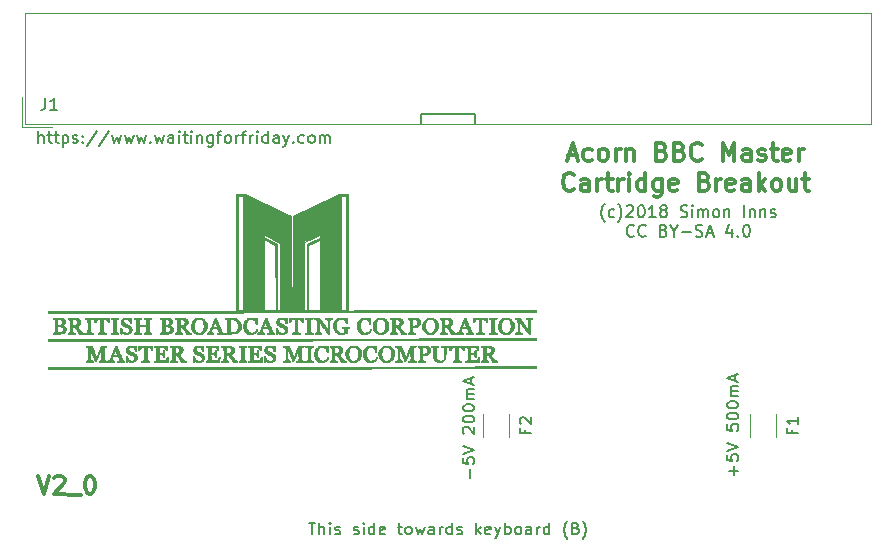
<source format=gbr>
G04 #@! TF.FileFunction,Legend,Top*
%FSLAX46Y46*%
G04 Gerber Fmt 4.6, Leading zero omitted, Abs format (unit mm)*
G04 Created by KiCad (PCBNEW 4.0.7) date 05/21/18 15:56:52*
%MOMM*%
%LPD*%
G01*
G04 APERTURE LIST*
%ADD10C,0.100000*%
%ADD11C,0.200000*%
%ADD12C,0.150000*%
%ADD13C,0.300000*%
%ADD14C,0.120000*%
%ADD15C,0.010000*%
G04 APERTURE END LIST*
D10*
D11*
X139192000Y-99568000D02*
X139192000Y-100330000D01*
X143764000Y-99568000D02*
X139192000Y-99568000D01*
X143764000Y-100330000D02*
X143764000Y-99568000D01*
D12*
X143327429Y-130428476D02*
X143327429Y-129666571D01*
X142708381Y-128714190D02*
X142708381Y-129190381D01*
X143184571Y-129238000D01*
X143136952Y-129190381D01*
X143089333Y-129095143D01*
X143089333Y-128857047D01*
X143136952Y-128761809D01*
X143184571Y-128714190D01*
X143279810Y-128666571D01*
X143517905Y-128666571D01*
X143613143Y-128714190D01*
X143660762Y-128761809D01*
X143708381Y-128857047D01*
X143708381Y-129095143D01*
X143660762Y-129190381D01*
X143613143Y-129238000D01*
X142708381Y-128380857D02*
X143708381Y-128047524D01*
X142708381Y-127714190D01*
X142803619Y-126666571D02*
X142756000Y-126618952D01*
X142708381Y-126523714D01*
X142708381Y-126285618D01*
X142756000Y-126190380D01*
X142803619Y-126142761D01*
X142898857Y-126095142D01*
X142994095Y-126095142D01*
X143136952Y-126142761D01*
X143708381Y-126714190D01*
X143708381Y-126095142D01*
X142708381Y-125476095D02*
X142708381Y-125380856D01*
X142756000Y-125285618D01*
X142803619Y-125237999D01*
X142898857Y-125190380D01*
X143089333Y-125142761D01*
X143327429Y-125142761D01*
X143517905Y-125190380D01*
X143613143Y-125237999D01*
X143660762Y-125285618D01*
X143708381Y-125380856D01*
X143708381Y-125476095D01*
X143660762Y-125571333D01*
X143613143Y-125618952D01*
X143517905Y-125666571D01*
X143327429Y-125714190D01*
X143089333Y-125714190D01*
X142898857Y-125666571D01*
X142803619Y-125618952D01*
X142756000Y-125571333D01*
X142708381Y-125476095D01*
X142708381Y-124523714D02*
X142708381Y-124428475D01*
X142756000Y-124333237D01*
X142803619Y-124285618D01*
X142898857Y-124237999D01*
X143089333Y-124190380D01*
X143327429Y-124190380D01*
X143517905Y-124237999D01*
X143613143Y-124285618D01*
X143660762Y-124333237D01*
X143708381Y-124428475D01*
X143708381Y-124523714D01*
X143660762Y-124618952D01*
X143613143Y-124666571D01*
X143517905Y-124714190D01*
X143327429Y-124761809D01*
X143089333Y-124761809D01*
X142898857Y-124714190D01*
X142803619Y-124666571D01*
X142756000Y-124618952D01*
X142708381Y-124523714D01*
X143708381Y-123761809D02*
X143041714Y-123761809D01*
X143136952Y-123761809D02*
X143089333Y-123714190D01*
X143041714Y-123618952D01*
X143041714Y-123476094D01*
X143089333Y-123380856D01*
X143184571Y-123333237D01*
X143708381Y-123333237D01*
X143184571Y-123333237D02*
X143089333Y-123285618D01*
X143041714Y-123190380D01*
X143041714Y-123047523D01*
X143089333Y-122952285D01*
X143184571Y-122904666D01*
X143708381Y-122904666D01*
X143422667Y-122476095D02*
X143422667Y-121999904D01*
X143708381Y-122571333D02*
X142708381Y-122238000D01*
X143708381Y-121904666D01*
X165679429Y-130174476D02*
X165679429Y-129412571D01*
X166060381Y-129793523D02*
X165298476Y-129793523D01*
X165060381Y-128460190D02*
X165060381Y-128936381D01*
X165536571Y-128984000D01*
X165488952Y-128936381D01*
X165441333Y-128841143D01*
X165441333Y-128603047D01*
X165488952Y-128507809D01*
X165536571Y-128460190D01*
X165631810Y-128412571D01*
X165869905Y-128412571D01*
X165965143Y-128460190D01*
X166012762Y-128507809D01*
X166060381Y-128603047D01*
X166060381Y-128841143D01*
X166012762Y-128936381D01*
X165965143Y-128984000D01*
X165060381Y-128126857D02*
X166060381Y-127793524D01*
X165060381Y-127460190D01*
X165060381Y-125888761D02*
X165060381Y-126364952D01*
X165536571Y-126412571D01*
X165488952Y-126364952D01*
X165441333Y-126269714D01*
X165441333Y-126031618D01*
X165488952Y-125936380D01*
X165536571Y-125888761D01*
X165631810Y-125841142D01*
X165869905Y-125841142D01*
X165965143Y-125888761D01*
X166012762Y-125936380D01*
X166060381Y-126031618D01*
X166060381Y-126269714D01*
X166012762Y-126364952D01*
X165965143Y-126412571D01*
X165060381Y-125222095D02*
X165060381Y-125126856D01*
X165108000Y-125031618D01*
X165155619Y-124983999D01*
X165250857Y-124936380D01*
X165441333Y-124888761D01*
X165679429Y-124888761D01*
X165869905Y-124936380D01*
X165965143Y-124983999D01*
X166012762Y-125031618D01*
X166060381Y-125126856D01*
X166060381Y-125222095D01*
X166012762Y-125317333D01*
X165965143Y-125364952D01*
X165869905Y-125412571D01*
X165679429Y-125460190D01*
X165441333Y-125460190D01*
X165250857Y-125412571D01*
X165155619Y-125364952D01*
X165108000Y-125317333D01*
X165060381Y-125222095D01*
X165060381Y-124269714D02*
X165060381Y-124174475D01*
X165108000Y-124079237D01*
X165155619Y-124031618D01*
X165250857Y-123983999D01*
X165441333Y-123936380D01*
X165679429Y-123936380D01*
X165869905Y-123983999D01*
X165965143Y-124031618D01*
X166012762Y-124079237D01*
X166060381Y-124174475D01*
X166060381Y-124269714D01*
X166012762Y-124364952D01*
X165965143Y-124412571D01*
X165869905Y-124460190D01*
X165679429Y-124507809D01*
X165441333Y-124507809D01*
X165250857Y-124460190D01*
X165155619Y-124412571D01*
X165108000Y-124364952D01*
X165060381Y-124269714D01*
X166060381Y-123507809D02*
X165393714Y-123507809D01*
X165488952Y-123507809D02*
X165441333Y-123460190D01*
X165393714Y-123364952D01*
X165393714Y-123222094D01*
X165441333Y-123126856D01*
X165536571Y-123079237D01*
X166060381Y-123079237D01*
X165536571Y-123079237D02*
X165441333Y-123031618D01*
X165393714Y-122936380D01*
X165393714Y-122793523D01*
X165441333Y-122698285D01*
X165536571Y-122650666D01*
X166060381Y-122650666D01*
X165774667Y-122222095D02*
X165774667Y-121745904D01*
X166060381Y-122317333D02*
X165060381Y-121984000D01*
X166060381Y-121650666D01*
X154726572Y-108720333D02*
X154678952Y-108672714D01*
X154583714Y-108529857D01*
X154536095Y-108434619D01*
X154488476Y-108291762D01*
X154440857Y-108053667D01*
X154440857Y-107863190D01*
X154488476Y-107625095D01*
X154536095Y-107482238D01*
X154583714Y-107387000D01*
X154678952Y-107244143D01*
X154726572Y-107196524D01*
X155536096Y-108291762D02*
X155440858Y-108339381D01*
X155250381Y-108339381D01*
X155155143Y-108291762D01*
X155107524Y-108244143D01*
X155059905Y-108148905D01*
X155059905Y-107863190D01*
X155107524Y-107767952D01*
X155155143Y-107720333D01*
X155250381Y-107672714D01*
X155440858Y-107672714D01*
X155536096Y-107720333D01*
X155869429Y-108720333D02*
X155917048Y-108672714D01*
X156012286Y-108529857D01*
X156059905Y-108434619D01*
X156107524Y-108291762D01*
X156155143Y-108053667D01*
X156155143Y-107863190D01*
X156107524Y-107625095D01*
X156059905Y-107482238D01*
X156012286Y-107387000D01*
X155917048Y-107244143D01*
X155869429Y-107196524D01*
X156583715Y-107434619D02*
X156631334Y-107387000D01*
X156726572Y-107339381D01*
X156964668Y-107339381D01*
X157059906Y-107387000D01*
X157107525Y-107434619D01*
X157155144Y-107529857D01*
X157155144Y-107625095D01*
X157107525Y-107767952D01*
X156536096Y-108339381D01*
X157155144Y-108339381D01*
X157774191Y-107339381D02*
X157869430Y-107339381D01*
X157964668Y-107387000D01*
X158012287Y-107434619D01*
X158059906Y-107529857D01*
X158107525Y-107720333D01*
X158107525Y-107958429D01*
X158059906Y-108148905D01*
X158012287Y-108244143D01*
X157964668Y-108291762D01*
X157869430Y-108339381D01*
X157774191Y-108339381D01*
X157678953Y-108291762D01*
X157631334Y-108244143D01*
X157583715Y-108148905D01*
X157536096Y-107958429D01*
X157536096Y-107720333D01*
X157583715Y-107529857D01*
X157631334Y-107434619D01*
X157678953Y-107387000D01*
X157774191Y-107339381D01*
X159059906Y-108339381D02*
X158488477Y-108339381D01*
X158774191Y-108339381D02*
X158774191Y-107339381D01*
X158678953Y-107482238D01*
X158583715Y-107577476D01*
X158488477Y-107625095D01*
X159631334Y-107767952D02*
X159536096Y-107720333D01*
X159488477Y-107672714D01*
X159440858Y-107577476D01*
X159440858Y-107529857D01*
X159488477Y-107434619D01*
X159536096Y-107387000D01*
X159631334Y-107339381D01*
X159821811Y-107339381D01*
X159917049Y-107387000D01*
X159964668Y-107434619D01*
X160012287Y-107529857D01*
X160012287Y-107577476D01*
X159964668Y-107672714D01*
X159917049Y-107720333D01*
X159821811Y-107767952D01*
X159631334Y-107767952D01*
X159536096Y-107815571D01*
X159488477Y-107863190D01*
X159440858Y-107958429D01*
X159440858Y-108148905D01*
X159488477Y-108244143D01*
X159536096Y-108291762D01*
X159631334Y-108339381D01*
X159821811Y-108339381D01*
X159917049Y-108291762D01*
X159964668Y-108244143D01*
X160012287Y-108148905D01*
X160012287Y-107958429D01*
X159964668Y-107863190D01*
X159917049Y-107815571D01*
X159821811Y-107767952D01*
X161155144Y-108291762D02*
X161298001Y-108339381D01*
X161536097Y-108339381D01*
X161631335Y-108291762D01*
X161678954Y-108244143D01*
X161726573Y-108148905D01*
X161726573Y-108053667D01*
X161678954Y-107958429D01*
X161631335Y-107910810D01*
X161536097Y-107863190D01*
X161345620Y-107815571D01*
X161250382Y-107767952D01*
X161202763Y-107720333D01*
X161155144Y-107625095D01*
X161155144Y-107529857D01*
X161202763Y-107434619D01*
X161250382Y-107387000D01*
X161345620Y-107339381D01*
X161583716Y-107339381D01*
X161726573Y-107387000D01*
X162155144Y-108339381D02*
X162155144Y-107672714D01*
X162155144Y-107339381D02*
X162107525Y-107387000D01*
X162155144Y-107434619D01*
X162202763Y-107387000D01*
X162155144Y-107339381D01*
X162155144Y-107434619D01*
X162631334Y-108339381D02*
X162631334Y-107672714D01*
X162631334Y-107767952D02*
X162678953Y-107720333D01*
X162774191Y-107672714D01*
X162917049Y-107672714D01*
X163012287Y-107720333D01*
X163059906Y-107815571D01*
X163059906Y-108339381D01*
X163059906Y-107815571D02*
X163107525Y-107720333D01*
X163202763Y-107672714D01*
X163345620Y-107672714D01*
X163440858Y-107720333D01*
X163488477Y-107815571D01*
X163488477Y-108339381D01*
X164107524Y-108339381D02*
X164012286Y-108291762D01*
X163964667Y-108244143D01*
X163917048Y-108148905D01*
X163917048Y-107863190D01*
X163964667Y-107767952D01*
X164012286Y-107720333D01*
X164107524Y-107672714D01*
X164250382Y-107672714D01*
X164345620Y-107720333D01*
X164393239Y-107767952D01*
X164440858Y-107863190D01*
X164440858Y-108148905D01*
X164393239Y-108244143D01*
X164345620Y-108291762D01*
X164250382Y-108339381D01*
X164107524Y-108339381D01*
X164869429Y-107672714D02*
X164869429Y-108339381D01*
X164869429Y-107767952D02*
X164917048Y-107720333D01*
X165012286Y-107672714D01*
X165155144Y-107672714D01*
X165250382Y-107720333D01*
X165298001Y-107815571D01*
X165298001Y-108339381D01*
X166536096Y-108339381D02*
X166536096Y-107339381D01*
X167012286Y-107672714D02*
X167012286Y-108339381D01*
X167012286Y-107767952D02*
X167059905Y-107720333D01*
X167155143Y-107672714D01*
X167298001Y-107672714D01*
X167393239Y-107720333D01*
X167440858Y-107815571D01*
X167440858Y-108339381D01*
X167917048Y-107672714D02*
X167917048Y-108339381D01*
X167917048Y-107767952D02*
X167964667Y-107720333D01*
X168059905Y-107672714D01*
X168202763Y-107672714D01*
X168298001Y-107720333D01*
X168345620Y-107815571D01*
X168345620Y-108339381D01*
X168774191Y-108291762D02*
X168869429Y-108339381D01*
X169059905Y-108339381D01*
X169155144Y-108291762D01*
X169202763Y-108196524D01*
X169202763Y-108148905D01*
X169155144Y-108053667D01*
X169059905Y-108006048D01*
X168917048Y-108006048D01*
X168821810Y-107958429D01*
X168774191Y-107863190D01*
X168774191Y-107815571D01*
X168821810Y-107720333D01*
X168917048Y-107672714D01*
X169059905Y-107672714D01*
X169155144Y-107720333D01*
X157202762Y-109894143D02*
X157155143Y-109941762D01*
X157012286Y-109989381D01*
X156917048Y-109989381D01*
X156774190Y-109941762D01*
X156678952Y-109846524D01*
X156631333Y-109751286D01*
X156583714Y-109560810D01*
X156583714Y-109417952D01*
X156631333Y-109227476D01*
X156678952Y-109132238D01*
X156774190Y-109037000D01*
X156917048Y-108989381D01*
X157012286Y-108989381D01*
X157155143Y-109037000D01*
X157202762Y-109084619D01*
X158202762Y-109894143D02*
X158155143Y-109941762D01*
X158012286Y-109989381D01*
X157917048Y-109989381D01*
X157774190Y-109941762D01*
X157678952Y-109846524D01*
X157631333Y-109751286D01*
X157583714Y-109560810D01*
X157583714Y-109417952D01*
X157631333Y-109227476D01*
X157678952Y-109132238D01*
X157774190Y-109037000D01*
X157917048Y-108989381D01*
X158012286Y-108989381D01*
X158155143Y-109037000D01*
X158202762Y-109084619D01*
X159726572Y-109465571D02*
X159869429Y-109513190D01*
X159917048Y-109560810D01*
X159964667Y-109656048D01*
X159964667Y-109798905D01*
X159917048Y-109894143D01*
X159869429Y-109941762D01*
X159774191Y-109989381D01*
X159393238Y-109989381D01*
X159393238Y-108989381D01*
X159726572Y-108989381D01*
X159821810Y-109037000D01*
X159869429Y-109084619D01*
X159917048Y-109179857D01*
X159917048Y-109275095D01*
X159869429Y-109370333D01*
X159821810Y-109417952D01*
X159726572Y-109465571D01*
X159393238Y-109465571D01*
X160583714Y-109513190D02*
X160583714Y-109989381D01*
X160250381Y-108989381D02*
X160583714Y-109513190D01*
X160917048Y-108989381D01*
X161250381Y-109608429D02*
X162012286Y-109608429D01*
X162440857Y-109941762D02*
X162583714Y-109989381D01*
X162821810Y-109989381D01*
X162917048Y-109941762D01*
X162964667Y-109894143D01*
X163012286Y-109798905D01*
X163012286Y-109703667D01*
X162964667Y-109608429D01*
X162917048Y-109560810D01*
X162821810Y-109513190D01*
X162631333Y-109465571D01*
X162536095Y-109417952D01*
X162488476Y-109370333D01*
X162440857Y-109275095D01*
X162440857Y-109179857D01*
X162488476Y-109084619D01*
X162536095Y-109037000D01*
X162631333Y-108989381D01*
X162869429Y-108989381D01*
X163012286Y-109037000D01*
X163393238Y-109703667D02*
X163869429Y-109703667D01*
X163298000Y-109989381D02*
X163631333Y-108989381D01*
X163964667Y-109989381D01*
X165488477Y-109322714D02*
X165488477Y-109989381D01*
X165250381Y-108941762D02*
X165012286Y-109656048D01*
X165631334Y-109656048D01*
X166012286Y-109894143D02*
X166059905Y-109941762D01*
X166012286Y-109989381D01*
X165964667Y-109941762D01*
X166012286Y-109894143D01*
X166012286Y-109989381D01*
X166678952Y-108989381D02*
X166774191Y-108989381D01*
X166869429Y-109037000D01*
X166917048Y-109084619D01*
X166964667Y-109179857D01*
X167012286Y-109370333D01*
X167012286Y-109608429D01*
X166964667Y-109798905D01*
X166917048Y-109894143D01*
X166869429Y-109941762D01*
X166774191Y-109989381D01*
X166678952Y-109989381D01*
X166583714Y-109941762D01*
X166536095Y-109894143D01*
X166488476Y-109798905D01*
X166440857Y-109608429D01*
X166440857Y-109370333D01*
X166488476Y-109179857D01*
X166536095Y-109084619D01*
X166583714Y-109037000D01*
X166678952Y-108989381D01*
D13*
X106720001Y-130242571D02*
X107220001Y-131742571D01*
X107720001Y-130242571D01*
X108148572Y-130385429D02*
X108220001Y-130314000D01*
X108362858Y-130242571D01*
X108720001Y-130242571D01*
X108862858Y-130314000D01*
X108934287Y-130385429D01*
X109005715Y-130528286D01*
X109005715Y-130671143D01*
X108934287Y-130885429D01*
X108077144Y-131742571D01*
X109005715Y-131742571D01*
X109291429Y-131885429D02*
X110434286Y-131885429D01*
X111077143Y-130242571D02*
X111220000Y-130242571D01*
X111362857Y-130314000D01*
X111434286Y-130385429D01*
X111505715Y-130528286D01*
X111577143Y-130814000D01*
X111577143Y-131171143D01*
X111505715Y-131456857D01*
X111434286Y-131599714D01*
X111362857Y-131671143D01*
X111220000Y-131742571D01*
X111077143Y-131742571D01*
X110934286Y-131671143D01*
X110862857Y-131599714D01*
X110791429Y-131456857D01*
X110720000Y-131171143D01*
X110720000Y-130814000D01*
X110791429Y-130528286D01*
X110862857Y-130385429D01*
X110934286Y-130314000D01*
X111077143Y-130242571D01*
D12*
X106792666Y-102052381D02*
X106792666Y-101052381D01*
X107221238Y-102052381D02*
X107221238Y-101528571D01*
X107173619Y-101433333D01*
X107078381Y-101385714D01*
X106935523Y-101385714D01*
X106840285Y-101433333D01*
X106792666Y-101480952D01*
X107554571Y-101385714D02*
X107935523Y-101385714D01*
X107697428Y-101052381D02*
X107697428Y-101909524D01*
X107745047Y-102004762D01*
X107840285Y-102052381D01*
X107935523Y-102052381D01*
X108126000Y-101385714D02*
X108506952Y-101385714D01*
X108268857Y-101052381D02*
X108268857Y-101909524D01*
X108316476Y-102004762D01*
X108411714Y-102052381D01*
X108506952Y-102052381D01*
X108840286Y-101385714D02*
X108840286Y-102385714D01*
X108840286Y-101433333D02*
X108935524Y-101385714D01*
X109126001Y-101385714D01*
X109221239Y-101433333D01*
X109268858Y-101480952D01*
X109316477Y-101576190D01*
X109316477Y-101861905D01*
X109268858Y-101957143D01*
X109221239Y-102004762D01*
X109126001Y-102052381D01*
X108935524Y-102052381D01*
X108840286Y-102004762D01*
X109697429Y-102004762D02*
X109792667Y-102052381D01*
X109983143Y-102052381D01*
X110078382Y-102004762D01*
X110126001Y-101909524D01*
X110126001Y-101861905D01*
X110078382Y-101766667D01*
X109983143Y-101719048D01*
X109840286Y-101719048D01*
X109745048Y-101671429D01*
X109697429Y-101576190D01*
X109697429Y-101528571D01*
X109745048Y-101433333D01*
X109840286Y-101385714D01*
X109983143Y-101385714D01*
X110078382Y-101433333D01*
X110554572Y-101957143D02*
X110602191Y-102004762D01*
X110554572Y-102052381D01*
X110506953Y-102004762D01*
X110554572Y-101957143D01*
X110554572Y-102052381D01*
X110554572Y-101433333D02*
X110602191Y-101480952D01*
X110554572Y-101528571D01*
X110506953Y-101480952D01*
X110554572Y-101433333D01*
X110554572Y-101528571D01*
X111745048Y-101004762D02*
X110887905Y-102290476D01*
X112792667Y-101004762D02*
X111935524Y-102290476D01*
X113030762Y-101385714D02*
X113221238Y-102052381D01*
X113411715Y-101576190D01*
X113602191Y-102052381D01*
X113792667Y-101385714D01*
X114078381Y-101385714D02*
X114268857Y-102052381D01*
X114459334Y-101576190D01*
X114649810Y-102052381D01*
X114840286Y-101385714D01*
X115126000Y-101385714D02*
X115316476Y-102052381D01*
X115506953Y-101576190D01*
X115697429Y-102052381D01*
X115887905Y-101385714D01*
X116268857Y-101957143D02*
X116316476Y-102004762D01*
X116268857Y-102052381D01*
X116221238Y-102004762D01*
X116268857Y-101957143D01*
X116268857Y-102052381D01*
X116649809Y-101385714D02*
X116840285Y-102052381D01*
X117030762Y-101576190D01*
X117221238Y-102052381D01*
X117411714Y-101385714D01*
X118221238Y-102052381D02*
X118221238Y-101528571D01*
X118173619Y-101433333D01*
X118078381Y-101385714D01*
X117887904Y-101385714D01*
X117792666Y-101433333D01*
X118221238Y-102004762D02*
X118126000Y-102052381D01*
X117887904Y-102052381D01*
X117792666Y-102004762D01*
X117745047Y-101909524D01*
X117745047Y-101814286D01*
X117792666Y-101719048D01*
X117887904Y-101671429D01*
X118126000Y-101671429D01*
X118221238Y-101623810D01*
X118697428Y-102052381D02*
X118697428Y-101385714D01*
X118697428Y-101052381D02*
X118649809Y-101100000D01*
X118697428Y-101147619D01*
X118745047Y-101100000D01*
X118697428Y-101052381D01*
X118697428Y-101147619D01*
X119030761Y-101385714D02*
X119411713Y-101385714D01*
X119173618Y-101052381D02*
X119173618Y-101909524D01*
X119221237Y-102004762D01*
X119316475Y-102052381D01*
X119411713Y-102052381D01*
X119745047Y-102052381D02*
X119745047Y-101385714D01*
X119745047Y-101052381D02*
X119697428Y-101100000D01*
X119745047Y-101147619D01*
X119792666Y-101100000D01*
X119745047Y-101052381D01*
X119745047Y-101147619D01*
X120221237Y-101385714D02*
X120221237Y-102052381D01*
X120221237Y-101480952D02*
X120268856Y-101433333D01*
X120364094Y-101385714D01*
X120506952Y-101385714D01*
X120602190Y-101433333D01*
X120649809Y-101528571D01*
X120649809Y-102052381D01*
X121554571Y-101385714D02*
X121554571Y-102195238D01*
X121506952Y-102290476D01*
X121459333Y-102338095D01*
X121364094Y-102385714D01*
X121221237Y-102385714D01*
X121125999Y-102338095D01*
X121554571Y-102004762D02*
X121459333Y-102052381D01*
X121268856Y-102052381D01*
X121173618Y-102004762D01*
X121125999Y-101957143D01*
X121078380Y-101861905D01*
X121078380Y-101576190D01*
X121125999Y-101480952D01*
X121173618Y-101433333D01*
X121268856Y-101385714D01*
X121459333Y-101385714D01*
X121554571Y-101433333D01*
X121887904Y-101385714D02*
X122268856Y-101385714D01*
X122030761Y-102052381D02*
X122030761Y-101195238D01*
X122078380Y-101100000D01*
X122173618Y-101052381D01*
X122268856Y-101052381D01*
X122745047Y-102052381D02*
X122649809Y-102004762D01*
X122602190Y-101957143D01*
X122554571Y-101861905D01*
X122554571Y-101576190D01*
X122602190Y-101480952D01*
X122649809Y-101433333D01*
X122745047Y-101385714D01*
X122887905Y-101385714D01*
X122983143Y-101433333D01*
X123030762Y-101480952D01*
X123078381Y-101576190D01*
X123078381Y-101861905D01*
X123030762Y-101957143D01*
X122983143Y-102004762D01*
X122887905Y-102052381D01*
X122745047Y-102052381D01*
X123506952Y-102052381D02*
X123506952Y-101385714D01*
X123506952Y-101576190D02*
X123554571Y-101480952D01*
X123602190Y-101433333D01*
X123697428Y-101385714D01*
X123792667Y-101385714D01*
X123983143Y-101385714D02*
X124364095Y-101385714D01*
X124126000Y-102052381D02*
X124126000Y-101195238D01*
X124173619Y-101100000D01*
X124268857Y-101052381D01*
X124364095Y-101052381D01*
X124697429Y-102052381D02*
X124697429Y-101385714D01*
X124697429Y-101576190D02*
X124745048Y-101480952D01*
X124792667Y-101433333D01*
X124887905Y-101385714D01*
X124983144Y-101385714D01*
X125316477Y-102052381D02*
X125316477Y-101385714D01*
X125316477Y-101052381D02*
X125268858Y-101100000D01*
X125316477Y-101147619D01*
X125364096Y-101100000D01*
X125316477Y-101052381D01*
X125316477Y-101147619D01*
X126221239Y-102052381D02*
X126221239Y-101052381D01*
X126221239Y-102004762D02*
X126126001Y-102052381D01*
X125935524Y-102052381D01*
X125840286Y-102004762D01*
X125792667Y-101957143D01*
X125745048Y-101861905D01*
X125745048Y-101576190D01*
X125792667Y-101480952D01*
X125840286Y-101433333D01*
X125935524Y-101385714D01*
X126126001Y-101385714D01*
X126221239Y-101433333D01*
X127126001Y-102052381D02*
X127126001Y-101528571D01*
X127078382Y-101433333D01*
X126983144Y-101385714D01*
X126792667Y-101385714D01*
X126697429Y-101433333D01*
X127126001Y-102004762D02*
X127030763Y-102052381D01*
X126792667Y-102052381D01*
X126697429Y-102004762D01*
X126649810Y-101909524D01*
X126649810Y-101814286D01*
X126697429Y-101719048D01*
X126792667Y-101671429D01*
X127030763Y-101671429D01*
X127126001Y-101623810D01*
X127506953Y-101385714D02*
X127745048Y-102052381D01*
X127983144Y-101385714D02*
X127745048Y-102052381D01*
X127649810Y-102290476D01*
X127602191Y-102338095D01*
X127506953Y-102385714D01*
X128364096Y-101957143D02*
X128411715Y-102004762D01*
X128364096Y-102052381D01*
X128316477Y-102004762D01*
X128364096Y-101957143D01*
X128364096Y-102052381D01*
X129268858Y-102004762D02*
X129173620Y-102052381D01*
X128983143Y-102052381D01*
X128887905Y-102004762D01*
X128840286Y-101957143D01*
X128792667Y-101861905D01*
X128792667Y-101576190D01*
X128840286Y-101480952D01*
X128887905Y-101433333D01*
X128983143Y-101385714D01*
X129173620Y-101385714D01*
X129268858Y-101433333D01*
X129840286Y-102052381D02*
X129745048Y-102004762D01*
X129697429Y-101957143D01*
X129649810Y-101861905D01*
X129649810Y-101576190D01*
X129697429Y-101480952D01*
X129745048Y-101433333D01*
X129840286Y-101385714D01*
X129983144Y-101385714D01*
X130078382Y-101433333D01*
X130126001Y-101480952D01*
X130173620Y-101576190D01*
X130173620Y-101861905D01*
X130126001Y-101957143D01*
X130078382Y-102004762D01*
X129983144Y-102052381D01*
X129840286Y-102052381D01*
X130602191Y-102052381D02*
X130602191Y-101385714D01*
X130602191Y-101480952D02*
X130649810Y-101433333D01*
X130745048Y-101385714D01*
X130887906Y-101385714D01*
X130983144Y-101433333D01*
X131030763Y-101528571D01*
X131030763Y-102052381D01*
X131030763Y-101528571D02*
X131078382Y-101433333D01*
X131173620Y-101385714D01*
X131316477Y-101385714D01*
X131411715Y-101433333D01*
X131459334Y-101528571D01*
X131459334Y-102052381D01*
D13*
X151651143Y-103115000D02*
X152365429Y-103115000D01*
X151508286Y-103543571D02*
X152008286Y-102043571D01*
X152508286Y-103543571D01*
X153651143Y-103472143D02*
X153508286Y-103543571D01*
X153222572Y-103543571D01*
X153079714Y-103472143D01*
X153008286Y-103400714D01*
X152936857Y-103257857D01*
X152936857Y-102829286D01*
X153008286Y-102686429D01*
X153079714Y-102615000D01*
X153222572Y-102543571D01*
X153508286Y-102543571D01*
X153651143Y-102615000D01*
X154508286Y-103543571D02*
X154365428Y-103472143D01*
X154294000Y-103400714D01*
X154222571Y-103257857D01*
X154222571Y-102829286D01*
X154294000Y-102686429D01*
X154365428Y-102615000D01*
X154508286Y-102543571D01*
X154722571Y-102543571D01*
X154865428Y-102615000D01*
X154936857Y-102686429D01*
X155008286Y-102829286D01*
X155008286Y-103257857D01*
X154936857Y-103400714D01*
X154865428Y-103472143D01*
X154722571Y-103543571D01*
X154508286Y-103543571D01*
X155651143Y-103543571D02*
X155651143Y-102543571D01*
X155651143Y-102829286D02*
X155722571Y-102686429D01*
X155794000Y-102615000D01*
X155936857Y-102543571D01*
X156079714Y-102543571D01*
X156579714Y-102543571D02*
X156579714Y-103543571D01*
X156579714Y-102686429D02*
X156651142Y-102615000D01*
X156794000Y-102543571D01*
X157008285Y-102543571D01*
X157151142Y-102615000D01*
X157222571Y-102757857D01*
X157222571Y-103543571D01*
X159579714Y-102757857D02*
X159794000Y-102829286D01*
X159865428Y-102900714D01*
X159936857Y-103043571D01*
X159936857Y-103257857D01*
X159865428Y-103400714D01*
X159794000Y-103472143D01*
X159651142Y-103543571D01*
X159079714Y-103543571D01*
X159079714Y-102043571D01*
X159579714Y-102043571D01*
X159722571Y-102115000D01*
X159794000Y-102186429D01*
X159865428Y-102329286D01*
X159865428Y-102472143D01*
X159794000Y-102615000D01*
X159722571Y-102686429D01*
X159579714Y-102757857D01*
X159079714Y-102757857D01*
X161079714Y-102757857D02*
X161294000Y-102829286D01*
X161365428Y-102900714D01*
X161436857Y-103043571D01*
X161436857Y-103257857D01*
X161365428Y-103400714D01*
X161294000Y-103472143D01*
X161151142Y-103543571D01*
X160579714Y-103543571D01*
X160579714Y-102043571D01*
X161079714Y-102043571D01*
X161222571Y-102115000D01*
X161294000Y-102186429D01*
X161365428Y-102329286D01*
X161365428Y-102472143D01*
X161294000Y-102615000D01*
X161222571Y-102686429D01*
X161079714Y-102757857D01*
X160579714Y-102757857D01*
X162936857Y-103400714D02*
X162865428Y-103472143D01*
X162651142Y-103543571D01*
X162508285Y-103543571D01*
X162294000Y-103472143D01*
X162151142Y-103329286D01*
X162079714Y-103186429D01*
X162008285Y-102900714D01*
X162008285Y-102686429D01*
X162079714Y-102400714D01*
X162151142Y-102257857D01*
X162294000Y-102115000D01*
X162508285Y-102043571D01*
X162651142Y-102043571D01*
X162865428Y-102115000D01*
X162936857Y-102186429D01*
X164722571Y-103543571D02*
X164722571Y-102043571D01*
X165222571Y-103115000D01*
X165722571Y-102043571D01*
X165722571Y-103543571D01*
X167079714Y-103543571D02*
X167079714Y-102757857D01*
X167008285Y-102615000D01*
X166865428Y-102543571D01*
X166579714Y-102543571D01*
X166436857Y-102615000D01*
X167079714Y-103472143D02*
X166936857Y-103543571D01*
X166579714Y-103543571D01*
X166436857Y-103472143D01*
X166365428Y-103329286D01*
X166365428Y-103186429D01*
X166436857Y-103043571D01*
X166579714Y-102972143D01*
X166936857Y-102972143D01*
X167079714Y-102900714D01*
X167722571Y-103472143D02*
X167865428Y-103543571D01*
X168151143Y-103543571D01*
X168294000Y-103472143D01*
X168365428Y-103329286D01*
X168365428Y-103257857D01*
X168294000Y-103115000D01*
X168151143Y-103043571D01*
X167936857Y-103043571D01*
X167794000Y-102972143D01*
X167722571Y-102829286D01*
X167722571Y-102757857D01*
X167794000Y-102615000D01*
X167936857Y-102543571D01*
X168151143Y-102543571D01*
X168294000Y-102615000D01*
X168794000Y-102543571D02*
X169365429Y-102543571D01*
X169008286Y-102043571D02*
X169008286Y-103329286D01*
X169079714Y-103472143D01*
X169222572Y-103543571D01*
X169365429Y-103543571D01*
X170436857Y-103472143D02*
X170294000Y-103543571D01*
X170008286Y-103543571D01*
X169865429Y-103472143D01*
X169794000Y-103329286D01*
X169794000Y-102757857D01*
X169865429Y-102615000D01*
X170008286Y-102543571D01*
X170294000Y-102543571D01*
X170436857Y-102615000D01*
X170508286Y-102757857D01*
X170508286Y-102900714D01*
X169794000Y-103043571D01*
X171151143Y-103543571D02*
X171151143Y-102543571D01*
X171151143Y-102829286D02*
X171222571Y-102686429D01*
X171294000Y-102615000D01*
X171436857Y-102543571D01*
X171579714Y-102543571D01*
X152115429Y-105950714D02*
X152044000Y-106022143D01*
X151829714Y-106093571D01*
X151686857Y-106093571D01*
X151472572Y-106022143D01*
X151329714Y-105879286D01*
X151258286Y-105736429D01*
X151186857Y-105450714D01*
X151186857Y-105236429D01*
X151258286Y-104950714D01*
X151329714Y-104807857D01*
X151472572Y-104665000D01*
X151686857Y-104593571D01*
X151829714Y-104593571D01*
X152044000Y-104665000D01*
X152115429Y-104736429D01*
X153401143Y-106093571D02*
X153401143Y-105307857D01*
X153329714Y-105165000D01*
X153186857Y-105093571D01*
X152901143Y-105093571D01*
X152758286Y-105165000D01*
X153401143Y-106022143D02*
X153258286Y-106093571D01*
X152901143Y-106093571D01*
X152758286Y-106022143D01*
X152686857Y-105879286D01*
X152686857Y-105736429D01*
X152758286Y-105593571D01*
X152901143Y-105522143D01*
X153258286Y-105522143D01*
X153401143Y-105450714D01*
X154115429Y-106093571D02*
X154115429Y-105093571D01*
X154115429Y-105379286D02*
X154186857Y-105236429D01*
X154258286Y-105165000D01*
X154401143Y-105093571D01*
X154544000Y-105093571D01*
X154829714Y-105093571D02*
X155401143Y-105093571D01*
X155044000Y-104593571D02*
X155044000Y-105879286D01*
X155115428Y-106022143D01*
X155258286Y-106093571D01*
X155401143Y-106093571D01*
X155901143Y-106093571D02*
X155901143Y-105093571D01*
X155901143Y-105379286D02*
X155972571Y-105236429D01*
X156044000Y-105165000D01*
X156186857Y-105093571D01*
X156329714Y-105093571D01*
X156829714Y-106093571D02*
X156829714Y-105093571D01*
X156829714Y-104593571D02*
X156758285Y-104665000D01*
X156829714Y-104736429D01*
X156901142Y-104665000D01*
X156829714Y-104593571D01*
X156829714Y-104736429D01*
X158186857Y-106093571D02*
X158186857Y-104593571D01*
X158186857Y-106022143D02*
X158044000Y-106093571D01*
X157758286Y-106093571D01*
X157615428Y-106022143D01*
X157544000Y-105950714D01*
X157472571Y-105807857D01*
X157472571Y-105379286D01*
X157544000Y-105236429D01*
X157615428Y-105165000D01*
X157758286Y-105093571D01*
X158044000Y-105093571D01*
X158186857Y-105165000D01*
X159544000Y-105093571D02*
X159544000Y-106307857D01*
X159472571Y-106450714D01*
X159401143Y-106522143D01*
X159258286Y-106593571D01*
X159044000Y-106593571D01*
X158901143Y-106522143D01*
X159544000Y-106022143D02*
X159401143Y-106093571D01*
X159115429Y-106093571D01*
X158972571Y-106022143D01*
X158901143Y-105950714D01*
X158829714Y-105807857D01*
X158829714Y-105379286D01*
X158901143Y-105236429D01*
X158972571Y-105165000D01*
X159115429Y-105093571D01*
X159401143Y-105093571D01*
X159544000Y-105165000D01*
X160829714Y-106022143D02*
X160686857Y-106093571D01*
X160401143Y-106093571D01*
X160258286Y-106022143D01*
X160186857Y-105879286D01*
X160186857Y-105307857D01*
X160258286Y-105165000D01*
X160401143Y-105093571D01*
X160686857Y-105093571D01*
X160829714Y-105165000D01*
X160901143Y-105307857D01*
X160901143Y-105450714D01*
X160186857Y-105593571D01*
X163186857Y-105307857D02*
X163401143Y-105379286D01*
X163472571Y-105450714D01*
X163544000Y-105593571D01*
X163544000Y-105807857D01*
X163472571Y-105950714D01*
X163401143Y-106022143D01*
X163258285Y-106093571D01*
X162686857Y-106093571D01*
X162686857Y-104593571D01*
X163186857Y-104593571D01*
X163329714Y-104665000D01*
X163401143Y-104736429D01*
X163472571Y-104879286D01*
X163472571Y-105022143D01*
X163401143Y-105165000D01*
X163329714Y-105236429D01*
X163186857Y-105307857D01*
X162686857Y-105307857D01*
X164186857Y-106093571D02*
X164186857Y-105093571D01*
X164186857Y-105379286D02*
X164258285Y-105236429D01*
X164329714Y-105165000D01*
X164472571Y-105093571D01*
X164615428Y-105093571D01*
X165686856Y-106022143D02*
X165543999Y-106093571D01*
X165258285Y-106093571D01*
X165115428Y-106022143D01*
X165043999Y-105879286D01*
X165043999Y-105307857D01*
X165115428Y-105165000D01*
X165258285Y-105093571D01*
X165543999Y-105093571D01*
X165686856Y-105165000D01*
X165758285Y-105307857D01*
X165758285Y-105450714D01*
X165043999Y-105593571D01*
X167043999Y-106093571D02*
X167043999Y-105307857D01*
X166972570Y-105165000D01*
X166829713Y-105093571D01*
X166543999Y-105093571D01*
X166401142Y-105165000D01*
X167043999Y-106022143D02*
X166901142Y-106093571D01*
X166543999Y-106093571D01*
X166401142Y-106022143D01*
X166329713Y-105879286D01*
X166329713Y-105736429D01*
X166401142Y-105593571D01*
X166543999Y-105522143D01*
X166901142Y-105522143D01*
X167043999Y-105450714D01*
X167758285Y-106093571D02*
X167758285Y-104593571D01*
X167901142Y-105522143D02*
X168329713Y-106093571D01*
X168329713Y-105093571D02*
X167758285Y-105665000D01*
X169186857Y-106093571D02*
X169043999Y-106022143D01*
X168972571Y-105950714D01*
X168901142Y-105807857D01*
X168901142Y-105379286D01*
X168972571Y-105236429D01*
X169043999Y-105165000D01*
X169186857Y-105093571D01*
X169401142Y-105093571D01*
X169543999Y-105165000D01*
X169615428Y-105236429D01*
X169686857Y-105379286D01*
X169686857Y-105807857D01*
X169615428Y-105950714D01*
X169543999Y-106022143D01*
X169401142Y-106093571D01*
X169186857Y-106093571D01*
X170972571Y-105093571D02*
X170972571Y-106093571D01*
X170329714Y-105093571D02*
X170329714Y-105879286D01*
X170401142Y-106022143D01*
X170544000Y-106093571D01*
X170758285Y-106093571D01*
X170901142Y-106022143D01*
X170972571Y-105950714D01*
X171472571Y-105093571D02*
X172044000Y-105093571D01*
X171686857Y-104593571D02*
X171686857Y-105879286D01*
X171758285Y-106022143D01*
X171901143Y-106093571D01*
X172044000Y-106093571D01*
D14*
X167078000Y-126984000D02*
X167078000Y-124984000D01*
X169218000Y-124984000D02*
X169218000Y-126984000D01*
X146612000Y-124984000D02*
X146612000Y-126984000D01*
X144472000Y-126984000D02*
X144472000Y-124984000D01*
X105648000Y-91083000D02*
X177308000Y-91083000D01*
X177308000Y-91083000D02*
X177308000Y-100433000D01*
X177308000Y-100433000D02*
X105648000Y-100433000D01*
X105648000Y-100433000D02*
X105648000Y-91083000D01*
X105398000Y-100683000D02*
X107938000Y-100683000D01*
X105398000Y-100683000D02*
X105398000Y-98143000D01*
D15*
G36*
X148945600Y-121043145D02*
X148945600Y-121119679D01*
X144792700Y-121130853D01*
X144563009Y-121131454D01*
X144300591Y-121132109D01*
X144006583Y-121132817D01*
X143682124Y-121133575D01*
X143328353Y-121134380D01*
X142946407Y-121135231D01*
X142537425Y-121136125D01*
X142102547Y-121137061D01*
X141642909Y-121138035D01*
X141159652Y-121139046D01*
X140653913Y-121140091D01*
X140126830Y-121141168D01*
X139579543Y-121142276D01*
X139013190Y-121143411D01*
X138428909Y-121144571D01*
X137827838Y-121145755D01*
X137211117Y-121146959D01*
X136579884Y-121148183D01*
X135935276Y-121149423D01*
X135278434Y-121150677D01*
X134610495Y-121151944D01*
X133932597Y-121153220D01*
X133245880Y-121154504D01*
X132551481Y-121155793D01*
X131850540Y-121157085D01*
X131144194Y-121158379D01*
X130433582Y-121159671D01*
X129719843Y-121160959D01*
X129004115Y-121162242D01*
X128287537Y-121163516D01*
X127571247Y-121164781D01*
X126856383Y-121166033D01*
X126729066Y-121166255D01*
X126025708Y-121167485D01*
X125324548Y-121168723D01*
X124626590Y-121169965D01*
X123932834Y-121171210D01*
X123244284Y-121172457D01*
X122561941Y-121173702D01*
X121886808Y-121174944D01*
X121219887Y-121176181D01*
X120562180Y-121177410D01*
X119914689Y-121178631D01*
X119278418Y-121179840D01*
X118654367Y-121181037D01*
X118043539Y-121182218D01*
X117446937Y-121183382D01*
X116865562Y-121184527D01*
X116300417Y-121185651D01*
X115752504Y-121186751D01*
X115222825Y-121187826D01*
X114712383Y-121188875D01*
X114222180Y-121189893D01*
X113753217Y-121190881D01*
X113306498Y-121191836D01*
X112883024Y-121192755D01*
X112483798Y-121193637D01*
X112109822Y-121194479D01*
X111762097Y-121195281D01*
X111441628Y-121196039D01*
X111149414Y-121196752D01*
X110886460Y-121197417D01*
X110653766Y-121198033D01*
X110452336Y-121198598D01*
X110283172Y-121199110D01*
X110197899Y-121199389D01*
X107577466Y-121208296D01*
X107577466Y-121060526D01*
X109241166Y-121050293D01*
X109337681Y-121049776D01*
X109467193Y-121049208D01*
X109628832Y-121048590D01*
X109821730Y-121047925D01*
X110045015Y-121047213D01*
X110297818Y-121046458D01*
X110579271Y-121045660D01*
X110888503Y-121044822D01*
X111224644Y-121043945D01*
X111586825Y-121043032D01*
X111974177Y-121042084D01*
X112385829Y-121041103D01*
X112820913Y-121040091D01*
X113278558Y-121039049D01*
X113757894Y-121037980D01*
X114258053Y-121036886D01*
X114778164Y-121035767D01*
X115317359Y-121034627D01*
X115874766Y-121033467D01*
X116449518Y-121032289D01*
X117040743Y-121031094D01*
X117647573Y-121029885D01*
X118269137Y-121028663D01*
X118904567Y-121027430D01*
X119552992Y-121026188D01*
X120213543Y-121024940D01*
X120885350Y-121023686D01*
X121567544Y-121022428D01*
X122259255Y-121021169D01*
X122959614Y-121019910D01*
X123667750Y-121018654D01*
X124382794Y-121017401D01*
X125103877Y-121016154D01*
X125830128Y-121014915D01*
X126144866Y-121014383D01*
X126887310Y-121013127D01*
X127629653Y-121011860D01*
X128370868Y-121010584D01*
X129109929Y-121009302D01*
X129845808Y-121008016D01*
X130577479Y-121006726D01*
X131303914Y-121005436D01*
X132024088Y-121004147D01*
X132736972Y-121002862D01*
X133441541Y-121001582D01*
X134136767Y-121000309D01*
X134821624Y-120999045D01*
X135495084Y-120997792D01*
X136156121Y-120996553D01*
X136803708Y-120995329D01*
X137436818Y-120994122D01*
X138054424Y-120992935D01*
X138655500Y-120991768D01*
X139239018Y-120990624D01*
X139803951Y-120989506D01*
X140349274Y-120988415D01*
X140873958Y-120987353D01*
X141376977Y-120986321D01*
X141857305Y-120985323D01*
X142313914Y-120984360D01*
X142745777Y-120983434D01*
X143151868Y-120982547D01*
X143531160Y-120981701D01*
X143882626Y-120980898D01*
X144205238Y-120980140D01*
X144497971Y-120979428D01*
X144759798Y-120978766D01*
X144989690Y-120978154D01*
X145165233Y-120977658D01*
X148945599Y-120966610D01*
X148945600Y-121043145D01*
X148945600Y-121043145D01*
G37*
X148945600Y-121043145D02*
X148945600Y-121119679D01*
X144792700Y-121130853D01*
X144563009Y-121131454D01*
X144300591Y-121132109D01*
X144006583Y-121132817D01*
X143682124Y-121133575D01*
X143328353Y-121134380D01*
X142946407Y-121135231D01*
X142537425Y-121136125D01*
X142102547Y-121137061D01*
X141642909Y-121138035D01*
X141159652Y-121139046D01*
X140653913Y-121140091D01*
X140126830Y-121141168D01*
X139579543Y-121142276D01*
X139013190Y-121143411D01*
X138428909Y-121144571D01*
X137827838Y-121145755D01*
X137211117Y-121146959D01*
X136579884Y-121148183D01*
X135935276Y-121149423D01*
X135278434Y-121150677D01*
X134610495Y-121151944D01*
X133932597Y-121153220D01*
X133245880Y-121154504D01*
X132551481Y-121155793D01*
X131850540Y-121157085D01*
X131144194Y-121158379D01*
X130433582Y-121159671D01*
X129719843Y-121160959D01*
X129004115Y-121162242D01*
X128287537Y-121163516D01*
X127571247Y-121164781D01*
X126856383Y-121166033D01*
X126729066Y-121166255D01*
X126025708Y-121167485D01*
X125324548Y-121168723D01*
X124626590Y-121169965D01*
X123932834Y-121171210D01*
X123244284Y-121172457D01*
X122561941Y-121173702D01*
X121886808Y-121174944D01*
X121219887Y-121176181D01*
X120562180Y-121177410D01*
X119914689Y-121178631D01*
X119278418Y-121179840D01*
X118654367Y-121181037D01*
X118043539Y-121182218D01*
X117446937Y-121183382D01*
X116865562Y-121184527D01*
X116300417Y-121185651D01*
X115752504Y-121186751D01*
X115222825Y-121187826D01*
X114712383Y-121188875D01*
X114222180Y-121189893D01*
X113753217Y-121190881D01*
X113306498Y-121191836D01*
X112883024Y-121192755D01*
X112483798Y-121193637D01*
X112109822Y-121194479D01*
X111762097Y-121195281D01*
X111441628Y-121196039D01*
X111149414Y-121196752D01*
X110886460Y-121197417D01*
X110653766Y-121198033D01*
X110452336Y-121198598D01*
X110283172Y-121199110D01*
X110197899Y-121199389D01*
X107577466Y-121208296D01*
X107577466Y-121060526D01*
X109241166Y-121050293D01*
X109337681Y-121049776D01*
X109467193Y-121049208D01*
X109628832Y-121048590D01*
X109821730Y-121047925D01*
X110045015Y-121047213D01*
X110297818Y-121046458D01*
X110579271Y-121045660D01*
X110888503Y-121044822D01*
X111224644Y-121043945D01*
X111586825Y-121043032D01*
X111974177Y-121042084D01*
X112385829Y-121041103D01*
X112820913Y-121040091D01*
X113278558Y-121039049D01*
X113757894Y-121037980D01*
X114258053Y-121036886D01*
X114778164Y-121035767D01*
X115317359Y-121034627D01*
X115874766Y-121033467D01*
X116449518Y-121032289D01*
X117040743Y-121031094D01*
X117647573Y-121029885D01*
X118269137Y-121028663D01*
X118904567Y-121027430D01*
X119552992Y-121026188D01*
X120213543Y-121024940D01*
X120885350Y-121023686D01*
X121567544Y-121022428D01*
X122259255Y-121021169D01*
X122959614Y-121019910D01*
X123667750Y-121018654D01*
X124382794Y-121017401D01*
X125103877Y-121016154D01*
X125830128Y-121014915D01*
X126144866Y-121014383D01*
X126887310Y-121013127D01*
X127629653Y-121011860D01*
X128370868Y-121010584D01*
X129109929Y-121009302D01*
X129845808Y-121008016D01*
X130577479Y-121006726D01*
X131303914Y-121005436D01*
X132024088Y-121004147D01*
X132736972Y-121002862D01*
X133441541Y-121001582D01*
X134136767Y-121000309D01*
X134821624Y-120999045D01*
X135495084Y-120997792D01*
X136156121Y-120996553D01*
X136803708Y-120995329D01*
X137436818Y-120994122D01*
X138054424Y-120992935D01*
X138655500Y-120991768D01*
X139239018Y-120990624D01*
X139803951Y-120989506D01*
X140349274Y-120988415D01*
X140873958Y-120987353D01*
X141376977Y-120986321D01*
X141857305Y-120985323D01*
X142313914Y-120984360D01*
X142745777Y-120983434D01*
X143151868Y-120982547D01*
X143531160Y-120981701D01*
X143882626Y-120980898D01*
X144205238Y-120980140D01*
X144497971Y-120979428D01*
X144759798Y-120978766D01*
X144989690Y-120978154D01*
X145165233Y-120977658D01*
X148945599Y-120966610D01*
X148945600Y-121043145D01*
G36*
X114670036Y-119213725D02*
X114760508Y-119226522D01*
X114835607Y-119247205D01*
X114854346Y-119255339D01*
X114900319Y-119275807D01*
X114927104Y-119279864D01*
X114944368Y-119268823D01*
X114945320Y-119267700D01*
X114975407Y-119250614D01*
X115013273Y-119244533D01*
X115062000Y-119244533D01*
X115062000Y-119684800D01*
X115013880Y-119684800D01*
X114982228Y-119680484D01*
X114962649Y-119661603D01*
X114946586Y-119619257D01*
X114944680Y-119612833D01*
X114904031Y-119510367D01*
X114848594Y-119422785D01*
X114784198Y-119359115D01*
X114778077Y-119354809D01*
X114726686Y-119327000D01*
X114670106Y-119314393D01*
X114619008Y-119312267D01*
X114559898Y-119314620D01*
X114519786Y-119325250D01*
X114483929Y-119349516D01*
X114462072Y-119369300D01*
X114422781Y-119412312D01*
X114405090Y-119452082D01*
X114401663Y-119492066D01*
X114409085Y-119556266D01*
X114433580Y-119611025D01*
X114478698Y-119659561D01*
X114547986Y-119705090D01*
X114644991Y-119750832D01*
X114719451Y-119780273D01*
X114850358Y-119834048D01*
X114950986Y-119886891D01*
X115024638Y-119942239D01*
X115074621Y-120003529D01*
X115104238Y-120074198D01*
X115116794Y-120157683D01*
X115117780Y-120194560D01*
X115104888Y-120307516D01*
X115064701Y-120402297D01*
X114994950Y-120483547D01*
X114964205Y-120508832D01*
X114896196Y-120552851D01*
X114824776Y-120580654D01*
X114739927Y-120595007D01*
X114638666Y-120598704D01*
X114545586Y-120593740D01*
X114466881Y-120577089D01*
X114410066Y-120556496D01*
X114353846Y-120534556D01*
X114320070Y-120525871D01*
X114300524Y-120529313D01*
X114289666Y-120539965D01*
X114259212Y-120559687D01*
X114228382Y-120565333D01*
X114199131Y-120559990D01*
X114183418Y-120537672D01*
X114175401Y-120501833D01*
X114170740Y-120456620D01*
X114167098Y-120389036D01*
X114165010Y-120310575D01*
X114164719Y-120273233D01*
X114164533Y-120108133D01*
X114211358Y-120108133D01*
X114240672Y-120112289D01*
X114261026Y-120130110D01*
X114279755Y-120169627D01*
X114287986Y-120192045D01*
X114342982Y-120307770D01*
X114415500Y-120397752D01*
X114503160Y-120460045D01*
X114603583Y-120492699D01*
X114660674Y-120497322D01*
X114760090Y-120486230D01*
X114834927Y-120452759D01*
X114884404Y-120397564D01*
X114907744Y-120321300D01*
X114909600Y-120287877D01*
X114898378Y-120205227D01*
X114862853Y-120136831D01*
X114800236Y-120079538D01*
X114707737Y-120030200D01*
X114666958Y-120013919D01*
X114548330Y-119968066D01*
X114457191Y-119928889D01*
X114388468Y-119893750D01*
X114337090Y-119860010D01*
X114297986Y-119825029D01*
X114292460Y-119819063D01*
X114231643Y-119728507D01*
X114202604Y-119628882D01*
X114205837Y-119524088D01*
X114241807Y-119418076D01*
X114296641Y-119339025D01*
X114371545Y-119273252D01*
X114456183Y-119228870D01*
X114497275Y-119217539D01*
X114577767Y-119210252D01*
X114670036Y-119213725D01*
X114670036Y-119213725D01*
G37*
X114670036Y-119213725D02*
X114760508Y-119226522D01*
X114835607Y-119247205D01*
X114854346Y-119255339D01*
X114900319Y-119275807D01*
X114927104Y-119279864D01*
X114944368Y-119268823D01*
X114945320Y-119267700D01*
X114975407Y-119250614D01*
X115013273Y-119244533D01*
X115062000Y-119244533D01*
X115062000Y-119684800D01*
X115013880Y-119684800D01*
X114982228Y-119680484D01*
X114962649Y-119661603D01*
X114946586Y-119619257D01*
X114944680Y-119612833D01*
X114904031Y-119510367D01*
X114848594Y-119422785D01*
X114784198Y-119359115D01*
X114778077Y-119354809D01*
X114726686Y-119327000D01*
X114670106Y-119314393D01*
X114619008Y-119312267D01*
X114559898Y-119314620D01*
X114519786Y-119325250D01*
X114483929Y-119349516D01*
X114462072Y-119369300D01*
X114422781Y-119412312D01*
X114405090Y-119452082D01*
X114401663Y-119492066D01*
X114409085Y-119556266D01*
X114433580Y-119611025D01*
X114478698Y-119659561D01*
X114547986Y-119705090D01*
X114644991Y-119750832D01*
X114719451Y-119780273D01*
X114850358Y-119834048D01*
X114950986Y-119886891D01*
X115024638Y-119942239D01*
X115074621Y-120003529D01*
X115104238Y-120074198D01*
X115116794Y-120157683D01*
X115117780Y-120194560D01*
X115104888Y-120307516D01*
X115064701Y-120402297D01*
X114994950Y-120483547D01*
X114964205Y-120508832D01*
X114896196Y-120552851D01*
X114824776Y-120580654D01*
X114739927Y-120595007D01*
X114638666Y-120598704D01*
X114545586Y-120593740D01*
X114466881Y-120577089D01*
X114410066Y-120556496D01*
X114353846Y-120534556D01*
X114320070Y-120525871D01*
X114300524Y-120529313D01*
X114289666Y-120539965D01*
X114259212Y-120559687D01*
X114228382Y-120565333D01*
X114199131Y-120559990D01*
X114183418Y-120537672D01*
X114175401Y-120501833D01*
X114170740Y-120456620D01*
X114167098Y-120389036D01*
X114165010Y-120310575D01*
X114164719Y-120273233D01*
X114164533Y-120108133D01*
X114211358Y-120108133D01*
X114240672Y-120112289D01*
X114261026Y-120130110D01*
X114279755Y-120169627D01*
X114287986Y-120192045D01*
X114342982Y-120307770D01*
X114415500Y-120397752D01*
X114503160Y-120460045D01*
X114603583Y-120492699D01*
X114660674Y-120497322D01*
X114760090Y-120486230D01*
X114834927Y-120452759D01*
X114884404Y-120397564D01*
X114907744Y-120321300D01*
X114909600Y-120287877D01*
X114898378Y-120205227D01*
X114862853Y-120136831D01*
X114800236Y-120079538D01*
X114707737Y-120030200D01*
X114666958Y-120013919D01*
X114548330Y-119968066D01*
X114457191Y-119928889D01*
X114388468Y-119893750D01*
X114337090Y-119860010D01*
X114297986Y-119825029D01*
X114292460Y-119819063D01*
X114231643Y-119728507D01*
X114202604Y-119628882D01*
X114205837Y-119524088D01*
X114241807Y-119418076D01*
X114296641Y-119339025D01*
X114371545Y-119273252D01*
X114456183Y-119228870D01*
X114497275Y-119217539D01*
X114577767Y-119210252D01*
X114670036Y-119213725D01*
G36*
X120359636Y-119213725D02*
X120450108Y-119226522D01*
X120525207Y-119247205D01*
X120543946Y-119255339D01*
X120589919Y-119275807D01*
X120616704Y-119279864D01*
X120633968Y-119268823D01*
X120634920Y-119267700D01*
X120665007Y-119250614D01*
X120702873Y-119244533D01*
X120751600Y-119244533D01*
X120751600Y-119684800D01*
X120703480Y-119684800D01*
X120671828Y-119680484D01*
X120652249Y-119661603D01*
X120636186Y-119619257D01*
X120634280Y-119612833D01*
X120593631Y-119510367D01*
X120538194Y-119422785D01*
X120473798Y-119359115D01*
X120467677Y-119354809D01*
X120416286Y-119327000D01*
X120359706Y-119314393D01*
X120308608Y-119312267D01*
X120249498Y-119314620D01*
X120209386Y-119325250D01*
X120173529Y-119349516D01*
X120151672Y-119369300D01*
X120112381Y-119412312D01*
X120094690Y-119452082D01*
X120091263Y-119492066D01*
X120098685Y-119556266D01*
X120123180Y-119611025D01*
X120168298Y-119659561D01*
X120237586Y-119705090D01*
X120334591Y-119750832D01*
X120409051Y-119780273D01*
X120539958Y-119834048D01*
X120640586Y-119886891D01*
X120714238Y-119942239D01*
X120764221Y-120003529D01*
X120793838Y-120074198D01*
X120806394Y-120157683D01*
X120807380Y-120194560D01*
X120794488Y-120307516D01*
X120754301Y-120402297D01*
X120684550Y-120483547D01*
X120653805Y-120508832D01*
X120585796Y-120552851D01*
X120514376Y-120580654D01*
X120429527Y-120595007D01*
X120328266Y-120598704D01*
X120235186Y-120593740D01*
X120156481Y-120577089D01*
X120099666Y-120556496D01*
X120043446Y-120534556D01*
X120009670Y-120525871D01*
X119990124Y-120529313D01*
X119979266Y-120539965D01*
X119948812Y-120559687D01*
X119917982Y-120565333D01*
X119888731Y-120559990D01*
X119873018Y-120537672D01*
X119865001Y-120501833D01*
X119860340Y-120456620D01*
X119856698Y-120389036D01*
X119854610Y-120310575D01*
X119854319Y-120273233D01*
X119854133Y-120108133D01*
X119900958Y-120108133D01*
X119930272Y-120112289D01*
X119950626Y-120130110D01*
X119969355Y-120169627D01*
X119977586Y-120192045D01*
X120032582Y-120307770D01*
X120105100Y-120397752D01*
X120192760Y-120460045D01*
X120293183Y-120492699D01*
X120350274Y-120497322D01*
X120449690Y-120486230D01*
X120524527Y-120452759D01*
X120574004Y-120397564D01*
X120597344Y-120321300D01*
X120599200Y-120287877D01*
X120587978Y-120205227D01*
X120552453Y-120136831D01*
X120489836Y-120079538D01*
X120397337Y-120030200D01*
X120356558Y-120013919D01*
X120237930Y-119968066D01*
X120146791Y-119928889D01*
X120078068Y-119893750D01*
X120026690Y-119860010D01*
X119987586Y-119825029D01*
X119982060Y-119819063D01*
X119921243Y-119728507D01*
X119892204Y-119628882D01*
X119895437Y-119524088D01*
X119931407Y-119418076D01*
X119986241Y-119339025D01*
X120061145Y-119273252D01*
X120145783Y-119228870D01*
X120186875Y-119217539D01*
X120267367Y-119210252D01*
X120359636Y-119213725D01*
X120359636Y-119213725D01*
G37*
X120359636Y-119213725D02*
X120450108Y-119226522D01*
X120525207Y-119247205D01*
X120543946Y-119255339D01*
X120589919Y-119275807D01*
X120616704Y-119279864D01*
X120633968Y-119268823D01*
X120634920Y-119267700D01*
X120665007Y-119250614D01*
X120702873Y-119244533D01*
X120751600Y-119244533D01*
X120751600Y-119684800D01*
X120703480Y-119684800D01*
X120671828Y-119680484D01*
X120652249Y-119661603D01*
X120636186Y-119619257D01*
X120634280Y-119612833D01*
X120593631Y-119510367D01*
X120538194Y-119422785D01*
X120473798Y-119359115D01*
X120467677Y-119354809D01*
X120416286Y-119327000D01*
X120359706Y-119314393D01*
X120308608Y-119312267D01*
X120249498Y-119314620D01*
X120209386Y-119325250D01*
X120173529Y-119349516D01*
X120151672Y-119369300D01*
X120112381Y-119412312D01*
X120094690Y-119452082D01*
X120091263Y-119492066D01*
X120098685Y-119556266D01*
X120123180Y-119611025D01*
X120168298Y-119659561D01*
X120237586Y-119705090D01*
X120334591Y-119750832D01*
X120409051Y-119780273D01*
X120539958Y-119834048D01*
X120640586Y-119886891D01*
X120714238Y-119942239D01*
X120764221Y-120003529D01*
X120793838Y-120074198D01*
X120806394Y-120157683D01*
X120807380Y-120194560D01*
X120794488Y-120307516D01*
X120754301Y-120402297D01*
X120684550Y-120483547D01*
X120653805Y-120508832D01*
X120585796Y-120552851D01*
X120514376Y-120580654D01*
X120429527Y-120595007D01*
X120328266Y-120598704D01*
X120235186Y-120593740D01*
X120156481Y-120577089D01*
X120099666Y-120556496D01*
X120043446Y-120534556D01*
X120009670Y-120525871D01*
X119990124Y-120529313D01*
X119979266Y-120539965D01*
X119948812Y-120559687D01*
X119917982Y-120565333D01*
X119888731Y-120559990D01*
X119873018Y-120537672D01*
X119865001Y-120501833D01*
X119860340Y-120456620D01*
X119856698Y-120389036D01*
X119854610Y-120310575D01*
X119854319Y-120273233D01*
X119854133Y-120108133D01*
X119900958Y-120108133D01*
X119930272Y-120112289D01*
X119950626Y-120130110D01*
X119969355Y-120169627D01*
X119977586Y-120192045D01*
X120032582Y-120307770D01*
X120105100Y-120397752D01*
X120192760Y-120460045D01*
X120293183Y-120492699D01*
X120350274Y-120497322D01*
X120449690Y-120486230D01*
X120524527Y-120452759D01*
X120574004Y-120397564D01*
X120597344Y-120321300D01*
X120599200Y-120287877D01*
X120587978Y-120205227D01*
X120552453Y-120136831D01*
X120489836Y-120079538D01*
X120397337Y-120030200D01*
X120356558Y-120013919D01*
X120237930Y-119968066D01*
X120146791Y-119928889D01*
X120078068Y-119893750D01*
X120026690Y-119860010D01*
X119987586Y-119825029D01*
X119982060Y-119819063D01*
X119921243Y-119728507D01*
X119892204Y-119628882D01*
X119895437Y-119524088D01*
X119931407Y-119418076D01*
X119986241Y-119339025D01*
X120061145Y-119273252D01*
X120145783Y-119228870D01*
X120186875Y-119217539D01*
X120267367Y-119210252D01*
X120359636Y-119213725D01*
G36*
X126387903Y-119213725D02*
X126478374Y-119226522D01*
X126553474Y-119247205D01*
X126572213Y-119255339D01*
X126618186Y-119275807D01*
X126644970Y-119279864D01*
X126662235Y-119268823D01*
X126663186Y-119267700D01*
X126693273Y-119250614D01*
X126731140Y-119244533D01*
X126779866Y-119244533D01*
X126779866Y-119684800D01*
X126731747Y-119684800D01*
X126700095Y-119680484D01*
X126680516Y-119661603D01*
X126664453Y-119619257D01*
X126662547Y-119612833D01*
X126621898Y-119510367D01*
X126566460Y-119422785D01*
X126502065Y-119359115D01*
X126495944Y-119354809D01*
X126444552Y-119327000D01*
X126387973Y-119314393D01*
X126336874Y-119312267D01*
X126277765Y-119314620D01*
X126237653Y-119325250D01*
X126201795Y-119349516D01*
X126179939Y-119369300D01*
X126140647Y-119412312D01*
X126122957Y-119452082D01*
X126119529Y-119492066D01*
X126126951Y-119556266D01*
X126151447Y-119611025D01*
X126196565Y-119659561D01*
X126265853Y-119705090D01*
X126362858Y-119750832D01*
X126437318Y-119780273D01*
X126568225Y-119834048D01*
X126668852Y-119886891D01*
X126742505Y-119942239D01*
X126792488Y-120003529D01*
X126822105Y-120074198D01*
X126834661Y-120157683D01*
X126835647Y-120194560D01*
X126822755Y-120307516D01*
X126782568Y-120402297D01*
X126712817Y-120483547D01*
X126682072Y-120508832D01*
X126614063Y-120552851D01*
X126542643Y-120580654D01*
X126457794Y-120595007D01*
X126356533Y-120598704D01*
X126263453Y-120593740D01*
X126184747Y-120577089D01*
X126127933Y-120556496D01*
X126071712Y-120534556D01*
X126037937Y-120525871D01*
X126018390Y-120529313D01*
X126007533Y-120539965D01*
X125977079Y-120559687D01*
X125946248Y-120565333D01*
X125916998Y-120559990D01*
X125901285Y-120537672D01*
X125893268Y-120501833D01*
X125888607Y-120456620D01*
X125884964Y-120389036D01*
X125882877Y-120310575D01*
X125882586Y-120273233D01*
X125882400Y-120108133D01*
X125929225Y-120108133D01*
X125958539Y-120112289D01*
X125978893Y-120130110D01*
X125997622Y-120169627D01*
X126005853Y-120192045D01*
X126060849Y-120307770D01*
X126133366Y-120397752D01*
X126221026Y-120460045D01*
X126321450Y-120492699D01*
X126378540Y-120497322D01*
X126477957Y-120486230D01*
X126552793Y-120452759D01*
X126602271Y-120397564D01*
X126625611Y-120321300D01*
X126627466Y-120287877D01*
X126616244Y-120205227D01*
X126580719Y-120136831D01*
X126518102Y-120079538D01*
X126425604Y-120030200D01*
X126384825Y-120013919D01*
X126266197Y-119968066D01*
X126175057Y-119928889D01*
X126106335Y-119893750D01*
X126054957Y-119860010D01*
X126015853Y-119825029D01*
X126010327Y-119819063D01*
X125949509Y-119728507D01*
X125920471Y-119628882D01*
X125923704Y-119524088D01*
X125959673Y-119418076D01*
X126014507Y-119339025D01*
X126089412Y-119273252D01*
X126174050Y-119228870D01*
X126215142Y-119217539D01*
X126295634Y-119210252D01*
X126387903Y-119213725D01*
X126387903Y-119213725D01*
G37*
X126387903Y-119213725D02*
X126478374Y-119226522D01*
X126553474Y-119247205D01*
X126572213Y-119255339D01*
X126618186Y-119275807D01*
X126644970Y-119279864D01*
X126662235Y-119268823D01*
X126663186Y-119267700D01*
X126693273Y-119250614D01*
X126731140Y-119244533D01*
X126779866Y-119244533D01*
X126779866Y-119684800D01*
X126731747Y-119684800D01*
X126700095Y-119680484D01*
X126680516Y-119661603D01*
X126664453Y-119619257D01*
X126662547Y-119612833D01*
X126621898Y-119510367D01*
X126566460Y-119422785D01*
X126502065Y-119359115D01*
X126495944Y-119354809D01*
X126444552Y-119327000D01*
X126387973Y-119314393D01*
X126336874Y-119312267D01*
X126277765Y-119314620D01*
X126237653Y-119325250D01*
X126201795Y-119349516D01*
X126179939Y-119369300D01*
X126140647Y-119412312D01*
X126122957Y-119452082D01*
X126119529Y-119492066D01*
X126126951Y-119556266D01*
X126151447Y-119611025D01*
X126196565Y-119659561D01*
X126265853Y-119705090D01*
X126362858Y-119750832D01*
X126437318Y-119780273D01*
X126568225Y-119834048D01*
X126668852Y-119886891D01*
X126742505Y-119942239D01*
X126792488Y-120003529D01*
X126822105Y-120074198D01*
X126834661Y-120157683D01*
X126835647Y-120194560D01*
X126822755Y-120307516D01*
X126782568Y-120402297D01*
X126712817Y-120483547D01*
X126682072Y-120508832D01*
X126614063Y-120552851D01*
X126542643Y-120580654D01*
X126457794Y-120595007D01*
X126356533Y-120598704D01*
X126263453Y-120593740D01*
X126184747Y-120577089D01*
X126127933Y-120556496D01*
X126071712Y-120534556D01*
X126037937Y-120525871D01*
X126018390Y-120529313D01*
X126007533Y-120539965D01*
X125977079Y-120559687D01*
X125946248Y-120565333D01*
X125916998Y-120559990D01*
X125901285Y-120537672D01*
X125893268Y-120501833D01*
X125888607Y-120456620D01*
X125884964Y-120389036D01*
X125882877Y-120310575D01*
X125882586Y-120273233D01*
X125882400Y-120108133D01*
X125929225Y-120108133D01*
X125958539Y-120112289D01*
X125978893Y-120130110D01*
X125997622Y-120169627D01*
X126005853Y-120192045D01*
X126060849Y-120307770D01*
X126133366Y-120397752D01*
X126221026Y-120460045D01*
X126321450Y-120492699D01*
X126378540Y-120497322D01*
X126477957Y-120486230D01*
X126552793Y-120452759D01*
X126602271Y-120397564D01*
X126625611Y-120321300D01*
X126627466Y-120287877D01*
X126616244Y-120205227D01*
X126580719Y-120136831D01*
X126518102Y-120079538D01*
X126425604Y-120030200D01*
X126384825Y-120013919D01*
X126266197Y-119968066D01*
X126175057Y-119928889D01*
X126106335Y-119893750D01*
X126054957Y-119860010D01*
X126015853Y-119825029D01*
X126010327Y-119819063D01*
X125949509Y-119728507D01*
X125920471Y-119628882D01*
X125923704Y-119524088D01*
X125959673Y-119418076D01*
X126014507Y-119339025D01*
X126089412Y-119273252D01*
X126174050Y-119228870D01*
X126215142Y-119217539D01*
X126295634Y-119210252D01*
X126387903Y-119213725D01*
G36*
X130881288Y-119219935D02*
X130944031Y-119223146D01*
X130989661Y-119229976D01*
X131026545Y-119241635D01*
X131060100Y-119257748D01*
X131104514Y-119279683D01*
X131128489Y-119285024D01*
X131140347Y-119275056D01*
X131142345Y-119270448D01*
X131167029Y-119250626D01*
X131209745Y-119244533D01*
X131267199Y-119244533D01*
X131267199Y-119718667D01*
X131219492Y-119718667D01*
X131191126Y-119715290D01*
X131171961Y-119699932D01*
X131155458Y-119664753D01*
X131142796Y-119626704D01*
X131104926Y-119534163D01*
X131054447Y-119449780D01*
X130997440Y-119382299D01*
X130945730Y-119343325D01*
X130868695Y-119318510D01*
X130778616Y-119313091D01*
X130690137Y-119326959D01*
X130641811Y-119345549D01*
X130562023Y-119402656D01*
X130491239Y-119484451D01*
X130437040Y-119581784D01*
X130428645Y-119602884D01*
X130412863Y-119653682D01*
X130402700Y-119709889D01*
X130397144Y-119780366D01*
X130395183Y-119873974D01*
X130395133Y-119896467D01*
X130395738Y-119985313D01*
X130398516Y-120049400D01*
X130404905Y-120097828D01*
X130416349Y-120139698D01*
X130434287Y-120184108D01*
X130444102Y-120205700D01*
X130503101Y-120304872D01*
X130578433Y-120387845D01*
X130662597Y-120446777D01*
X130684326Y-120456912D01*
X130758306Y-120475261D01*
X130847528Y-120479376D01*
X130936689Y-120469648D01*
X131005678Y-120448728D01*
X131059443Y-120415034D01*
X131115926Y-120365195D01*
X131166146Y-120308750D01*
X131201119Y-120255237D01*
X131210394Y-120231354D01*
X131231628Y-120199781D01*
X131268606Y-120195304D01*
X131301066Y-120209569D01*
X131313056Y-120222656D01*
X131312144Y-120244206D01*
X131296683Y-120281991D01*
X131277757Y-120319503D01*
X131206893Y-120425067D01*
X131113757Y-120508584D01*
X131042362Y-120551695D01*
X130972769Y-120576047D01*
X130881235Y-120591401D01*
X130778540Y-120597489D01*
X130675465Y-120594041D01*
X130582792Y-120580791D01*
X130527247Y-120564516D01*
X130414933Y-120502599D01*
X130314944Y-120412207D01*
X130231887Y-120297842D01*
X130207068Y-120251767D01*
X130174720Y-120181517D01*
X130154772Y-120121942D01*
X130143403Y-120058089D01*
X130136915Y-119977177D01*
X130139666Y-119809596D01*
X130168786Y-119661938D01*
X130225080Y-119531913D01*
X130309352Y-119417234D01*
X130347197Y-119378789D01*
X130420674Y-119314614D01*
X130488627Y-119269800D01*
X130559999Y-119241144D01*
X130643729Y-119225445D01*
X130748761Y-119219502D01*
X130793066Y-119219133D01*
X130881288Y-119219935D01*
X130881288Y-119219935D01*
G37*
X130881288Y-119219935D02*
X130944031Y-119223146D01*
X130989661Y-119229976D01*
X131026545Y-119241635D01*
X131060100Y-119257748D01*
X131104514Y-119279683D01*
X131128489Y-119285024D01*
X131140347Y-119275056D01*
X131142345Y-119270448D01*
X131167029Y-119250626D01*
X131209745Y-119244533D01*
X131267199Y-119244533D01*
X131267199Y-119718667D01*
X131219492Y-119718667D01*
X131191126Y-119715290D01*
X131171961Y-119699932D01*
X131155458Y-119664753D01*
X131142796Y-119626704D01*
X131104926Y-119534163D01*
X131054447Y-119449780D01*
X130997440Y-119382299D01*
X130945730Y-119343325D01*
X130868695Y-119318510D01*
X130778616Y-119313091D01*
X130690137Y-119326959D01*
X130641811Y-119345549D01*
X130562023Y-119402656D01*
X130491239Y-119484451D01*
X130437040Y-119581784D01*
X130428645Y-119602884D01*
X130412863Y-119653682D01*
X130402700Y-119709889D01*
X130397144Y-119780366D01*
X130395183Y-119873974D01*
X130395133Y-119896467D01*
X130395738Y-119985313D01*
X130398516Y-120049400D01*
X130404905Y-120097828D01*
X130416349Y-120139698D01*
X130434287Y-120184108D01*
X130444102Y-120205700D01*
X130503101Y-120304872D01*
X130578433Y-120387845D01*
X130662597Y-120446777D01*
X130684326Y-120456912D01*
X130758306Y-120475261D01*
X130847528Y-120479376D01*
X130936689Y-120469648D01*
X131005678Y-120448728D01*
X131059443Y-120415034D01*
X131115926Y-120365195D01*
X131166146Y-120308750D01*
X131201119Y-120255237D01*
X131210394Y-120231354D01*
X131231628Y-120199781D01*
X131268606Y-120195304D01*
X131301066Y-120209569D01*
X131313056Y-120222656D01*
X131312144Y-120244206D01*
X131296683Y-120281991D01*
X131277757Y-120319503D01*
X131206893Y-120425067D01*
X131113757Y-120508584D01*
X131042362Y-120551695D01*
X130972769Y-120576047D01*
X130881235Y-120591401D01*
X130778540Y-120597489D01*
X130675465Y-120594041D01*
X130582792Y-120580791D01*
X130527247Y-120564516D01*
X130414933Y-120502599D01*
X130314944Y-120412207D01*
X130231887Y-120297842D01*
X130207068Y-120251767D01*
X130174720Y-120181517D01*
X130154772Y-120121942D01*
X130143403Y-120058089D01*
X130136915Y-119977177D01*
X130139666Y-119809596D01*
X130168786Y-119661938D01*
X130225080Y-119531913D01*
X130309352Y-119417234D01*
X130347197Y-119378789D01*
X130420674Y-119314614D01*
X130488627Y-119269800D01*
X130559999Y-119241144D01*
X130643729Y-119225445D01*
X130748761Y-119219502D01*
X130793066Y-119219133D01*
X130881288Y-119219935D01*
G36*
X133451599Y-119219744D02*
X133567227Y-119223420D01*
X133658318Y-119235745D01*
X133733760Y-119259896D01*
X133802439Y-119299052D01*
X133873240Y-119356391D01*
X133898146Y-119379429D01*
X133994340Y-119493036D01*
X134062037Y-119624781D01*
X134101073Y-119774245D01*
X134111586Y-119919945D01*
X134095444Y-120074146D01*
X134049794Y-120216084D01*
X133976716Y-120342276D01*
X133878291Y-120449243D01*
X133756600Y-120533502D01*
X133739466Y-120542462D01*
X133691483Y-120564629D01*
X133646351Y-120579083D01*
X133593896Y-120587785D01*
X133523942Y-120592695D01*
X133468533Y-120594661D01*
X133377733Y-120595837D01*
X133310360Y-120592512D01*
X133256147Y-120583600D01*
X133204827Y-120568017D01*
X133200134Y-120566300D01*
X133145172Y-120544912D01*
X133103735Y-120524464D01*
X133065605Y-120498264D01*
X133020564Y-120459623D01*
X132980253Y-120422339D01*
X132904894Y-120333241D01*
X132842439Y-120222978D01*
X132799454Y-120103652D01*
X132793321Y-120077667D01*
X132775692Y-119926828D01*
X133035202Y-119926828D01*
X133041015Y-120042995D01*
X133055382Y-120145340D01*
X133068806Y-120197421D01*
X133105017Y-120278019D01*
X133157016Y-120356310D01*
X133217204Y-120422797D01*
X133277983Y-120467982D01*
X133289927Y-120473796D01*
X133354679Y-120490617D01*
X133435735Y-120496275D01*
X133518001Y-120490955D01*
X133586382Y-120474839D01*
X133597652Y-120470060D01*
X133665162Y-120423899D01*
X133730779Y-120354389D01*
X133786257Y-120271444D01*
X133815693Y-120207894D01*
X133835104Y-120130807D01*
X133847092Y-120031314D01*
X133851610Y-119920063D01*
X133848610Y-119807701D01*
X133838045Y-119704877D01*
X133819865Y-119622239D01*
X133818351Y-119617619D01*
X133766176Y-119501894D01*
X133696618Y-119409176D01*
X133640427Y-119361398D01*
X133578867Y-119333883D01*
X133498042Y-119317352D01*
X133411148Y-119313120D01*
X133331378Y-119322500D01*
X133309894Y-119328465D01*
X133247739Y-119362919D01*
X133184211Y-119421634D01*
X133126533Y-119496114D01*
X133081932Y-119577864D01*
X133069045Y-119611685D01*
X133049222Y-119699544D01*
X133037940Y-119808468D01*
X133035202Y-119926828D01*
X132775692Y-119926828D01*
X132774922Y-119920248D01*
X132786172Y-119768901D01*
X132825335Y-119627462D01*
X132890679Y-119499770D01*
X132980470Y-119389662D01*
X133092974Y-119300977D01*
X133160767Y-119264183D01*
X133206395Y-119244277D01*
X133247747Y-119231288D01*
X133294053Y-119223804D01*
X133354544Y-119220415D01*
X133438451Y-119219712D01*
X133451599Y-119219744D01*
X133451599Y-119219744D01*
G37*
X133451599Y-119219744D02*
X133567227Y-119223420D01*
X133658318Y-119235745D01*
X133733760Y-119259896D01*
X133802439Y-119299052D01*
X133873240Y-119356391D01*
X133898146Y-119379429D01*
X133994340Y-119493036D01*
X134062037Y-119624781D01*
X134101073Y-119774245D01*
X134111586Y-119919945D01*
X134095444Y-120074146D01*
X134049794Y-120216084D01*
X133976716Y-120342276D01*
X133878291Y-120449243D01*
X133756600Y-120533502D01*
X133739466Y-120542462D01*
X133691483Y-120564629D01*
X133646351Y-120579083D01*
X133593896Y-120587785D01*
X133523942Y-120592695D01*
X133468533Y-120594661D01*
X133377733Y-120595837D01*
X133310360Y-120592512D01*
X133256147Y-120583600D01*
X133204827Y-120568017D01*
X133200134Y-120566300D01*
X133145172Y-120544912D01*
X133103735Y-120524464D01*
X133065605Y-120498264D01*
X133020564Y-120459623D01*
X132980253Y-120422339D01*
X132904894Y-120333241D01*
X132842439Y-120222978D01*
X132799454Y-120103652D01*
X132793321Y-120077667D01*
X132775692Y-119926828D01*
X133035202Y-119926828D01*
X133041015Y-120042995D01*
X133055382Y-120145340D01*
X133068806Y-120197421D01*
X133105017Y-120278019D01*
X133157016Y-120356310D01*
X133217204Y-120422797D01*
X133277983Y-120467982D01*
X133289927Y-120473796D01*
X133354679Y-120490617D01*
X133435735Y-120496275D01*
X133518001Y-120490955D01*
X133586382Y-120474839D01*
X133597652Y-120470060D01*
X133665162Y-120423899D01*
X133730779Y-120354389D01*
X133786257Y-120271444D01*
X133815693Y-120207894D01*
X133835104Y-120130807D01*
X133847092Y-120031314D01*
X133851610Y-119920063D01*
X133848610Y-119807701D01*
X133838045Y-119704877D01*
X133819865Y-119622239D01*
X133818351Y-119617619D01*
X133766176Y-119501894D01*
X133696618Y-119409176D01*
X133640427Y-119361398D01*
X133578867Y-119333883D01*
X133498042Y-119317352D01*
X133411148Y-119313120D01*
X133331378Y-119322500D01*
X133309894Y-119328465D01*
X133247739Y-119362919D01*
X133184211Y-119421634D01*
X133126533Y-119496114D01*
X133081932Y-119577864D01*
X133069045Y-119611685D01*
X133049222Y-119699544D01*
X133037940Y-119808468D01*
X133035202Y-119926828D01*
X132775692Y-119926828D01*
X132774922Y-119920248D01*
X132786172Y-119768901D01*
X132825335Y-119627462D01*
X132890679Y-119499770D01*
X132980470Y-119389662D01*
X133092974Y-119300977D01*
X133160767Y-119264183D01*
X133206395Y-119244277D01*
X133247747Y-119231288D01*
X133294053Y-119223804D01*
X133354544Y-119220415D01*
X133438451Y-119219712D01*
X133451599Y-119219744D01*
G36*
X135013021Y-119219935D02*
X135075764Y-119223146D01*
X135121394Y-119229976D01*
X135158279Y-119241635D01*
X135191833Y-119257748D01*
X135236248Y-119279683D01*
X135260222Y-119285024D01*
X135272080Y-119275056D01*
X135274079Y-119270448D01*
X135298762Y-119250626D01*
X135341478Y-119244533D01*
X135398933Y-119244533D01*
X135398933Y-119718667D01*
X135351225Y-119718667D01*
X135322859Y-119715290D01*
X135303695Y-119699932D01*
X135287191Y-119664753D01*
X135274529Y-119626704D01*
X135236659Y-119534163D01*
X135186180Y-119449780D01*
X135129173Y-119382299D01*
X135077464Y-119343325D01*
X135000429Y-119318510D01*
X134910349Y-119313091D01*
X134821870Y-119326959D01*
X134773544Y-119345549D01*
X134693756Y-119402656D01*
X134622973Y-119484451D01*
X134568774Y-119581784D01*
X134560378Y-119602884D01*
X134544597Y-119653682D01*
X134534434Y-119709889D01*
X134528877Y-119780366D01*
X134526916Y-119873974D01*
X134526866Y-119896467D01*
X134527472Y-119985313D01*
X134530249Y-120049400D01*
X134536639Y-120097828D01*
X134548082Y-120139698D01*
X134566021Y-120184108D01*
X134575835Y-120205700D01*
X134634834Y-120304872D01*
X134710166Y-120387845D01*
X134794330Y-120446777D01*
X134816059Y-120456912D01*
X134890039Y-120475261D01*
X134979261Y-120479376D01*
X135068422Y-120469648D01*
X135137411Y-120448728D01*
X135191176Y-120415034D01*
X135247660Y-120365195D01*
X135297879Y-120308750D01*
X135332853Y-120255237D01*
X135342128Y-120231354D01*
X135363362Y-120199781D01*
X135400340Y-120195304D01*
X135432799Y-120209569D01*
X135444789Y-120222656D01*
X135443877Y-120244206D01*
X135428416Y-120281991D01*
X135409491Y-120319503D01*
X135338627Y-120425067D01*
X135245491Y-120508584D01*
X135174095Y-120551695D01*
X135104503Y-120576047D01*
X135012968Y-120591401D01*
X134910274Y-120597489D01*
X134807199Y-120594041D01*
X134714525Y-120580791D01*
X134658980Y-120564516D01*
X134546666Y-120502599D01*
X134446677Y-120412207D01*
X134363620Y-120297842D01*
X134338801Y-120251767D01*
X134306453Y-120181517D01*
X134286505Y-120121942D01*
X134275136Y-120058089D01*
X134268649Y-119977177D01*
X134271399Y-119809596D01*
X134300519Y-119661938D01*
X134356813Y-119531913D01*
X134441086Y-119417234D01*
X134478931Y-119378789D01*
X134552408Y-119314614D01*
X134620361Y-119269800D01*
X134691732Y-119241144D01*
X134775463Y-119225445D01*
X134880495Y-119219502D01*
X134924799Y-119219133D01*
X135013021Y-119219935D01*
X135013021Y-119219935D01*
G37*
X135013021Y-119219935D02*
X135075764Y-119223146D01*
X135121394Y-119229976D01*
X135158279Y-119241635D01*
X135191833Y-119257748D01*
X135236248Y-119279683D01*
X135260222Y-119285024D01*
X135272080Y-119275056D01*
X135274079Y-119270448D01*
X135298762Y-119250626D01*
X135341478Y-119244533D01*
X135398933Y-119244533D01*
X135398933Y-119718667D01*
X135351225Y-119718667D01*
X135322859Y-119715290D01*
X135303695Y-119699932D01*
X135287191Y-119664753D01*
X135274529Y-119626704D01*
X135236659Y-119534163D01*
X135186180Y-119449780D01*
X135129173Y-119382299D01*
X135077464Y-119343325D01*
X135000429Y-119318510D01*
X134910349Y-119313091D01*
X134821870Y-119326959D01*
X134773544Y-119345549D01*
X134693756Y-119402656D01*
X134622973Y-119484451D01*
X134568774Y-119581784D01*
X134560378Y-119602884D01*
X134544597Y-119653682D01*
X134534434Y-119709889D01*
X134528877Y-119780366D01*
X134526916Y-119873974D01*
X134526866Y-119896467D01*
X134527472Y-119985313D01*
X134530249Y-120049400D01*
X134536639Y-120097828D01*
X134548082Y-120139698D01*
X134566021Y-120184108D01*
X134575835Y-120205700D01*
X134634834Y-120304872D01*
X134710166Y-120387845D01*
X134794330Y-120446777D01*
X134816059Y-120456912D01*
X134890039Y-120475261D01*
X134979261Y-120479376D01*
X135068422Y-120469648D01*
X135137411Y-120448728D01*
X135191176Y-120415034D01*
X135247660Y-120365195D01*
X135297879Y-120308750D01*
X135332853Y-120255237D01*
X135342128Y-120231354D01*
X135363362Y-120199781D01*
X135400340Y-120195304D01*
X135432799Y-120209569D01*
X135444789Y-120222656D01*
X135443877Y-120244206D01*
X135428416Y-120281991D01*
X135409491Y-120319503D01*
X135338627Y-120425067D01*
X135245491Y-120508584D01*
X135174095Y-120551695D01*
X135104503Y-120576047D01*
X135012968Y-120591401D01*
X134910274Y-120597489D01*
X134807199Y-120594041D01*
X134714525Y-120580791D01*
X134658980Y-120564516D01*
X134546666Y-120502599D01*
X134446677Y-120412207D01*
X134363620Y-120297842D01*
X134338801Y-120251767D01*
X134306453Y-120181517D01*
X134286505Y-120121942D01*
X134275136Y-120058089D01*
X134268649Y-119977177D01*
X134271399Y-119809596D01*
X134300519Y-119661938D01*
X134356813Y-119531913D01*
X134441086Y-119417234D01*
X134478931Y-119378789D01*
X134552408Y-119314614D01*
X134620361Y-119269800D01*
X134691732Y-119241144D01*
X134775463Y-119225445D01*
X134880495Y-119219502D01*
X134924799Y-119219133D01*
X135013021Y-119219935D01*
G36*
X136245600Y-119219744D02*
X136361227Y-119223420D01*
X136452318Y-119235745D01*
X136527760Y-119259896D01*
X136596439Y-119299052D01*
X136667240Y-119356391D01*
X136692146Y-119379429D01*
X136788340Y-119493036D01*
X136856037Y-119624781D01*
X136895073Y-119774245D01*
X136905586Y-119919945D01*
X136889444Y-120074146D01*
X136843794Y-120216084D01*
X136770716Y-120342276D01*
X136672291Y-120449243D01*
X136550600Y-120533502D01*
X136533466Y-120542462D01*
X136485483Y-120564629D01*
X136440351Y-120579083D01*
X136387896Y-120587785D01*
X136317942Y-120592695D01*
X136262533Y-120594661D01*
X136171733Y-120595837D01*
X136104360Y-120592512D01*
X136050147Y-120583600D01*
X135998827Y-120568017D01*
X135994134Y-120566300D01*
X135939172Y-120544912D01*
X135897735Y-120524464D01*
X135859605Y-120498264D01*
X135814564Y-120459623D01*
X135774253Y-120422339D01*
X135698894Y-120333241D01*
X135636439Y-120222978D01*
X135593454Y-120103652D01*
X135587321Y-120077667D01*
X135569692Y-119926828D01*
X135829202Y-119926828D01*
X135835015Y-120042995D01*
X135849382Y-120145340D01*
X135862806Y-120197421D01*
X135899017Y-120278019D01*
X135951016Y-120356310D01*
X136011204Y-120422797D01*
X136071983Y-120467982D01*
X136083927Y-120473796D01*
X136148679Y-120490617D01*
X136229735Y-120496275D01*
X136312001Y-120490955D01*
X136380382Y-120474839D01*
X136391652Y-120470060D01*
X136459162Y-120423899D01*
X136524779Y-120354389D01*
X136580257Y-120271444D01*
X136609693Y-120207894D01*
X136629104Y-120130807D01*
X136641092Y-120031314D01*
X136645610Y-119920063D01*
X136642610Y-119807701D01*
X136632045Y-119704877D01*
X136613865Y-119622239D01*
X136612351Y-119617619D01*
X136560176Y-119501894D01*
X136490618Y-119409176D01*
X136434427Y-119361398D01*
X136372867Y-119333883D01*
X136292042Y-119317352D01*
X136205148Y-119313120D01*
X136125378Y-119322500D01*
X136103894Y-119328465D01*
X136041739Y-119362919D01*
X135978211Y-119421634D01*
X135920533Y-119496114D01*
X135875932Y-119577864D01*
X135863045Y-119611685D01*
X135843222Y-119699544D01*
X135831940Y-119808468D01*
X135829202Y-119926828D01*
X135569692Y-119926828D01*
X135568922Y-119920248D01*
X135580172Y-119768901D01*
X135619335Y-119627462D01*
X135684679Y-119499770D01*
X135774470Y-119389662D01*
X135886974Y-119300977D01*
X135954767Y-119264183D01*
X136000395Y-119244277D01*
X136041747Y-119231288D01*
X136088053Y-119223804D01*
X136148544Y-119220415D01*
X136232451Y-119219712D01*
X136245600Y-119219744D01*
X136245600Y-119219744D01*
G37*
X136245600Y-119219744D02*
X136361227Y-119223420D01*
X136452318Y-119235745D01*
X136527760Y-119259896D01*
X136596439Y-119299052D01*
X136667240Y-119356391D01*
X136692146Y-119379429D01*
X136788340Y-119493036D01*
X136856037Y-119624781D01*
X136895073Y-119774245D01*
X136905586Y-119919945D01*
X136889444Y-120074146D01*
X136843794Y-120216084D01*
X136770716Y-120342276D01*
X136672291Y-120449243D01*
X136550600Y-120533502D01*
X136533466Y-120542462D01*
X136485483Y-120564629D01*
X136440351Y-120579083D01*
X136387896Y-120587785D01*
X136317942Y-120592695D01*
X136262533Y-120594661D01*
X136171733Y-120595837D01*
X136104360Y-120592512D01*
X136050147Y-120583600D01*
X135998827Y-120568017D01*
X135994134Y-120566300D01*
X135939172Y-120544912D01*
X135897735Y-120524464D01*
X135859605Y-120498264D01*
X135814564Y-120459623D01*
X135774253Y-120422339D01*
X135698894Y-120333241D01*
X135636439Y-120222978D01*
X135593454Y-120103652D01*
X135587321Y-120077667D01*
X135569692Y-119926828D01*
X135829202Y-119926828D01*
X135835015Y-120042995D01*
X135849382Y-120145340D01*
X135862806Y-120197421D01*
X135899017Y-120278019D01*
X135951016Y-120356310D01*
X136011204Y-120422797D01*
X136071983Y-120467982D01*
X136083927Y-120473796D01*
X136148679Y-120490617D01*
X136229735Y-120496275D01*
X136312001Y-120490955D01*
X136380382Y-120474839D01*
X136391652Y-120470060D01*
X136459162Y-120423899D01*
X136524779Y-120354389D01*
X136580257Y-120271444D01*
X136609693Y-120207894D01*
X136629104Y-120130807D01*
X136641092Y-120031314D01*
X136645610Y-119920063D01*
X136642610Y-119807701D01*
X136632045Y-119704877D01*
X136613865Y-119622239D01*
X136612351Y-119617619D01*
X136560176Y-119501894D01*
X136490618Y-119409176D01*
X136434427Y-119361398D01*
X136372867Y-119333883D01*
X136292042Y-119317352D01*
X136205148Y-119313120D01*
X136125378Y-119322500D01*
X136103894Y-119328465D01*
X136041739Y-119362919D01*
X135978211Y-119421634D01*
X135920533Y-119496114D01*
X135875932Y-119577864D01*
X135863045Y-119611685D01*
X135843222Y-119699544D01*
X135831940Y-119808468D01*
X135829202Y-119926828D01*
X135569692Y-119926828D01*
X135568922Y-119920248D01*
X135580172Y-119768901D01*
X135619335Y-119627462D01*
X135684679Y-119499770D01*
X135774470Y-119389662D01*
X135886974Y-119300977D01*
X135954767Y-119264183D01*
X136000395Y-119244277D01*
X136041747Y-119231288D01*
X136088053Y-119223804D01*
X136148544Y-119220415D01*
X136232451Y-119219712D01*
X136245600Y-119219744D01*
G36*
X140648266Y-119286867D02*
X140643640Y-119315829D01*
X140623060Y-119327431D01*
X140590875Y-119329200D01*
X140539365Y-119337981D01*
X140496927Y-119358833D01*
X140486081Y-119368492D01*
X140477676Y-119380431D01*
X140471454Y-119398645D01*
X140467158Y-119427132D01*
X140464532Y-119469886D01*
X140463318Y-119530904D01*
X140463260Y-119614182D01*
X140464099Y-119723714D01*
X140465418Y-119848697D01*
X140467054Y-119986133D01*
X140468808Y-120093851D01*
X140471007Y-120175996D01*
X140473978Y-120236718D01*
X140478048Y-120280162D01*
X140483543Y-120310476D01*
X140490792Y-120331808D01*
X140500120Y-120348303D01*
X140505379Y-120355651D01*
X140554537Y-120412219D01*
X140606463Y-120448292D01*
X140671114Y-120468557D01*
X140758452Y-120477705D01*
X140765335Y-120478034D01*
X140881203Y-120473752D01*
X140972882Y-120447965D01*
X141043740Y-120398856D01*
X141097148Y-120324603D01*
X141113287Y-120290091D01*
X141122745Y-120249398D01*
X141130292Y-120181462D01*
X141135911Y-120092777D01*
X141139584Y-119989838D01*
X141141290Y-119879138D01*
X141141013Y-119767172D01*
X141138733Y-119660435D01*
X141134432Y-119565421D01*
X141128091Y-119488623D01*
X141119693Y-119436538D01*
X141115754Y-119424081D01*
X141076808Y-119372578D01*
X141014375Y-119339711D01*
X140942073Y-119329200D01*
X140911585Y-119321554D01*
X140902358Y-119292449D01*
X140902266Y-119286867D01*
X140902266Y-119244533D01*
X141478000Y-119244533D01*
X141478000Y-119284637D01*
X141472977Y-119311127D01*
X141451875Y-119325601D01*
X141407781Y-119334159D01*
X141353711Y-119348808D01*
X141308834Y-119373123D01*
X141301948Y-119379160D01*
X141291145Y-119391459D01*
X141282656Y-119406963D01*
X141276100Y-119429802D01*
X141271097Y-119464112D01*
X141267269Y-119514024D01*
X141264234Y-119583673D01*
X141261614Y-119677190D01*
X141259028Y-119798709D01*
X141257866Y-119858805D01*
X141255214Y-119993107D01*
X141252700Y-120098041D01*
X141249886Y-120178101D01*
X141246329Y-120237779D01*
X141241590Y-120281571D01*
X141235227Y-120313970D01*
X141226801Y-120339468D01*
X141215869Y-120362560D01*
X141206844Y-120379067D01*
X141153296Y-120448535D01*
X141077839Y-120512515D01*
X140992260Y-120562088D01*
X140939135Y-120581716D01*
X140869347Y-120593395D01*
X140779272Y-120597903D01*
X140681638Y-120595612D01*
X140589173Y-120586893D01*
X140514607Y-120572118D01*
X140504656Y-120569041D01*
X140427198Y-120531498D01*
X140353166Y-120475222D01*
X140291374Y-120408632D01*
X140250638Y-120340145D01*
X140243651Y-120319800D01*
X140237767Y-120280452D01*
X140232827Y-120211114D01*
X140228976Y-120115654D01*
X140226357Y-119997939D01*
X140225112Y-119861836D01*
X140225027Y-119816468D01*
X140224933Y-119380870D01*
X140174974Y-119355035D01*
X140129192Y-119336697D01*
X140090307Y-119329200D01*
X140063211Y-119319689D01*
X140055600Y-119286867D01*
X140055600Y-119244533D01*
X140648266Y-119244533D01*
X140648266Y-119286867D01*
X140648266Y-119286867D01*
G37*
X140648266Y-119286867D02*
X140643640Y-119315829D01*
X140623060Y-119327431D01*
X140590875Y-119329200D01*
X140539365Y-119337981D01*
X140496927Y-119358833D01*
X140486081Y-119368492D01*
X140477676Y-119380431D01*
X140471454Y-119398645D01*
X140467158Y-119427132D01*
X140464532Y-119469886D01*
X140463318Y-119530904D01*
X140463260Y-119614182D01*
X140464099Y-119723714D01*
X140465418Y-119848697D01*
X140467054Y-119986133D01*
X140468808Y-120093851D01*
X140471007Y-120175996D01*
X140473978Y-120236718D01*
X140478048Y-120280162D01*
X140483543Y-120310476D01*
X140490792Y-120331808D01*
X140500120Y-120348303D01*
X140505379Y-120355651D01*
X140554537Y-120412219D01*
X140606463Y-120448292D01*
X140671114Y-120468557D01*
X140758452Y-120477705D01*
X140765335Y-120478034D01*
X140881203Y-120473752D01*
X140972882Y-120447965D01*
X141043740Y-120398856D01*
X141097148Y-120324603D01*
X141113287Y-120290091D01*
X141122745Y-120249398D01*
X141130292Y-120181462D01*
X141135911Y-120092777D01*
X141139584Y-119989838D01*
X141141290Y-119879138D01*
X141141013Y-119767172D01*
X141138733Y-119660435D01*
X141134432Y-119565421D01*
X141128091Y-119488623D01*
X141119693Y-119436538D01*
X141115754Y-119424081D01*
X141076808Y-119372578D01*
X141014375Y-119339711D01*
X140942073Y-119329200D01*
X140911585Y-119321554D01*
X140902358Y-119292449D01*
X140902266Y-119286867D01*
X140902266Y-119244533D01*
X141478000Y-119244533D01*
X141478000Y-119284637D01*
X141472977Y-119311127D01*
X141451875Y-119325601D01*
X141407781Y-119334159D01*
X141353711Y-119348808D01*
X141308834Y-119373123D01*
X141301948Y-119379160D01*
X141291145Y-119391459D01*
X141282656Y-119406963D01*
X141276100Y-119429802D01*
X141271097Y-119464112D01*
X141267269Y-119514024D01*
X141264234Y-119583673D01*
X141261614Y-119677190D01*
X141259028Y-119798709D01*
X141257866Y-119858805D01*
X141255214Y-119993107D01*
X141252700Y-120098041D01*
X141249886Y-120178101D01*
X141246329Y-120237779D01*
X141241590Y-120281571D01*
X141235227Y-120313970D01*
X141226801Y-120339468D01*
X141215869Y-120362560D01*
X141206844Y-120379067D01*
X141153296Y-120448535D01*
X141077839Y-120512515D01*
X140992260Y-120562088D01*
X140939135Y-120581716D01*
X140869347Y-120593395D01*
X140779272Y-120597903D01*
X140681638Y-120595612D01*
X140589173Y-120586893D01*
X140514607Y-120572118D01*
X140504656Y-120569041D01*
X140427198Y-120531498D01*
X140353166Y-120475222D01*
X140291374Y-120408632D01*
X140250638Y-120340145D01*
X140243651Y-120319800D01*
X140237767Y-120280452D01*
X140232827Y-120211114D01*
X140228976Y-120115654D01*
X140226357Y-119997939D01*
X140225112Y-119861836D01*
X140225027Y-119816468D01*
X140224933Y-119380870D01*
X140174974Y-119355035D01*
X140129192Y-119336697D01*
X140090307Y-119329200D01*
X140063211Y-119319689D01*
X140055600Y-119286867D01*
X140055600Y-119244533D01*
X140648266Y-119244533D01*
X140648266Y-119286867D01*
G36*
X111480429Y-119710934D02*
X111527174Y-119829006D01*
X111570268Y-119936543D01*
X111608083Y-120029585D01*
X111638989Y-120104170D01*
X111661357Y-120156336D01*
X111673559Y-120182123D01*
X111675014Y-120184136D01*
X111683477Y-120170773D01*
X111702321Y-120130568D01*
X111729634Y-120068237D01*
X111763504Y-119988495D01*
X111802017Y-119896058D01*
X111843263Y-119795641D01*
X111885327Y-119691960D01*
X111926299Y-119589729D01*
X111964266Y-119493664D01*
X111997316Y-119408481D01*
X112023536Y-119338895D01*
X112041013Y-119289622D01*
X112047837Y-119265375D01*
X112047866Y-119264754D01*
X112058518Y-119256063D01*
X112092539Y-119249992D01*
X112153029Y-119246278D01*
X112243084Y-119244656D01*
X112284933Y-119244533D01*
X112522000Y-119244533D01*
X112522000Y-119286867D01*
X112516365Y-119317357D01*
X112492617Y-119328312D01*
X112472302Y-119329200D01*
X112418543Y-119335147D01*
X112379169Y-119345714D01*
X112335733Y-119362229D01*
X112335733Y-119895088D01*
X112335777Y-120043303D01*
X112336074Y-120161310D01*
X112336870Y-120252768D01*
X112338410Y-120321335D01*
X112340942Y-120370671D01*
X112344712Y-120404434D01*
X112349965Y-120426282D01*
X112356948Y-120439874D01*
X112365908Y-120448869D01*
X112373367Y-120454307D01*
X112417658Y-120473317D01*
X112466501Y-120480667D01*
X112504930Y-120484361D01*
X112519967Y-120500595D01*
X112522000Y-120523000D01*
X112522000Y-120565333D01*
X111895466Y-120565333D01*
X111895466Y-120523000D01*
X111899305Y-120495445D01*
X111917238Y-120483396D01*
X111958884Y-120480670D01*
X111961324Y-120480667D01*
X112017723Y-120472485D01*
X112062226Y-120451940D01*
X112063360Y-120451033D01*
X112073938Y-120441466D01*
X112082177Y-120429528D01*
X112088323Y-120411296D01*
X112092619Y-120382847D01*
X112095309Y-120340259D01*
X112096639Y-120279609D01*
X112096853Y-120196974D01*
X112096196Y-120088432D01*
X112094912Y-119950060D01*
X112094869Y-119945635D01*
X112090200Y-119469870D01*
X111869127Y-120004902D01*
X111809324Y-120149233D01*
X111760747Y-120265224D01*
X111721911Y-120355926D01*
X111691328Y-120424390D01*
X111667514Y-120473665D01*
X111648982Y-120506802D01*
X111634246Y-120526853D01*
X111621819Y-120536866D01*
X111610216Y-120539893D01*
X111608472Y-120539933D01*
X111597122Y-120537864D01*
X111585437Y-120529620D01*
X111572021Y-120512151D01*
X111555478Y-120482406D01*
X111534412Y-120437333D01*
X111507426Y-120373881D01*
X111473124Y-120288998D01*
X111430109Y-120179632D01*
X111376987Y-120042734D01*
X111355411Y-119986877D01*
X111141933Y-119433820D01*
X111136903Y-119834477D01*
X111135909Y-119952277D01*
X111135880Y-120062882D01*
X111136748Y-120160409D01*
X111138442Y-120238981D01*
X111140894Y-120292717D01*
X111142492Y-120309226D01*
X111167828Y-120387179D01*
X111217458Y-120441814D01*
X111290172Y-120471879D01*
X111301645Y-120473980D01*
X111346413Y-120484264D01*
X111366354Y-120500340D01*
X111370533Y-120525164D01*
X111370533Y-120565333D01*
X110794799Y-120565333D01*
X110794799Y-120525230D01*
X110799681Y-120499005D01*
X110820308Y-120484538D01*
X110865658Y-120475622D01*
X110866740Y-120475477D01*
X110938364Y-120453071D01*
X110976806Y-120421503D01*
X110988016Y-120407597D01*
X110996781Y-120392308D01*
X111003402Y-120371574D01*
X111008178Y-120341330D01*
X111011412Y-120297512D01*
X111013404Y-120236056D01*
X111014454Y-120152897D01*
X111014863Y-120043973D01*
X111014933Y-119906273D01*
X111014827Y-119767361D01*
X111014326Y-119658242D01*
X111013151Y-119574844D01*
X111011026Y-119513093D01*
X111007673Y-119468915D01*
X111002815Y-119438238D01*
X110996175Y-119416989D01*
X110987475Y-119401094D01*
X110979840Y-119390755D01*
X110926705Y-119349847D01*
X110878240Y-119335507D01*
X110834406Y-119325120D01*
X110815317Y-119308266D01*
X110811733Y-119284703D01*
X110811733Y-119244533D01*
X111296849Y-119244533D01*
X111480429Y-119710934D01*
X111480429Y-119710934D01*
G37*
X111480429Y-119710934D02*
X111527174Y-119829006D01*
X111570268Y-119936543D01*
X111608083Y-120029585D01*
X111638989Y-120104170D01*
X111661357Y-120156336D01*
X111673559Y-120182123D01*
X111675014Y-120184136D01*
X111683477Y-120170773D01*
X111702321Y-120130568D01*
X111729634Y-120068237D01*
X111763504Y-119988495D01*
X111802017Y-119896058D01*
X111843263Y-119795641D01*
X111885327Y-119691960D01*
X111926299Y-119589729D01*
X111964266Y-119493664D01*
X111997316Y-119408481D01*
X112023536Y-119338895D01*
X112041013Y-119289622D01*
X112047837Y-119265375D01*
X112047866Y-119264754D01*
X112058518Y-119256063D01*
X112092539Y-119249992D01*
X112153029Y-119246278D01*
X112243084Y-119244656D01*
X112284933Y-119244533D01*
X112522000Y-119244533D01*
X112522000Y-119286867D01*
X112516365Y-119317357D01*
X112492617Y-119328312D01*
X112472302Y-119329200D01*
X112418543Y-119335147D01*
X112379169Y-119345714D01*
X112335733Y-119362229D01*
X112335733Y-119895088D01*
X112335777Y-120043303D01*
X112336074Y-120161310D01*
X112336870Y-120252768D01*
X112338410Y-120321335D01*
X112340942Y-120370671D01*
X112344712Y-120404434D01*
X112349965Y-120426282D01*
X112356948Y-120439874D01*
X112365908Y-120448869D01*
X112373367Y-120454307D01*
X112417658Y-120473317D01*
X112466501Y-120480667D01*
X112504930Y-120484361D01*
X112519967Y-120500595D01*
X112522000Y-120523000D01*
X112522000Y-120565333D01*
X111895466Y-120565333D01*
X111895466Y-120523000D01*
X111899305Y-120495445D01*
X111917238Y-120483396D01*
X111958884Y-120480670D01*
X111961324Y-120480667D01*
X112017723Y-120472485D01*
X112062226Y-120451940D01*
X112063360Y-120451033D01*
X112073938Y-120441466D01*
X112082177Y-120429528D01*
X112088323Y-120411296D01*
X112092619Y-120382847D01*
X112095309Y-120340259D01*
X112096639Y-120279609D01*
X112096853Y-120196974D01*
X112096196Y-120088432D01*
X112094912Y-119950060D01*
X112094869Y-119945635D01*
X112090200Y-119469870D01*
X111869127Y-120004902D01*
X111809324Y-120149233D01*
X111760747Y-120265224D01*
X111721911Y-120355926D01*
X111691328Y-120424390D01*
X111667514Y-120473665D01*
X111648982Y-120506802D01*
X111634246Y-120526853D01*
X111621819Y-120536866D01*
X111610216Y-120539893D01*
X111608472Y-120539933D01*
X111597122Y-120537864D01*
X111585437Y-120529620D01*
X111572021Y-120512151D01*
X111555478Y-120482406D01*
X111534412Y-120437333D01*
X111507426Y-120373881D01*
X111473124Y-120288998D01*
X111430109Y-120179632D01*
X111376987Y-120042734D01*
X111355411Y-119986877D01*
X111141933Y-119433820D01*
X111136903Y-119834477D01*
X111135909Y-119952277D01*
X111135880Y-120062882D01*
X111136748Y-120160409D01*
X111138442Y-120238981D01*
X111140894Y-120292717D01*
X111142492Y-120309226D01*
X111167828Y-120387179D01*
X111217458Y-120441814D01*
X111290172Y-120471879D01*
X111301645Y-120473980D01*
X111346413Y-120484264D01*
X111366354Y-120500340D01*
X111370533Y-120525164D01*
X111370533Y-120565333D01*
X110794799Y-120565333D01*
X110794799Y-120525230D01*
X110799681Y-120499005D01*
X110820308Y-120484538D01*
X110865658Y-120475622D01*
X110866740Y-120475477D01*
X110938364Y-120453071D01*
X110976806Y-120421503D01*
X110988016Y-120407597D01*
X110996781Y-120392308D01*
X111003402Y-120371574D01*
X111008178Y-120341330D01*
X111011412Y-120297512D01*
X111013404Y-120236056D01*
X111014454Y-120152897D01*
X111014863Y-120043973D01*
X111014933Y-119906273D01*
X111014827Y-119767361D01*
X111014326Y-119658242D01*
X111013151Y-119574844D01*
X111011026Y-119513093D01*
X111007673Y-119468915D01*
X111002815Y-119438238D01*
X110996175Y-119416989D01*
X110987475Y-119401094D01*
X110979840Y-119390755D01*
X110926705Y-119349847D01*
X110878240Y-119335507D01*
X110834406Y-119325120D01*
X110815317Y-119308266D01*
X110811733Y-119284703D01*
X110811733Y-119244533D01*
X111296849Y-119244533D01*
X111480429Y-119710934D01*
G36*
X113383059Y-119233704D02*
X113404614Y-119247411D01*
X113414046Y-119267929D01*
X113434483Y-119316165D01*
X113464394Y-119388377D01*
X113502245Y-119480825D01*
X113546504Y-119589765D01*
X113595637Y-119711456D01*
X113640996Y-119824391D01*
X113693892Y-119955271D01*
X113744182Y-120077553D01*
X113790185Y-120187311D01*
X113830220Y-120280617D01*
X113862606Y-120353544D01*
X113885660Y-120402165D01*
X113896536Y-120421287D01*
X113946313Y-120459217D01*
X113996425Y-120474360D01*
X114040260Y-120484747D01*
X114059349Y-120501601D01*
X114062933Y-120525164D01*
X114062933Y-120565333D01*
X113470266Y-120565333D01*
X113470266Y-120523000D01*
X113476476Y-120491754D01*
X113501902Y-120481051D01*
X113516833Y-120480436D01*
X113580777Y-120474574D01*
X113623789Y-120459202D01*
X113639599Y-120436567D01*
X113639600Y-120436475D01*
X113633589Y-120411417D01*
X113617440Y-120363198D01*
X113593975Y-120299946D01*
X113578370Y-120260185D01*
X113517140Y-120107203D01*
X113286270Y-120111902D01*
X113055400Y-120116600D01*
X113004897Y-120264460D01*
X112981501Y-120334763D01*
X112968752Y-120380495D01*
X112965701Y-120408909D01*
X112971402Y-120427253D01*
X112981985Y-120439910D01*
X113015233Y-120458626D01*
X113066163Y-120473023D01*
X113087521Y-120476286D01*
X113135615Y-120483904D01*
X113158623Y-120496098D01*
X113165313Y-120518372D01*
X113165466Y-120525202D01*
X113165466Y-120565333D01*
X112623600Y-120565333D01*
X112623600Y-120523000D01*
X112630975Y-120490385D01*
X112658334Y-120480655D01*
X112661700Y-120480604D01*
X112712779Y-120468131D01*
X112768549Y-120436958D01*
X112814432Y-120396235D01*
X112828794Y-120375740D01*
X112839959Y-120351253D01*
X112862175Y-120299252D01*
X112893831Y-120223634D01*
X112933311Y-120128291D01*
X112976393Y-120023467D01*
X113098024Y-120023467D01*
X113484633Y-120023467D01*
X113388550Y-119787629D01*
X113354611Y-119706598D01*
X113324567Y-119639116D01*
X113300836Y-119590287D01*
X113285835Y-119565218D01*
X113282289Y-119563262D01*
X113270543Y-119585608D01*
X113248504Y-119636630D01*
X113217452Y-119713179D01*
X113178668Y-119812103D01*
X113138221Y-119917633D01*
X113098024Y-120023467D01*
X112976393Y-120023467D01*
X112979002Y-120017121D01*
X113029288Y-119894017D01*
X113073024Y-119786400D01*
X113132361Y-119640312D01*
X113180582Y-119522564D01*
X113219189Y-119430066D01*
X113249683Y-119359731D01*
X113273565Y-119308468D01*
X113292338Y-119273190D01*
X113307502Y-119250807D01*
X113320560Y-119238230D01*
X113333013Y-119232372D01*
X113343277Y-119230478D01*
X113383059Y-119233704D01*
X113383059Y-119233704D01*
G37*
X113383059Y-119233704D02*
X113404614Y-119247411D01*
X113414046Y-119267929D01*
X113434483Y-119316165D01*
X113464394Y-119388377D01*
X113502245Y-119480825D01*
X113546504Y-119589765D01*
X113595637Y-119711456D01*
X113640996Y-119824391D01*
X113693892Y-119955271D01*
X113744182Y-120077553D01*
X113790185Y-120187311D01*
X113830220Y-120280617D01*
X113862606Y-120353544D01*
X113885660Y-120402165D01*
X113896536Y-120421287D01*
X113946313Y-120459217D01*
X113996425Y-120474360D01*
X114040260Y-120484747D01*
X114059349Y-120501601D01*
X114062933Y-120525164D01*
X114062933Y-120565333D01*
X113470266Y-120565333D01*
X113470266Y-120523000D01*
X113476476Y-120491754D01*
X113501902Y-120481051D01*
X113516833Y-120480436D01*
X113580777Y-120474574D01*
X113623789Y-120459202D01*
X113639599Y-120436567D01*
X113639600Y-120436475D01*
X113633589Y-120411417D01*
X113617440Y-120363198D01*
X113593975Y-120299946D01*
X113578370Y-120260185D01*
X113517140Y-120107203D01*
X113286270Y-120111902D01*
X113055400Y-120116600D01*
X113004897Y-120264460D01*
X112981501Y-120334763D01*
X112968752Y-120380495D01*
X112965701Y-120408909D01*
X112971402Y-120427253D01*
X112981985Y-120439910D01*
X113015233Y-120458626D01*
X113066163Y-120473023D01*
X113087521Y-120476286D01*
X113135615Y-120483904D01*
X113158623Y-120496098D01*
X113165313Y-120518372D01*
X113165466Y-120525202D01*
X113165466Y-120565333D01*
X112623600Y-120565333D01*
X112623600Y-120523000D01*
X112630975Y-120490385D01*
X112658334Y-120480655D01*
X112661700Y-120480604D01*
X112712779Y-120468131D01*
X112768549Y-120436958D01*
X112814432Y-120396235D01*
X112828794Y-120375740D01*
X112839959Y-120351253D01*
X112862175Y-120299252D01*
X112893831Y-120223634D01*
X112933311Y-120128291D01*
X112976393Y-120023467D01*
X113098024Y-120023467D01*
X113484633Y-120023467D01*
X113388550Y-119787629D01*
X113354611Y-119706598D01*
X113324567Y-119639116D01*
X113300836Y-119590287D01*
X113285835Y-119565218D01*
X113282289Y-119563262D01*
X113270543Y-119585608D01*
X113248504Y-119636630D01*
X113217452Y-119713179D01*
X113178668Y-119812103D01*
X113138221Y-119917633D01*
X113098024Y-120023467D01*
X112976393Y-120023467D01*
X112979002Y-120017121D01*
X113029288Y-119894017D01*
X113073024Y-119786400D01*
X113132361Y-119640312D01*
X113180582Y-119522564D01*
X113219189Y-119430066D01*
X113249683Y-119359731D01*
X113273565Y-119308468D01*
X113292338Y-119273190D01*
X113307502Y-119250807D01*
X113320560Y-119238230D01*
X113333013Y-119232372D01*
X113343277Y-119230478D01*
X113383059Y-119233704D01*
G36*
X116433599Y-119422333D02*
X116433324Y-119501451D01*
X116431594Y-119552735D01*
X116427053Y-119582218D01*
X116418346Y-119595932D01*
X116404117Y-119599910D01*
X116393642Y-119600133D01*
X116365693Y-119592242D01*
X116336803Y-119564858D01*
X116301330Y-119512411D01*
X116296275Y-119504022D01*
X116247326Y-119430816D01*
X116199802Y-119383753D01*
X116144497Y-119356823D01*
X116072204Y-119344016D01*
X116048366Y-119342186D01*
X115942533Y-119335506D01*
X115942792Y-119869986D01*
X115943248Y-120001795D01*
X115944417Y-120123058D01*
X115946200Y-120229538D01*
X115948498Y-120316992D01*
X115951209Y-120381183D01*
X115954235Y-120417868D01*
X115955837Y-120424574D01*
X115986438Y-120449009D01*
X116037440Y-120469059D01*
X116095382Y-120479918D01*
X116112969Y-120480667D01*
X116148763Y-120485466D01*
X116161624Y-120505695D01*
X116162666Y-120523000D01*
X116162666Y-120565333D01*
X115502266Y-120565333D01*
X115502266Y-120523000D01*
X115505908Y-120495838D01*
X115523151Y-120483687D01*
X115563476Y-120480690D01*
X115570769Y-120480667D01*
X115632182Y-120471675D01*
X115679068Y-120440850D01*
X115680836Y-120439103D01*
X115722399Y-120397540D01*
X115722399Y-119325250D01*
X115684299Y-119335461D01*
X115644427Y-119341677D01*
X115588377Y-119345429D01*
X115563817Y-119345902D01*
X115509144Y-119349389D01*
X115471399Y-119364355D01*
X115433896Y-119398136D01*
X115426243Y-119406388D01*
X115384582Y-119459533D01*
X115348521Y-119518000D01*
X115340954Y-119533388D01*
X115317034Y-119577058D01*
X115291520Y-119596423D01*
X115262628Y-119600133D01*
X115214400Y-119600133D01*
X115214400Y-119244533D01*
X116433599Y-119244533D01*
X116433599Y-119422333D01*
X116433599Y-119422333D01*
G37*
X116433599Y-119422333D02*
X116433324Y-119501451D01*
X116431594Y-119552735D01*
X116427053Y-119582218D01*
X116418346Y-119595932D01*
X116404117Y-119599910D01*
X116393642Y-119600133D01*
X116365693Y-119592242D01*
X116336803Y-119564858D01*
X116301330Y-119512411D01*
X116296275Y-119504022D01*
X116247326Y-119430816D01*
X116199802Y-119383753D01*
X116144497Y-119356823D01*
X116072204Y-119344016D01*
X116048366Y-119342186D01*
X115942533Y-119335506D01*
X115942792Y-119869986D01*
X115943248Y-120001795D01*
X115944417Y-120123058D01*
X115946200Y-120229538D01*
X115948498Y-120316992D01*
X115951209Y-120381183D01*
X115954235Y-120417868D01*
X115955837Y-120424574D01*
X115986438Y-120449009D01*
X116037440Y-120469059D01*
X116095382Y-120479918D01*
X116112969Y-120480667D01*
X116148763Y-120485466D01*
X116161624Y-120505695D01*
X116162666Y-120523000D01*
X116162666Y-120565333D01*
X115502266Y-120565333D01*
X115502266Y-120523000D01*
X115505908Y-120495838D01*
X115523151Y-120483687D01*
X115563476Y-120480690D01*
X115570769Y-120480667D01*
X115632182Y-120471675D01*
X115679068Y-120440850D01*
X115680836Y-120439103D01*
X115722399Y-120397540D01*
X115722399Y-119325250D01*
X115684299Y-119335461D01*
X115644427Y-119341677D01*
X115588377Y-119345429D01*
X115563817Y-119345902D01*
X115509144Y-119349389D01*
X115471399Y-119364355D01*
X115433896Y-119398136D01*
X115426243Y-119406388D01*
X115384582Y-119459533D01*
X115348521Y-119518000D01*
X115340954Y-119533388D01*
X115317034Y-119577058D01*
X115291520Y-119596423D01*
X115262628Y-119600133D01*
X115214400Y-119600133D01*
X115214400Y-119244533D01*
X116433599Y-119244533D01*
X116433599Y-119422333D01*
G36*
X117652799Y-119405400D02*
X117652441Y-119479947D01*
X117650329Y-119526965D01*
X117644907Y-119552794D01*
X117634620Y-119563772D01*
X117617912Y-119566237D01*
X117613318Y-119566267D01*
X117581318Y-119555780D01*
X117546672Y-119521178D01*
X117520274Y-119483606D01*
X117484229Y-119431605D01*
X117449983Y-119394890D01*
X117410364Y-119370282D01*
X117358203Y-119354605D01*
X117286329Y-119344682D01*
X117190610Y-119337524D01*
X116992399Y-119325140D01*
X116992399Y-119841576D01*
X117115166Y-119829734D01*
X117202056Y-119817567D01*
X117261780Y-119798147D01*
X117300889Y-119767386D01*
X117325937Y-119721198D01*
X117334784Y-119692742D01*
X117349855Y-119645852D01*
X117367046Y-119623593D01*
X117394170Y-119617210D01*
X117402312Y-119617067D01*
X117449599Y-119617067D01*
X117449599Y-120142000D01*
X117402312Y-120142000D01*
X117371928Y-120137951D01*
X117353209Y-120119967D01*
X117338342Y-120079293D01*
X117334784Y-120066325D01*
X117314230Y-120011599D01*
X117282821Y-119974114D01*
X117234022Y-119949814D01*
X117161298Y-119934641D01*
X117113879Y-119929206D01*
X116989825Y-119917237D01*
X116995346Y-120164287D01*
X116999274Y-120279265D01*
X117005257Y-120361686D01*
X117013421Y-120412806D01*
X117021997Y-120432419D01*
X117053716Y-120447308D01*
X117110674Y-120459019D01*
X117184330Y-120466759D01*
X117266139Y-120469736D01*
X117347559Y-120467159D01*
X117372918Y-120464951D01*
X117444447Y-120453337D01*
X117498569Y-120431688D01*
X117542976Y-120394083D01*
X117585356Y-120334601D01*
X117618352Y-120275994D01*
X117650891Y-120219744D01*
X117676810Y-120188735D01*
X117702000Y-120176738D01*
X117713059Y-120175867D01*
X117732136Y-120177612D01*
X117744969Y-120186208D01*
X117752168Y-120206695D01*
X117754346Y-120244113D01*
X117752112Y-120303502D01*
X117746077Y-120389904D01*
X117743322Y-120425633D01*
X117732447Y-120565333D01*
X116569066Y-120565333D01*
X116569066Y-120523000D01*
X116573059Y-120495152D01*
X116591520Y-120483186D01*
X116633032Y-120480667D01*
X116686337Y-120473664D01*
X116731156Y-120456575D01*
X116734632Y-120454307D01*
X116745278Y-120446188D01*
X116753699Y-120435936D01*
X116760157Y-120419812D01*
X116764911Y-120394082D01*
X116768223Y-120355008D01*
X116770353Y-120298855D01*
X116771562Y-120221884D01*
X116772110Y-120120360D01*
X116772260Y-119990547D01*
X116772266Y-119915064D01*
X116772243Y-119762297D01*
X116771635Y-119639906D01*
X116769638Y-119544399D01*
X116765445Y-119472287D01*
X116758250Y-119420080D01*
X116747248Y-119384287D01*
X116731632Y-119361417D01*
X116710598Y-119347980D01*
X116683338Y-119340486D01*
X116649048Y-119335445D01*
X116638114Y-119334002D01*
X116593371Y-119325025D01*
X116573394Y-119309893D01*
X116569066Y-119284637D01*
X116569066Y-119244533D01*
X117652799Y-119244533D01*
X117652799Y-119405400D01*
X117652799Y-119405400D01*
G37*
X117652799Y-119405400D02*
X117652441Y-119479947D01*
X117650329Y-119526965D01*
X117644907Y-119552794D01*
X117634620Y-119563772D01*
X117617912Y-119566237D01*
X117613318Y-119566267D01*
X117581318Y-119555780D01*
X117546672Y-119521178D01*
X117520274Y-119483606D01*
X117484229Y-119431605D01*
X117449983Y-119394890D01*
X117410364Y-119370282D01*
X117358203Y-119354605D01*
X117286329Y-119344682D01*
X117190610Y-119337524D01*
X116992399Y-119325140D01*
X116992399Y-119841576D01*
X117115166Y-119829734D01*
X117202056Y-119817567D01*
X117261780Y-119798147D01*
X117300889Y-119767386D01*
X117325937Y-119721198D01*
X117334784Y-119692742D01*
X117349855Y-119645852D01*
X117367046Y-119623593D01*
X117394170Y-119617210D01*
X117402312Y-119617067D01*
X117449599Y-119617067D01*
X117449599Y-120142000D01*
X117402312Y-120142000D01*
X117371928Y-120137951D01*
X117353209Y-120119967D01*
X117338342Y-120079293D01*
X117334784Y-120066325D01*
X117314230Y-120011599D01*
X117282821Y-119974114D01*
X117234022Y-119949814D01*
X117161298Y-119934641D01*
X117113879Y-119929206D01*
X116989825Y-119917237D01*
X116995346Y-120164287D01*
X116999274Y-120279265D01*
X117005257Y-120361686D01*
X117013421Y-120412806D01*
X117021997Y-120432419D01*
X117053716Y-120447308D01*
X117110674Y-120459019D01*
X117184330Y-120466759D01*
X117266139Y-120469736D01*
X117347559Y-120467159D01*
X117372918Y-120464951D01*
X117444447Y-120453337D01*
X117498569Y-120431688D01*
X117542976Y-120394083D01*
X117585356Y-120334601D01*
X117618352Y-120275994D01*
X117650891Y-120219744D01*
X117676810Y-120188735D01*
X117702000Y-120176738D01*
X117713059Y-120175867D01*
X117732136Y-120177612D01*
X117744969Y-120186208D01*
X117752168Y-120206695D01*
X117754346Y-120244113D01*
X117752112Y-120303502D01*
X117746077Y-120389904D01*
X117743322Y-120425633D01*
X117732447Y-120565333D01*
X116569066Y-120565333D01*
X116569066Y-120523000D01*
X116573059Y-120495152D01*
X116591520Y-120483186D01*
X116633032Y-120480667D01*
X116686337Y-120473664D01*
X116731156Y-120456575D01*
X116734632Y-120454307D01*
X116745278Y-120446188D01*
X116753699Y-120435936D01*
X116760157Y-120419812D01*
X116764911Y-120394082D01*
X116768223Y-120355008D01*
X116770353Y-120298855D01*
X116771562Y-120221884D01*
X116772110Y-120120360D01*
X116772260Y-119990547D01*
X116772266Y-119915064D01*
X116772243Y-119762297D01*
X116771635Y-119639906D01*
X116769638Y-119544399D01*
X116765445Y-119472287D01*
X116758250Y-119420080D01*
X116747248Y-119384287D01*
X116731632Y-119361417D01*
X116710598Y-119347980D01*
X116683338Y-119340486D01*
X116649048Y-119335445D01*
X116638114Y-119334002D01*
X116593371Y-119325025D01*
X116573394Y-119309893D01*
X116569066Y-119284637D01*
X116569066Y-119244533D01*
X117652799Y-119244533D01*
X117652799Y-119405400D01*
G36*
X118761933Y-119253000D02*
X118842395Y-119300297D01*
X118920372Y-119363081D01*
X118969350Y-119443099D01*
X118989810Y-119541215D01*
X118990533Y-119566136D01*
X118978302Y-119667381D01*
X118940116Y-119751863D01*
X118873733Y-119822667D01*
X118776912Y-119882875D01*
X118751507Y-119894913D01*
X118673348Y-119930333D01*
X118856096Y-120166220D01*
X118942579Y-120274653D01*
X119014476Y-120356990D01*
X119074932Y-120415990D01*
X119127096Y-120454409D01*
X119174113Y-120475004D01*
X119214900Y-120480580D01*
X119249223Y-120486260D01*
X119260862Y-120509314D01*
X119261466Y-120523000D01*
X119261466Y-120565333D01*
X119062499Y-120565029D01*
X118863533Y-120564725D01*
X118806520Y-120476129D01*
X118775484Y-120430146D01*
X118729478Y-120364813D01*
X118673976Y-120287783D01*
X118614453Y-120206705D01*
X118594853Y-120180353D01*
X118535408Y-120101190D01*
X118491784Y-120045267D01*
X118459734Y-120008546D01*
X118435011Y-119986988D01*
X118413366Y-119976553D01*
X118390551Y-119973203D01*
X118376699Y-119972920D01*
X118313199Y-119972667D01*
X118313199Y-120200307D01*
X118313507Y-120292416D01*
X118315021Y-120356641D01*
X118318626Y-120398963D01*
X118325210Y-120425364D01*
X118335659Y-120441824D01*
X118350834Y-120454307D01*
X118395125Y-120473317D01*
X118443967Y-120480667D01*
X118482397Y-120484361D01*
X118497434Y-120500595D01*
X118499466Y-120523000D01*
X118499466Y-120565333D01*
X117906799Y-120565333D01*
X117906799Y-120523000D01*
X117911643Y-120493687D01*
X117932925Y-120482217D01*
X117962298Y-120480667D01*
X118013953Y-120472521D01*
X118055432Y-120454307D01*
X118066084Y-120446183D01*
X118074508Y-120435923D01*
X118080967Y-120419789D01*
X118085721Y-120394040D01*
X118089031Y-120354939D01*
X118091158Y-120298746D01*
X118092365Y-120221722D01*
X118092912Y-120120128D01*
X118093060Y-119990225D01*
X118093066Y-119915676D01*
X118092712Y-119760079D01*
X118092277Y-119712551D01*
X118312880Y-119712551D01*
X118313615Y-119789297D01*
X118317946Y-119840796D01*
X118328413Y-119871340D01*
X118347555Y-119885223D01*
X118377915Y-119886739D01*
X118422032Y-119880180D01*
X118470316Y-119871778D01*
X118570537Y-119843862D01*
X118645157Y-119796003D01*
X118697445Y-119725970D01*
X118704267Y-119711875D01*
X118732726Y-119615199D01*
X118727813Y-119523562D01*
X118709330Y-119471726D01*
X118670375Y-119414846D01*
X118612942Y-119374726D01*
X118532078Y-119348837D01*
X118444157Y-119336396D01*
X118313199Y-119324529D01*
X118313199Y-119606265D01*
X118312880Y-119712551D01*
X118092277Y-119712551D01*
X118091570Y-119635385D01*
X118089522Y-119538638D01*
X118086449Y-119466882D01*
X118082233Y-119417161D01*
X118076754Y-119386518D01*
X118071305Y-119373647D01*
X118041285Y-119352579D01*
X117993287Y-119336907D01*
X117978172Y-119334314D01*
X117932625Y-119325511D01*
X117911860Y-119311157D01*
X117906803Y-119284801D01*
X117906799Y-119283581D01*
X117906799Y-119242420D01*
X118761933Y-119253000D01*
X118761933Y-119253000D01*
G37*
X118761933Y-119253000D02*
X118842395Y-119300297D01*
X118920372Y-119363081D01*
X118969350Y-119443099D01*
X118989810Y-119541215D01*
X118990533Y-119566136D01*
X118978302Y-119667381D01*
X118940116Y-119751863D01*
X118873733Y-119822667D01*
X118776912Y-119882875D01*
X118751507Y-119894913D01*
X118673348Y-119930333D01*
X118856096Y-120166220D01*
X118942579Y-120274653D01*
X119014476Y-120356990D01*
X119074932Y-120415990D01*
X119127096Y-120454409D01*
X119174113Y-120475004D01*
X119214900Y-120480580D01*
X119249223Y-120486260D01*
X119260862Y-120509314D01*
X119261466Y-120523000D01*
X119261466Y-120565333D01*
X119062499Y-120565029D01*
X118863533Y-120564725D01*
X118806520Y-120476129D01*
X118775484Y-120430146D01*
X118729478Y-120364813D01*
X118673976Y-120287783D01*
X118614453Y-120206705D01*
X118594853Y-120180353D01*
X118535408Y-120101190D01*
X118491784Y-120045267D01*
X118459734Y-120008546D01*
X118435011Y-119986988D01*
X118413366Y-119976553D01*
X118390551Y-119973203D01*
X118376699Y-119972920D01*
X118313199Y-119972667D01*
X118313199Y-120200307D01*
X118313507Y-120292416D01*
X118315021Y-120356641D01*
X118318626Y-120398963D01*
X118325210Y-120425364D01*
X118335659Y-120441824D01*
X118350834Y-120454307D01*
X118395125Y-120473317D01*
X118443967Y-120480667D01*
X118482397Y-120484361D01*
X118497434Y-120500595D01*
X118499466Y-120523000D01*
X118499466Y-120565333D01*
X117906799Y-120565333D01*
X117906799Y-120523000D01*
X117911643Y-120493687D01*
X117932925Y-120482217D01*
X117962298Y-120480667D01*
X118013953Y-120472521D01*
X118055432Y-120454307D01*
X118066084Y-120446183D01*
X118074508Y-120435923D01*
X118080967Y-120419789D01*
X118085721Y-120394040D01*
X118089031Y-120354939D01*
X118091158Y-120298746D01*
X118092365Y-120221722D01*
X118092912Y-120120128D01*
X118093060Y-119990225D01*
X118093066Y-119915676D01*
X118092712Y-119760079D01*
X118092277Y-119712551D01*
X118312880Y-119712551D01*
X118313615Y-119789297D01*
X118317946Y-119840796D01*
X118328413Y-119871340D01*
X118347555Y-119885223D01*
X118377915Y-119886739D01*
X118422032Y-119880180D01*
X118470316Y-119871778D01*
X118570537Y-119843862D01*
X118645157Y-119796003D01*
X118697445Y-119725970D01*
X118704267Y-119711875D01*
X118732726Y-119615199D01*
X118727813Y-119523562D01*
X118709330Y-119471726D01*
X118670375Y-119414846D01*
X118612942Y-119374726D01*
X118532078Y-119348837D01*
X118444157Y-119336396D01*
X118313199Y-119324529D01*
X118313199Y-119606265D01*
X118312880Y-119712551D01*
X118092277Y-119712551D01*
X118091570Y-119635385D01*
X118089522Y-119538638D01*
X118086449Y-119466882D01*
X118082233Y-119417161D01*
X118076754Y-119386518D01*
X118071305Y-119373647D01*
X118041285Y-119352579D01*
X117993287Y-119336907D01*
X117978172Y-119334314D01*
X117932625Y-119325511D01*
X117911860Y-119311157D01*
X117906803Y-119284801D01*
X117906799Y-119283581D01*
X117906799Y-119242420D01*
X118761933Y-119253000D01*
G36*
X122021600Y-119405400D02*
X122021241Y-119479947D01*
X122019129Y-119526965D01*
X122013707Y-119552794D01*
X122003420Y-119563772D01*
X121986712Y-119566237D01*
X121982118Y-119566267D01*
X121950118Y-119555780D01*
X121915472Y-119521178D01*
X121889074Y-119483606D01*
X121853029Y-119431605D01*
X121818783Y-119394890D01*
X121779164Y-119370282D01*
X121727003Y-119354605D01*
X121655129Y-119344682D01*
X121559410Y-119337524D01*
X121361200Y-119325140D01*
X121361200Y-119841576D01*
X121483966Y-119829734D01*
X121570856Y-119817567D01*
X121630580Y-119798147D01*
X121669689Y-119767386D01*
X121694737Y-119721198D01*
X121703584Y-119692742D01*
X121718655Y-119645852D01*
X121735846Y-119623593D01*
X121762970Y-119617210D01*
X121771112Y-119617067D01*
X121818400Y-119617067D01*
X121818400Y-120142000D01*
X121771112Y-120142000D01*
X121740728Y-120137951D01*
X121722009Y-120119967D01*
X121707142Y-120079293D01*
X121703584Y-120066325D01*
X121683030Y-120011599D01*
X121651621Y-119974114D01*
X121602822Y-119949814D01*
X121530098Y-119934641D01*
X121482679Y-119929206D01*
X121358625Y-119917237D01*
X121364146Y-120164287D01*
X121368074Y-120279265D01*
X121374057Y-120361686D01*
X121382221Y-120412806D01*
X121390797Y-120432419D01*
X121422516Y-120447308D01*
X121479474Y-120459019D01*
X121553130Y-120466759D01*
X121634939Y-120469736D01*
X121716359Y-120467159D01*
X121741718Y-120464951D01*
X121813247Y-120453337D01*
X121867369Y-120431688D01*
X121911776Y-120394083D01*
X121954156Y-120334601D01*
X121987152Y-120275994D01*
X122019691Y-120219744D01*
X122045610Y-120188735D01*
X122070800Y-120176738D01*
X122081859Y-120175867D01*
X122100936Y-120177612D01*
X122113769Y-120186208D01*
X122120968Y-120206695D01*
X122123146Y-120244113D01*
X122120912Y-120303502D01*
X122114877Y-120389904D01*
X122112122Y-120425633D01*
X122101247Y-120565333D01*
X120937866Y-120565333D01*
X120937866Y-120523000D01*
X120941859Y-120495152D01*
X120960320Y-120483186D01*
X121001832Y-120480667D01*
X121055137Y-120473664D01*
X121099956Y-120456575D01*
X121103432Y-120454307D01*
X121114078Y-120446188D01*
X121122499Y-120435936D01*
X121128957Y-120419812D01*
X121133711Y-120394082D01*
X121137023Y-120355008D01*
X121139153Y-120298855D01*
X121140362Y-120221884D01*
X121140910Y-120120360D01*
X121141060Y-119990547D01*
X121141066Y-119915064D01*
X121141043Y-119762297D01*
X121140435Y-119639906D01*
X121138438Y-119544399D01*
X121134245Y-119472287D01*
X121127050Y-119420080D01*
X121116048Y-119384287D01*
X121100432Y-119361417D01*
X121079398Y-119347980D01*
X121052138Y-119340486D01*
X121017848Y-119335445D01*
X121006914Y-119334002D01*
X120962171Y-119325025D01*
X120942194Y-119309893D01*
X120937866Y-119284637D01*
X120937866Y-119244533D01*
X122021600Y-119244533D01*
X122021600Y-119405400D01*
X122021600Y-119405400D01*
G37*
X122021600Y-119405400D02*
X122021241Y-119479947D01*
X122019129Y-119526965D01*
X122013707Y-119552794D01*
X122003420Y-119563772D01*
X121986712Y-119566237D01*
X121982118Y-119566267D01*
X121950118Y-119555780D01*
X121915472Y-119521178D01*
X121889074Y-119483606D01*
X121853029Y-119431605D01*
X121818783Y-119394890D01*
X121779164Y-119370282D01*
X121727003Y-119354605D01*
X121655129Y-119344682D01*
X121559410Y-119337524D01*
X121361200Y-119325140D01*
X121361200Y-119841576D01*
X121483966Y-119829734D01*
X121570856Y-119817567D01*
X121630580Y-119798147D01*
X121669689Y-119767386D01*
X121694737Y-119721198D01*
X121703584Y-119692742D01*
X121718655Y-119645852D01*
X121735846Y-119623593D01*
X121762970Y-119617210D01*
X121771112Y-119617067D01*
X121818400Y-119617067D01*
X121818400Y-120142000D01*
X121771112Y-120142000D01*
X121740728Y-120137951D01*
X121722009Y-120119967D01*
X121707142Y-120079293D01*
X121703584Y-120066325D01*
X121683030Y-120011599D01*
X121651621Y-119974114D01*
X121602822Y-119949814D01*
X121530098Y-119934641D01*
X121482679Y-119929206D01*
X121358625Y-119917237D01*
X121364146Y-120164287D01*
X121368074Y-120279265D01*
X121374057Y-120361686D01*
X121382221Y-120412806D01*
X121390797Y-120432419D01*
X121422516Y-120447308D01*
X121479474Y-120459019D01*
X121553130Y-120466759D01*
X121634939Y-120469736D01*
X121716359Y-120467159D01*
X121741718Y-120464951D01*
X121813247Y-120453337D01*
X121867369Y-120431688D01*
X121911776Y-120394083D01*
X121954156Y-120334601D01*
X121987152Y-120275994D01*
X122019691Y-120219744D01*
X122045610Y-120188735D01*
X122070800Y-120176738D01*
X122081859Y-120175867D01*
X122100936Y-120177612D01*
X122113769Y-120186208D01*
X122120968Y-120206695D01*
X122123146Y-120244113D01*
X122120912Y-120303502D01*
X122114877Y-120389904D01*
X122112122Y-120425633D01*
X122101247Y-120565333D01*
X120937866Y-120565333D01*
X120937866Y-120523000D01*
X120941859Y-120495152D01*
X120960320Y-120483186D01*
X121001832Y-120480667D01*
X121055137Y-120473664D01*
X121099956Y-120456575D01*
X121103432Y-120454307D01*
X121114078Y-120446188D01*
X121122499Y-120435936D01*
X121128957Y-120419812D01*
X121133711Y-120394082D01*
X121137023Y-120355008D01*
X121139153Y-120298855D01*
X121140362Y-120221884D01*
X121140910Y-120120360D01*
X121141060Y-119990547D01*
X121141066Y-119915064D01*
X121141043Y-119762297D01*
X121140435Y-119639906D01*
X121138438Y-119544399D01*
X121134245Y-119472287D01*
X121127050Y-119420080D01*
X121116048Y-119384287D01*
X121100432Y-119361417D01*
X121079398Y-119347980D01*
X121052138Y-119340486D01*
X121017848Y-119335445D01*
X121006914Y-119334002D01*
X120962171Y-119325025D01*
X120942194Y-119309893D01*
X120937866Y-119284637D01*
X120937866Y-119244533D01*
X122021600Y-119244533D01*
X122021600Y-119405400D01*
G36*
X122703166Y-119247710D02*
X123130733Y-119253000D01*
X123211195Y-119300297D01*
X123289172Y-119363081D01*
X123338150Y-119443099D01*
X123358610Y-119541215D01*
X123359333Y-119566136D01*
X123347102Y-119667381D01*
X123308916Y-119751863D01*
X123242533Y-119822667D01*
X123145712Y-119882875D01*
X123120307Y-119894913D01*
X123042148Y-119930333D01*
X123224896Y-120166220D01*
X123311379Y-120274653D01*
X123383276Y-120356990D01*
X123443732Y-120415990D01*
X123495896Y-120454409D01*
X123542913Y-120475004D01*
X123583700Y-120480580D01*
X123618023Y-120486260D01*
X123629662Y-120509314D01*
X123630266Y-120523000D01*
X123630266Y-120565333D01*
X123431300Y-120565029D01*
X123232333Y-120564725D01*
X123175320Y-120476129D01*
X123144284Y-120430146D01*
X123098278Y-120364813D01*
X123042776Y-120287783D01*
X122983253Y-120206705D01*
X122963653Y-120180353D01*
X122904208Y-120101190D01*
X122860584Y-120045267D01*
X122828534Y-120008546D01*
X122803811Y-119986988D01*
X122782166Y-119976553D01*
X122759351Y-119973203D01*
X122745500Y-119972920D01*
X122682000Y-119972667D01*
X122682000Y-120200307D01*
X122682307Y-120292416D01*
X122683821Y-120356641D01*
X122687426Y-120398963D01*
X122694010Y-120425364D01*
X122704459Y-120441824D01*
X122719634Y-120454307D01*
X122763925Y-120473317D01*
X122812767Y-120480667D01*
X122851197Y-120484361D01*
X122866234Y-120500595D01*
X122868266Y-120523000D01*
X122868266Y-120565333D01*
X122275600Y-120565333D01*
X122275600Y-120523000D01*
X122280443Y-120493687D01*
X122301725Y-120482217D01*
X122331098Y-120480667D01*
X122382753Y-120472521D01*
X122424232Y-120454307D01*
X122434884Y-120446183D01*
X122443308Y-120435923D01*
X122449767Y-120419789D01*
X122454521Y-120394040D01*
X122457831Y-120354939D01*
X122459958Y-120298746D01*
X122461165Y-120221722D01*
X122461712Y-120120128D01*
X122461860Y-119990225D01*
X122461866Y-119915676D01*
X122461512Y-119760079D01*
X122461077Y-119712551D01*
X122681680Y-119712551D01*
X122682415Y-119789297D01*
X122686746Y-119840796D01*
X122697213Y-119871340D01*
X122716355Y-119885223D01*
X122746715Y-119886739D01*
X122790832Y-119880180D01*
X122839116Y-119871778D01*
X122939337Y-119843862D01*
X123013957Y-119796003D01*
X123066245Y-119725970D01*
X123073067Y-119711875D01*
X123101526Y-119615199D01*
X123096613Y-119523562D01*
X123078130Y-119471726D01*
X123039175Y-119414846D01*
X122981742Y-119374726D01*
X122900878Y-119348837D01*
X122812957Y-119336396D01*
X122682000Y-119324529D01*
X122682000Y-119606265D01*
X122681680Y-119712551D01*
X122461077Y-119712551D01*
X122460370Y-119635385D01*
X122458322Y-119538638D01*
X122455249Y-119466882D01*
X122451033Y-119417161D01*
X122445554Y-119386518D01*
X122440105Y-119373647D01*
X122410085Y-119352579D01*
X122362087Y-119336907D01*
X122346972Y-119334314D01*
X122301425Y-119325511D01*
X122280660Y-119311157D01*
X122275603Y-119284801D01*
X122275600Y-119283581D01*
X122275600Y-119242420D01*
X122703166Y-119247710D01*
X122703166Y-119247710D01*
G37*
X122703166Y-119247710D02*
X123130733Y-119253000D01*
X123211195Y-119300297D01*
X123289172Y-119363081D01*
X123338150Y-119443099D01*
X123358610Y-119541215D01*
X123359333Y-119566136D01*
X123347102Y-119667381D01*
X123308916Y-119751863D01*
X123242533Y-119822667D01*
X123145712Y-119882875D01*
X123120307Y-119894913D01*
X123042148Y-119930333D01*
X123224896Y-120166220D01*
X123311379Y-120274653D01*
X123383276Y-120356990D01*
X123443732Y-120415990D01*
X123495896Y-120454409D01*
X123542913Y-120475004D01*
X123583700Y-120480580D01*
X123618023Y-120486260D01*
X123629662Y-120509314D01*
X123630266Y-120523000D01*
X123630266Y-120565333D01*
X123431300Y-120565029D01*
X123232333Y-120564725D01*
X123175320Y-120476129D01*
X123144284Y-120430146D01*
X123098278Y-120364813D01*
X123042776Y-120287783D01*
X122983253Y-120206705D01*
X122963653Y-120180353D01*
X122904208Y-120101190D01*
X122860584Y-120045267D01*
X122828534Y-120008546D01*
X122803811Y-119986988D01*
X122782166Y-119976553D01*
X122759351Y-119973203D01*
X122745500Y-119972920D01*
X122682000Y-119972667D01*
X122682000Y-120200307D01*
X122682307Y-120292416D01*
X122683821Y-120356641D01*
X122687426Y-120398963D01*
X122694010Y-120425364D01*
X122704459Y-120441824D01*
X122719634Y-120454307D01*
X122763925Y-120473317D01*
X122812767Y-120480667D01*
X122851197Y-120484361D01*
X122866234Y-120500595D01*
X122868266Y-120523000D01*
X122868266Y-120565333D01*
X122275600Y-120565333D01*
X122275600Y-120523000D01*
X122280443Y-120493687D01*
X122301725Y-120482217D01*
X122331098Y-120480667D01*
X122382753Y-120472521D01*
X122424232Y-120454307D01*
X122434884Y-120446183D01*
X122443308Y-120435923D01*
X122449767Y-120419789D01*
X122454521Y-120394040D01*
X122457831Y-120354939D01*
X122459958Y-120298746D01*
X122461165Y-120221722D01*
X122461712Y-120120128D01*
X122461860Y-119990225D01*
X122461866Y-119915676D01*
X122461512Y-119760079D01*
X122461077Y-119712551D01*
X122681680Y-119712551D01*
X122682415Y-119789297D01*
X122686746Y-119840796D01*
X122697213Y-119871340D01*
X122716355Y-119885223D01*
X122746715Y-119886739D01*
X122790832Y-119880180D01*
X122839116Y-119871778D01*
X122939337Y-119843862D01*
X123013957Y-119796003D01*
X123066245Y-119725970D01*
X123073067Y-119711875D01*
X123101526Y-119615199D01*
X123096613Y-119523562D01*
X123078130Y-119471726D01*
X123039175Y-119414846D01*
X122981742Y-119374726D01*
X122900878Y-119348837D01*
X122812957Y-119336396D01*
X122682000Y-119324529D01*
X122682000Y-119606265D01*
X122681680Y-119712551D01*
X122461077Y-119712551D01*
X122460370Y-119635385D01*
X122458322Y-119538638D01*
X122455249Y-119466882D01*
X122451033Y-119417161D01*
X122445554Y-119386518D01*
X122440105Y-119373647D01*
X122410085Y-119352579D01*
X122362087Y-119336907D01*
X122346972Y-119334314D01*
X122301425Y-119325511D01*
X122280660Y-119311157D01*
X122275603Y-119284801D01*
X122275600Y-119283581D01*
X122275600Y-119242420D01*
X122703166Y-119247710D01*
G36*
X124375333Y-119284712D02*
X124371634Y-119308946D01*
X124354892Y-119322528D01*
X124316641Y-119330243D01*
X124289669Y-119333123D01*
X124236150Y-119341673D01*
X124195634Y-119354242D01*
X124183836Y-119361500D01*
X124177349Y-119379491D01*
X124171932Y-119420743D01*
X124167488Y-119487313D01*
X124163917Y-119581258D01*
X124161122Y-119704635D01*
X124159003Y-119859503D01*
X124158732Y-119886082D01*
X124157306Y-120040458D01*
X124156902Y-120164418D01*
X124158318Y-120261411D01*
X124162356Y-120334886D01*
X124169815Y-120388294D01*
X124181495Y-120425084D01*
X124198197Y-120448706D01*
X124220720Y-120462608D01*
X124249865Y-120470242D01*
X124286431Y-120475056D01*
X124295568Y-120476081D01*
X124344344Y-120483669D01*
X124367960Y-120495517D01*
X124375102Y-120516975D01*
X124375333Y-120525202D01*
X124375333Y-120565333D01*
X123731866Y-120565333D01*
X123731866Y-120523000D01*
X123735176Y-120496538D01*
X123751244Y-120484228D01*
X123789280Y-120480770D01*
X123805442Y-120480667D01*
X123840468Y-120480363D01*
X123868539Y-120477204D01*
X123890422Y-120467815D01*
X123906886Y-120448824D01*
X123918697Y-120416859D01*
X123926623Y-120368545D01*
X123931431Y-120300509D01*
X123933890Y-120209380D01*
X123934765Y-120091783D01*
X123934825Y-119944346D01*
X123934807Y-119912067D01*
X123934328Y-119783793D01*
X123933099Y-119666122D01*
X123931228Y-119563420D01*
X123928823Y-119480056D01*
X123925993Y-119420394D01*
X123922844Y-119388802D01*
X123921762Y-119385293D01*
X123892387Y-119361741D01*
X123843659Y-119341530D01*
X123790024Y-119330111D01*
X123773097Y-119329200D01*
X123741634Y-119321938D01*
X123732005Y-119293751D01*
X123731866Y-119286867D01*
X123731866Y-119244533D01*
X124375333Y-119244533D01*
X124375333Y-119284712D01*
X124375333Y-119284712D01*
G37*
X124375333Y-119284712D02*
X124371634Y-119308946D01*
X124354892Y-119322528D01*
X124316641Y-119330243D01*
X124289669Y-119333123D01*
X124236150Y-119341673D01*
X124195634Y-119354242D01*
X124183836Y-119361500D01*
X124177349Y-119379491D01*
X124171932Y-119420743D01*
X124167488Y-119487313D01*
X124163917Y-119581258D01*
X124161122Y-119704635D01*
X124159003Y-119859503D01*
X124158732Y-119886082D01*
X124157306Y-120040458D01*
X124156902Y-120164418D01*
X124158318Y-120261411D01*
X124162356Y-120334886D01*
X124169815Y-120388294D01*
X124181495Y-120425084D01*
X124198197Y-120448706D01*
X124220720Y-120462608D01*
X124249865Y-120470242D01*
X124286431Y-120475056D01*
X124295568Y-120476081D01*
X124344344Y-120483669D01*
X124367960Y-120495517D01*
X124375102Y-120516975D01*
X124375333Y-120525202D01*
X124375333Y-120565333D01*
X123731866Y-120565333D01*
X123731866Y-120523000D01*
X123735176Y-120496538D01*
X123751244Y-120484228D01*
X123789280Y-120480770D01*
X123805442Y-120480667D01*
X123840468Y-120480363D01*
X123868539Y-120477204D01*
X123890422Y-120467815D01*
X123906886Y-120448824D01*
X123918697Y-120416859D01*
X123926623Y-120368545D01*
X123931431Y-120300509D01*
X123933890Y-120209380D01*
X123934765Y-120091783D01*
X123934825Y-119944346D01*
X123934807Y-119912067D01*
X123934328Y-119783793D01*
X123933099Y-119666122D01*
X123931228Y-119563420D01*
X123928823Y-119480056D01*
X123925993Y-119420394D01*
X123922844Y-119388802D01*
X123921762Y-119385293D01*
X123892387Y-119361741D01*
X123843659Y-119341530D01*
X123790024Y-119330111D01*
X123773097Y-119329200D01*
X123741634Y-119321938D01*
X123732005Y-119293751D01*
X123731866Y-119286867D01*
X123731866Y-119244533D01*
X124375333Y-119244533D01*
X124375333Y-119284712D01*
G36*
X125611466Y-119405400D02*
X125611108Y-119479947D01*
X125608995Y-119526965D01*
X125603574Y-119552794D01*
X125593287Y-119563772D01*
X125576579Y-119566237D01*
X125571985Y-119566267D01*
X125539985Y-119555780D01*
X125505339Y-119521178D01*
X125478941Y-119483606D01*
X125442896Y-119431605D01*
X125408649Y-119394890D01*
X125369031Y-119370282D01*
X125316869Y-119354605D01*
X125244995Y-119344682D01*
X125149276Y-119337524D01*
X124951066Y-119325140D01*
X124951066Y-119841576D01*
X125073833Y-119829734D01*
X125160723Y-119817567D01*
X125220446Y-119798147D01*
X125259556Y-119767386D01*
X125284604Y-119721198D01*
X125293450Y-119692742D01*
X125308522Y-119645852D01*
X125325713Y-119623593D01*
X125352836Y-119617210D01*
X125360978Y-119617067D01*
X125408266Y-119617067D01*
X125408266Y-120142000D01*
X125360978Y-120142000D01*
X125330595Y-120137951D01*
X125311876Y-120119967D01*
X125297008Y-120079293D01*
X125293450Y-120066325D01*
X125272897Y-120011599D01*
X125241488Y-119974114D01*
X125192689Y-119949814D01*
X125119965Y-119934641D01*
X125072546Y-119929206D01*
X124948492Y-119917237D01*
X124954012Y-120164287D01*
X124957941Y-120279265D01*
X124963924Y-120361686D01*
X124972087Y-120412806D01*
X124980664Y-120432419D01*
X125012383Y-120447308D01*
X125069341Y-120459019D01*
X125142996Y-120466759D01*
X125224806Y-120469736D01*
X125306226Y-120467159D01*
X125331584Y-120464951D01*
X125403114Y-120453337D01*
X125457236Y-120431688D01*
X125501642Y-120394083D01*
X125544022Y-120334601D01*
X125577018Y-120275994D01*
X125609558Y-120219744D01*
X125635477Y-120188735D01*
X125660667Y-120176738D01*
X125671726Y-120175867D01*
X125690802Y-120177612D01*
X125703635Y-120186208D01*
X125710835Y-120206695D01*
X125713012Y-120244113D01*
X125710778Y-120303502D01*
X125704743Y-120389904D01*
X125701988Y-120425633D01*
X125691113Y-120565333D01*
X124527733Y-120565333D01*
X124527733Y-120523000D01*
X124531726Y-120495152D01*
X124550187Y-120483186D01*
X124591698Y-120480667D01*
X124645004Y-120473664D01*
X124689823Y-120456575D01*
X124693298Y-120454307D01*
X124703945Y-120446188D01*
X124712366Y-120435936D01*
X124718824Y-120419812D01*
X124723578Y-120394082D01*
X124726889Y-120355008D01*
X124729019Y-120298855D01*
X124730228Y-120221884D01*
X124730777Y-120120360D01*
X124730926Y-119990547D01*
X124730933Y-119915064D01*
X124730909Y-119762297D01*
X124730302Y-119639906D01*
X124728305Y-119544399D01*
X124724111Y-119472287D01*
X124716917Y-119420080D01*
X124705914Y-119384287D01*
X124690299Y-119361417D01*
X124669264Y-119347980D01*
X124642005Y-119340486D01*
X124607715Y-119335445D01*
X124596780Y-119334002D01*
X124552037Y-119325025D01*
X124532060Y-119309893D01*
X124527733Y-119284637D01*
X124527733Y-119244533D01*
X125611466Y-119244533D01*
X125611466Y-119405400D01*
X125611466Y-119405400D01*
G37*
X125611466Y-119405400D02*
X125611108Y-119479947D01*
X125608995Y-119526965D01*
X125603574Y-119552794D01*
X125593287Y-119563772D01*
X125576579Y-119566237D01*
X125571985Y-119566267D01*
X125539985Y-119555780D01*
X125505339Y-119521178D01*
X125478941Y-119483606D01*
X125442896Y-119431605D01*
X125408649Y-119394890D01*
X125369031Y-119370282D01*
X125316869Y-119354605D01*
X125244995Y-119344682D01*
X125149276Y-119337524D01*
X124951066Y-119325140D01*
X124951066Y-119841576D01*
X125073833Y-119829734D01*
X125160723Y-119817567D01*
X125220446Y-119798147D01*
X125259556Y-119767386D01*
X125284604Y-119721198D01*
X125293450Y-119692742D01*
X125308522Y-119645852D01*
X125325713Y-119623593D01*
X125352836Y-119617210D01*
X125360978Y-119617067D01*
X125408266Y-119617067D01*
X125408266Y-120142000D01*
X125360978Y-120142000D01*
X125330595Y-120137951D01*
X125311876Y-120119967D01*
X125297008Y-120079293D01*
X125293450Y-120066325D01*
X125272897Y-120011599D01*
X125241488Y-119974114D01*
X125192689Y-119949814D01*
X125119965Y-119934641D01*
X125072546Y-119929206D01*
X124948492Y-119917237D01*
X124954012Y-120164287D01*
X124957941Y-120279265D01*
X124963924Y-120361686D01*
X124972087Y-120412806D01*
X124980664Y-120432419D01*
X125012383Y-120447308D01*
X125069341Y-120459019D01*
X125142996Y-120466759D01*
X125224806Y-120469736D01*
X125306226Y-120467159D01*
X125331584Y-120464951D01*
X125403114Y-120453337D01*
X125457236Y-120431688D01*
X125501642Y-120394083D01*
X125544022Y-120334601D01*
X125577018Y-120275994D01*
X125609558Y-120219744D01*
X125635477Y-120188735D01*
X125660667Y-120176738D01*
X125671726Y-120175867D01*
X125690802Y-120177612D01*
X125703635Y-120186208D01*
X125710835Y-120206695D01*
X125713012Y-120244113D01*
X125710778Y-120303502D01*
X125704743Y-120389904D01*
X125701988Y-120425633D01*
X125691113Y-120565333D01*
X124527733Y-120565333D01*
X124527733Y-120523000D01*
X124531726Y-120495152D01*
X124550187Y-120483186D01*
X124591698Y-120480667D01*
X124645004Y-120473664D01*
X124689823Y-120456575D01*
X124693298Y-120454307D01*
X124703945Y-120446188D01*
X124712366Y-120435936D01*
X124718824Y-120419812D01*
X124723578Y-120394082D01*
X124726889Y-120355008D01*
X124729019Y-120298855D01*
X124730228Y-120221884D01*
X124730777Y-120120360D01*
X124730926Y-119990547D01*
X124730933Y-119915064D01*
X124730909Y-119762297D01*
X124730302Y-119639906D01*
X124728305Y-119544399D01*
X124724111Y-119472287D01*
X124716917Y-119420080D01*
X124705914Y-119384287D01*
X124690299Y-119361417D01*
X124669264Y-119347980D01*
X124642005Y-119340486D01*
X124607715Y-119335445D01*
X124596780Y-119334002D01*
X124552037Y-119325025D01*
X124532060Y-119309893D01*
X124527733Y-119284637D01*
X124527733Y-119244533D01*
X125611466Y-119244533D01*
X125611466Y-119405400D01*
G36*
X128193629Y-119710934D02*
X128240374Y-119829006D01*
X128283468Y-119936543D01*
X128321283Y-120029585D01*
X128352189Y-120104170D01*
X128374557Y-120156336D01*
X128386759Y-120182123D01*
X128388214Y-120184136D01*
X128396677Y-120170773D01*
X128415521Y-120130568D01*
X128442834Y-120068237D01*
X128476704Y-119988495D01*
X128515217Y-119896058D01*
X128556463Y-119795641D01*
X128598527Y-119691960D01*
X128639499Y-119589729D01*
X128677466Y-119493664D01*
X128710516Y-119408481D01*
X128736736Y-119338895D01*
X128754213Y-119289622D01*
X128761037Y-119265375D01*
X128761066Y-119264754D01*
X128771718Y-119256063D01*
X128805739Y-119249992D01*
X128866229Y-119246278D01*
X128956284Y-119244656D01*
X128998133Y-119244533D01*
X129235199Y-119244533D01*
X129235199Y-119286867D01*
X129229565Y-119317357D01*
X129205817Y-119328312D01*
X129185502Y-119329200D01*
X129131743Y-119335147D01*
X129092369Y-119345714D01*
X129048933Y-119362229D01*
X129048933Y-119895088D01*
X129048977Y-120043303D01*
X129049274Y-120161310D01*
X129050070Y-120252768D01*
X129051610Y-120321335D01*
X129054142Y-120370671D01*
X129057912Y-120404434D01*
X129063165Y-120426282D01*
X129070148Y-120439874D01*
X129079108Y-120448869D01*
X129086567Y-120454307D01*
X129130858Y-120473317D01*
X129179701Y-120480667D01*
X129218130Y-120484361D01*
X129233167Y-120500595D01*
X129235199Y-120523000D01*
X129235199Y-120565333D01*
X128608666Y-120565333D01*
X128608666Y-120523000D01*
X128612505Y-120495445D01*
X128630438Y-120483396D01*
X128672084Y-120480670D01*
X128674524Y-120480667D01*
X128730923Y-120472485D01*
X128775426Y-120451940D01*
X128776560Y-120451033D01*
X128787138Y-120441466D01*
X128795377Y-120429528D01*
X128801523Y-120411296D01*
X128805819Y-120382847D01*
X128808509Y-120340259D01*
X128809839Y-120279609D01*
X128810053Y-120196974D01*
X128809396Y-120088432D01*
X128808112Y-119950060D01*
X128808069Y-119945635D01*
X128803399Y-119469870D01*
X128582327Y-120004902D01*
X128522524Y-120149233D01*
X128473947Y-120265224D01*
X128435111Y-120355926D01*
X128404528Y-120424390D01*
X128380714Y-120473665D01*
X128362182Y-120506802D01*
X128347446Y-120526853D01*
X128335019Y-120536866D01*
X128323416Y-120539893D01*
X128321672Y-120539933D01*
X128310322Y-120537864D01*
X128298637Y-120529620D01*
X128285221Y-120512151D01*
X128268678Y-120482406D01*
X128247612Y-120437333D01*
X128220626Y-120373881D01*
X128186324Y-120288998D01*
X128143309Y-120179632D01*
X128090187Y-120042734D01*
X128068611Y-119986877D01*
X127855133Y-119433820D01*
X127850103Y-119834477D01*
X127849109Y-119952277D01*
X127849080Y-120062882D01*
X127849948Y-120160409D01*
X127851642Y-120238981D01*
X127854094Y-120292717D01*
X127855692Y-120309226D01*
X127881028Y-120387179D01*
X127930658Y-120441814D01*
X128003372Y-120471879D01*
X128014845Y-120473980D01*
X128059613Y-120484264D01*
X128079554Y-120500340D01*
X128083733Y-120525164D01*
X128083733Y-120565333D01*
X127508000Y-120565333D01*
X127508000Y-120525230D01*
X127512881Y-120499005D01*
X127533508Y-120484538D01*
X127578858Y-120475622D01*
X127579940Y-120475477D01*
X127651564Y-120453071D01*
X127690006Y-120421503D01*
X127701216Y-120407597D01*
X127709981Y-120392308D01*
X127716602Y-120371574D01*
X127721378Y-120341330D01*
X127724612Y-120297512D01*
X127726604Y-120236056D01*
X127727654Y-120152897D01*
X127728063Y-120043973D01*
X127728133Y-119906273D01*
X127728027Y-119767361D01*
X127727526Y-119658242D01*
X127726351Y-119574844D01*
X127724226Y-119513093D01*
X127720873Y-119468915D01*
X127716015Y-119438238D01*
X127709375Y-119416989D01*
X127700675Y-119401094D01*
X127693040Y-119390755D01*
X127639905Y-119349847D01*
X127591440Y-119335507D01*
X127547606Y-119325120D01*
X127528517Y-119308266D01*
X127524933Y-119284703D01*
X127524933Y-119244533D01*
X128010049Y-119244533D01*
X128193629Y-119710934D01*
X128193629Y-119710934D01*
G37*
X128193629Y-119710934D02*
X128240374Y-119829006D01*
X128283468Y-119936543D01*
X128321283Y-120029585D01*
X128352189Y-120104170D01*
X128374557Y-120156336D01*
X128386759Y-120182123D01*
X128388214Y-120184136D01*
X128396677Y-120170773D01*
X128415521Y-120130568D01*
X128442834Y-120068237D01*
X128476704Y-119988495D01*
X128515217Y-119896058D01*
X128556463Y-119795641D01*
X128598527Y-119691960D01*
X128639499Y-119589729D01*
X128677466Y-119493664D01*
X128710516Y-119408481D01*
X128736736Y-119338895D01*
X128754213Y-119289622D01*
X128761037Y-119265375D01*
X128761066Y-119264754D01*
X128771718Y-119256063D01*
X128805739Y-119249992D01*
X128866229Y-119246278D01*
X128956284Y-119244656D01*
X128998133Y-119244533D01*
X129235199Y-119244533D01*
X129235199Y-119286867D01*
X129229565Y-119317357D01*
X129205817Y-119328312D01*
X129185502Y-119329200D01*
X129131743Y-119335147D01*
X129092369Y-119345714D01*
X129048933Y-119362229D01*
X129048933Y-119895088D01*
X129048977Y-120043303D01*
X129049274Y-120161310D01*
X129050070Y-120252768D01*
X129051610Y-120321335D01*
X129054142Y-120370671D01*
X129057912Y-120404434D01*
X129063165Y-120426282D01*
X129070148Y-120439874D01*
X129079108Y-120448869D01*
X129086567Y-120454307D01*
X129130858Y-120473317D01*
X129179701Y-120480667D01*
X129218130Y-120484361D01*
X129233167Y-120500595D01*
X129235199Y-120523000D01*
X129235199Y-120565333D01*
X128608666Y-120565333D01*
X128608666Y-120523000D01*
X128612505Y-120495445D01*
X128630438Y-120483396D01*
X128672084Y-120480670D01*
X128674524Y-120480667D01*
X128730923Y-120472485D01*
X128775426Y-120451940D01*
X128776560Y-120451033D01*
X128787138Y-120441466D01*
X128795377Y-120429528D01*
X128801523Y-120411296D01*
X128805819Y-120382847D01*
X128808509Y-120340259D01*
X128809839Y-120279609D01*
X128810053Y-120196974D01*
X128809396Y-120088432D01*
X128808112Y-119950060D01*
X128808069Y-119945635D01*
X128803399Y-119469870D01*
X128582327Y-120004902D01*
X128522524Y-120149233D01*
X128473947Y-120265224D01*
X128435111Y-120355926D01*
X128404528Y-120424390D01*
X128380714Y-120473665D01*
X128362182Y-120506802D01*
X128347446Y-120526853D01*
X128335019Y-120536866D01*
X128323416Y-120539893D01*
X128321672Y-120539933D01*
X128310322Y-120537864D01*
X128298637Y-120529620D01*
X128285221Y-120512151D01*
X128268678Y-120482406D01*
X128247612Y-120437333D01*
X128220626Y-120373881D01*
X128186324Y-120288998D01*
X128143309Y-120179632D01*
X128090187Y-120042734D01*
X128068611Y-119986877D01*
X127855133Y-119433820D01*
X127850103Y-119834477D01*
X127849109Y-119952277D01*
X127849080Y-120062882D01*
X127849948Y-120160409D01*
X127851642Y-120238981D01*
X127854094Y-120292717D01*
X127855692Y-120309226D01*
X127881028Y-120387179D01*
X127930658Y-120441814D01*
X128003372Y-120471879D01*
X128014845Y-120473980D01*
X128059613Y-120484264D01*
X128079554Y-120500340D01*
X128083733Y-120525164D01*
X128083733Y-120565333D01*
X127508000Y-120565333D01*
X127508000Y-120525230D01*
X127512881Y-120499005D01*
X127533508Y-120484538D01*
X127578858Y-120475622D01*
X127579940Y-120475477D01*
X127651564Y-120453071D01*
X127690006Y-120421503D01*
X127701216Y-120407597D01*
X127709981Y-120392308D01*
X127716602Y-120371574D01*
X127721378Y-120341330D01*
X127724612Y-120297512D01*
X127726604Y-120236056D01*
X127727654Y-120152897D01*
X127728063Y-120043973D01*
X127728133Y-119906273D01*
X127728027Y-119767361D01*
X127727526Y-119658242D01*
X127726351Y-119574844D01*
X127724226Y-119513093D01*
X127720873Y-119468915D01*
X127716015Y-119438238D01*
X127709375Y-119416989D01*
X127700675Y-119401094D01*
X127693040Y-119390755D01*
X127639905Y-119349847D01*
X127591440Y-119335507D01*
X127547606Y-119325120D01*
X127528517Y-119308266D01*
X127524933Y-119284703D01*
X127524933Y-119244533D01*
X128010049Y-119244533D01*
X128193629Y-119710934D01*
G36*
X130031066Y-119284712D02*
X130027367Y-119308946D01*
X130010626Y-119322528D01*
X129972374Y-119330243D01*
X129945403Y-119333123D01*
X129891883Y-119341673D01*
X129851367Y-119354242D01*
X129839569Y-119361500D01*
X129833082Y-119379491D01*
X129827666Y-119420743D01*
X129823221Y-119487313D01*
X129819650Y-119581258D01*
X129816855Y-119704635D01*
X129814736Y-119859503D01*
X129814466Y-119886082D01*
X129813040Y-120040458D01*
X129812635Y-120164418D01*
X129814051Y-120261411D01*
X129818089Y-120334886D01*
X129825548Y-120388294D01*
X129837228Y-120425084D01*
X129853930Y-120448706D01*
X129876453Y-120462608D01*
X129905598Y-120470242D01*
X129942165Y-120475056D01*
X129951301Y-120476081D01*
X130000078Y-120483669D01*
X130023693Y-120495517D01*
X130030835Y-120516975D01*
X130031066Y-120525202D01*
X130031066Y-120565333D01*
X129387599Y-120565333D01*
X129387599Y-120523000D01*
X129390909Y-120496538D01*
X129406977Y-120484228D01*
X129445014Y-120480770D01*
X129461175Y-120480667D01*
X129496201Y-120480363D01*
X129524272Y-120477204D01*
X129546156Y-120467815D01*
X129562619Y-120448824D01*
X129574430Y-120416859D01*
X129582356Y-120368545D01*
X129587165Y-120300509D01*
X129589623Y-120209380D01*
X129590498Y-120091783D01*
X129590558Y-119944346D01*
X129590540Y-119912067D01*
X129590061Y-119783793D01*
X129588833Y-119666122D01*
X129586962Y-119563420D01*
X129584557Y-119480056D01*
X129581726Y-119420394D01*
X129578578Y-119388802D01*
X129577496Y-119385293D01*
X129548121Y-119361741D01*
X129499392Y-119341530D01*
X129445758Y-119330111D01*
X129428830Y-119329200D01*
X129397367Y-119321938D01*
X129387739Y-119293751D01*
X129387599Y-119286867D01*
X129387599Y-119244533D01*
X130031066Y-119244533D01*
X130031066Y-119284712D01*
X130031066Y-119284712D01*
G37*
X130031066Y-119284712D02*
X130027367Y-119308946D01*
X130010626Y-119322528D01*
X129972374Y-119330243D01*
X129945403Y-119333123D01*
X129891883Y-119341673D01*
X129851367Y-119354242D01*
X129839569Y-119361500D01*
X129833082Y-119379491D01*
X129827666Y-119420743D01*
X129823221Y-119487313D01*
X129819650Y-119581258D01*
X129816855Y-119704635D01*
X129814736Y-119859503D01*
X129814466Y-119886082D01*
X129813040Y-120040458D01*
X129812635Y-120164418D01*
X129814051Y-120261411D01*
X129818089Y-120334886D01*
X129825548Y-120388294D01*
X129837228Y-120425084D01*
X129853930Y-120448706D01*
X129876453Y-120462608D01*
X129905598Y-120470242D01*
X129942165Y-120475056D01*
X129951301Y-120476081D01*
X130000078Y-120483669D01*
X130023693Y-120495517D01*
X130030835Y-120516975D01*
X130031066Y-120525202D01*
X130031066Y-120565333D01*
X129387599Y-120565333D01*
X129387599Y-120523000D01*
X129390909Y-120496538D01*
X129406977Y-120484228D01*
X129445014Y-120480770D01*
X129461175Y-120480667D01*
X129496201Y-120480363D01*
X129524272Y-120477204D01*
X129546156Y-120467815D01*
X129562619Y-120448824D01*
X129574430Y-120416859D01*
X129582356Y-120368545D01*
X129587165Y-120300509D01*
X129589623Y-120209380D01*
X129590498Y-120091783D01*
X129590558Y-119944346D01*
X129590540Y-119912067D01*
X129590061Y-119783793D01*
X129588833Y-119666122D01*
X129586962Y-119563420D01*
X129584557Y-119480056D01*
X129581726Y-119420394D01*
X129578578Y-119388802D01*
X129577496Y-119385293D01*
X129548121Y-119361741D01*
X129499392Y-119341530D01*
X129445758Y-119330111D01*
X129428830Y-119329200D01*
X129397367Y-119321938D01*
X129387739Y-119293751D01*
X129387599Y-119286867D01*
X129387599Y-119244533D01*
X130031066Y-119244533D01*
X130031066Y-119284712D01*
G36*
X131864099Y-119247710D02*
X132291666Y-119253000D01*
X132372128Y-119300297D01*
X132450105Y-119363081D01*
X132499083Y-119443099D01*
X132519543Y-119541215D01*
X132520266Y-119566136D01*
X132508036Y-119667381D01*
X132469849Y-119751863D01*
X132403467Y-119822667D01*
X132306646Y-119882875D01*
X132281240Y-119894913D01*
X132203081Y-119930333D01*
X132385829Y-120166220D01*
X132472313Y-120274653D01*
X132544209Y-120356990D01*
X132604666Y-120415990D01*
X132656829Y-120454409D01*
X132703846Y-120475004D01*
X132744633Y-120480580D01*
X132778956Y-120486260D01*
X132790596Y-120509314D01*
X132791199Y-120523000D01*
X132791199Y-120565333D01*
X132592233Y-120565029D01*
X132393266Y-120564725D01*
X132336253Y-120476129D01*
X132305218Y-120430146D01*
X132259212Y-120364813D01*
X132203710Y-120287783D01*
X132144187Y-120206705D01*
X132124586Y-120180353D01*
X132065141Y-120101190D01*
X132021517Y-120045267D01*
X131989468Y-120008546D01*
X131964744Y-119986988D01*
X131943099Y-119976553D01*
X131920285Y-119973203D01*
X131906433Y-119972920D01*
X131842933Y-119972667D01*
X131842933Y-120200307D01*
X131843240Y-120292416D01*
X131844754Y-120356641D01*
X131848360Y-120398963D01*
X131854944Y-120425364D01*
X131865392Y-120441824D01*
X131880567Y-120454307D01*
X131924858Y-120473317D01*
X131973701Y-120480667D01*
X132012130Y-120484361D01*
X132027167Y-120500595D01*
X132029199Y-120523000D01*
X132029199Y-120565333D01*
X131436533Y-120565333D01*
X131436533Y-120523000D01*
X131441376Y-120493687D01*
X131462659Y-120482217D01*
X131492032Y-120480667D01*
X131543686Y-120472521D01*
X131585165Y-120454307D01*
X131595817Y-120446183D01*
X131604242Y-120435923D01*
X131610700Y-120419789D01*
X131615454Y-120394040D01*
X131618764Y-120354939D01*
X131620892Y-120298746D01*
X131622098Y-120221722D01*
X131622645Y-120120128D01*
X131622793Y-119990225D01*
X131622799Y-119915676D01*
X131622445Y-119760079D01*
X131622011Y-119712551D01*
X131842613Y-119712551D01*
X131843349Y-119789297D01*
X131847679Y-119840796D01*
X131858146Y-119871340D01*
X131877289Y-119885223D01*
X131907648Y-119886739D01*
X131951766Y-119880180D01*
X132000049Y-119871778D01*
X132100270Y-119843862D01*
X132174891Y-119796003D01*
X132227178Y-119725970D01*
X132234001Y-119711875D01*
X132262459Y-119615199D01*
X132257547Y-119523562D01*
X132239063Y-119471726D01*
X132200108Y-119414846D01*
X132142675Y-119374726D01*
X132061811Y-119348837D01*
X131973890Y-119336396D01*
X131842933Y-119324529D01*
X131842933Y-119606265D01*
X131842613Y-119712551D01*
X131622011Y-119712551D01*
X131621304Y-119635385D01*
X131619256Y-119538638D01*
X131616183Y-119466882D01*
X131611966Y-119417161D01*
X131606487Y-119386518D01*
X131601039Y-119373647D01*
X131571018Y-119352579D01*
X131523020Y-119336907D01*
X131507905Y-119334314D01*
X131462359Y-119325511D01*
X131441594Y-119311157D01*
X131436537Y-119284801D01*
X131436533Y-119283581D01*
X131436533Y-119242420D01*
X131864099Y-119247710D01*
X131864099Y-119247710D01*
G37*
X131864099Y-119247710D02*
X132291666Y-119253000D01*
X132372128Y-119300297D01*
X132450105Y-119363081D01*
X132499083Y-119443099D01*
X132519543Y-119541215D01*
X132520266Y-119566136D01*
X132508036Y-119667381D01*
X132469849Y-119751863D01*
X132403467Y-119822667D01*
X132306646Y-119882875D01*
X132281240Y-119894913D01*
X132203081Y-119930333D01*
X132385829Y-120166220D01*
X132472313Y-120274653D01*
X132544209Y-120356990D01*
X132604666Y-120415990D01*
X132656829Y-120454409D01*
X132703846Y-120475004D01*
X132744633Y-120480580D01*
X132778956Y-120486260D01*
X132790596Y-120509314D01*
X132791199Y-120523000D01*
X132791199Y-120565333D01*
X132592233Y-120565029D01*
X132393266Y-120564725D01*
X132336253Y-120476129D01*
X132305218Y-120430146D01*
X132259212Y-120364813D01*
X132203710Y-120287783D01*
X132144187Y-120206705D01*
X132124586Y-120180353D01*
X132065141Y-120101190D01*
X132021517Y-120045267D01*
X131989468Y-120008546D01*
X131964744Y-119986988D01*
X131943099Y-119976553D01*
X131920285Y-119973203D01*
X131906433Y-119972920D01*
X131842933Y-119972667D01*
X131842933Y-120200307D01*
X131843240Y-120292416D01*
X131844754Y-120356641D01*
X131848360Y-120398963D01*
X131854944Y-120425364D01*
X131865392Y-120441824D01*
X131880567Y-120454307D01*
X131924858Y-120473317D01*
X131973701Y-120480667D01*
X132012130Y-120484361D01*
X132027167Y-120500595D01*
X132029199Y-120523000D01*
X132029199Y-120565333D01*
X131436533Y-120565333D01*
X131436533Y-120523000D01*
X131441376Y-120493687D01*
X131462659Y-120482217D01*
X131492032Y-120480667D01*
X131543686Y-120472521D01*
X131585165Y-120454307D01*
X131595817Y-120446183D01*
X131604242Y-120435923D01*
X131610700Y-120419789D01*
X131615454Y-120394040D01*
X131618764Y-120354939D01*
X131620892Y-120298746D01*
X131622098Y-120221722D01*
X131622645Y-120120128D01*
X131622793Y-119990225D01*
X131622799Y-119915676D01*
X131622445Y-119760079D01*
X131622011Y-119712551D01*
X131842613Y-119712551D01*
X131843349Y-119789297D01*
X131847679Y-119840796D01*
X131858146Y-119871340D01*
X131877289Y-119885223D01*
X131907648Y-119886739D01*
X131951766Y-119880180D01*
X132000049Y-119871778D01*
X132100270Y-119843862D01*
X132174891Y-119796003D01*
X132227178Y-119725970D01*
X132234001Y-119711875D01*
X132262459Y-119615199D01*
X132257547Y-119523562D01*
X132239063Y-119471726D01*
X132200108Y-119414846D01*
X132142675Y-119374726D01*
X132061811Y-119348837D01*
X131973890Y-119336396D01*
X131842933Y-119324529D01*
X131842933Y-119606265D01*
X131842613Y-119712551D01*
X131622011Y-119712551D01*
X131621304Y-119635385D01*
X131619256Y-119538638D01*
X131616183Y-119466882D01*
X131611966Y-119417161D01*
X131606487Y-119386518D01*
X131601039Y-119373647D01*
X131571018Y-119352579D01*
X131523020Y-119336907D01*
X131507905Y-119334314D01*
X131462359Y-119325511D01*
X131441594Y-119311157D01*
X131436537Y-119284801D01*
X131436533Y-119283581D01*
X131436533Y-119242420D01*
X131864099Y-119247710D01*
G36*
X137676295Y-119710934D02*
X137723041Y-119829006D01*
X137766135Y-119936543D01*
X137803950Y-120029585D01*
X137834855Y-120104170D01*
X137857224Y-120156336D01*
X137869426Y-120182123D01*
X137870881Y-120184136D01*
X137879344Y-120170773D01*
X137898188Y-120130568D01*
X137925501Y-120068237D01*
X137959370Y-119988495D01*
X137997884Y-119896058D01*
X138039129Y-119795641D01*
X138081194Y-119691960D01*
X138122166Y-119589729D01*
X138160133Y-119493664D01*
X138193182Y-119408481D01*
X138219402Y-119338895D01*
X138236880Y-119289622D01*
X138243704Y-119265375D01*
X138243733Y-119264754D01*
X138254385Y-119256063D01*
X138288406Y-119249992D01*
X138348895Y-119246278D01*
X138438951Y-119244656D01*
X138480800Y-119244533D01*
X138717866Y-119244533D01*
X138717866Y-119286867D01*
X138712232Y-119317357D01*
X138688484Y-119328312D01*
X138668169Y-119329200D01*
X138614410Y-119335147D01*
X138575035Y-119345714D01*
X138531600Y-119362229D01*
X138531600Y-119895088D01*
X138531644Y-120043303D01*
X138531941Y-120161310D01*
X138532736Y-120252768D01*
X138534277Y-120321335D01*
X138536809Y-120370671D01*
X138540578Y-120404434D01*
X138545832Y-120426282D01*
X138552815Y-120439874D01*
X138561774Y-120448869D01*
X138569234Y-120454307D01*
X138613525Y-120473317D01*
X138662367Y-120480667D01*
X138700797Y-120484361D01*
X138715834Y-120500595D01*
X138717866Y-120523000D01*
X138717866Y-120565333D01*
X138091333Y-120565333D01*
X138091333Y-120523000D01*
X138095172Y-120495445D01*
X138113104Y-120483396D01*
X138154751Y-120480670D01*
X138157190Y-120480667D01*
X138213590Y-120472485D01*
X138258093Y-120451940D01*
X138259226Y-120451033D01*
X138269805Y-120441466D01*
X138278044Y-120429528D01*
X138284189Y-120411296D01*
X138288485Y-120382847D01*
X138291176Y-120340259D01*
X138292506Y-120279609D01*
X138292720Y-120196974D01*
X138292063Y-120088432D01*
X138290779Y-119950060D01*
X138290736Y-119945635D01*
X138286066Y-119469870D01*
X138064994Y-120004902D01*
X138005191Y-120149233D01*
X137956614Y-120265224D01*
X137917777Y-120355926D01*
X137887195Y-120424390D01*
X137863381Y-120473665D01*
X137844849Y-120506802D01*
X137830112Y-120526853D01*
X137817685Y-120536866D01*
X137806082Y-120539893D01*
X137804338Y-120539933D01*
X137792988Y-120537864D01*
X137781304Y-120529620D01*
X137767888Y-120512151D01*
X137751345Y-120482406D01*
X137730278Y-120437333D01*
X137703292Y-120373881D01*
X137668990Y-120288998D01*
X137625976Y-120179632D01*
X137572854Y-120042734D01*
X137551277Y-119986877D01*
X137337800Y-119433820D01*
X137332769Y-119834477D01*
X137331776Y-119952277D01*
X137331747Y-120062882D01*
X137332615Y-120160409D01*
X137334309Y-120238981D01*
X137336761Y-120292717D01*
X137338359Y-120309226D01*
X137363694Y-120387179D01*
X137413325Y-120441814D01*
X137486038Y-120471879D01*
X137497512Y-120473980D01*
X137542280Y-120484264D01*
X137562220Y-120500340D01*
X137566400Y-120525164D01*
X137566400Y-120565333D01*
X136990666Y-120565333D01*
X136990666Y-120525230D01*
X136995547Y-120499005D01*
X137016175Y-120484538D01*
X137061525Y-120475622D01*
X137062606Y-120475477D01*
X137134231Y-120453071D01*
X137172673Y-120421503D01*
X137183883Y-120407597D01*
X137192648Y-120392308D01*
X137199268Y-120371574D01*
X137204045Y-120341330D01*
X137207279Y-120297512D01*
X137209270Y-120236056D01*
X137210321Y-120152897D01*
X137210730Y-120043973D01*
X137210800Y-119906273D01*
X137210694Y-119767361D01*
X137210192Y-119658242D01*
X137209018Y-119574844D01*
X137206893Y-119513093D01*
X137203540Y-119468915D01*
X137198682Y-119438238D01*
X137192042Y-119416989D01*
X137183342Y-119401094D01*
X137175707Y-119390755D01*
X137122572Y-119349847D01*
X137074107Y-119335507D01*
X137030273Y-119325120D01*
X137011183Y-119308266D01*
X137007600Y-119284703D01*
X137007600Y-119244533D01*
X137492716Y-119244533D01*
X137676295Y-119710934D01*
X137676295Y-119710934D01*
G37*
X137676295Y-119710934D02*
X137723041Y-119829006D01*
X137766135Y-119936543D01*
X137803950Y-120029585D01*
X137834855Y-120104170D01*
X137857224Y-120156336D01*
X137869426Y-120182123D01*
X137870881Y-120184136D01*
X137879344Y-120170773D01*
X137898188Y-120130568D01*
X137925501Y-120068237D01*
X137959370Y-119988495D01*
X137997884Y-119896058D01*
X138039129Y-119795641D01*
X138081194Y-119691960D01*
X138122166Y-119589729D01*
X138160133Y-119493664D01*
X138193182Y-119408481D01*
X138219402Y-119338895D01*
X138236880Y-119289622D01*
X138243704Y-119265375D01*
X138243733Y-119264754D01*
X138254385Y-119256063D01*
X138288406Y-119249992D01*
X138348895Y-119246278D01*
X138438951Y-119244656D01*
X138480800Y-119244533D01*
X138717866Y-119244533D01*
X138717866Y-119286867D01*
X138712232Y-119317357D01*
X138688484Y-119328312D01*
X138668169Y-119329200D01*
X138614410Y-119335147D01*
X138575035Y-119345714D01*
X138531600Y-119362229D01*
X138531600Y-119895088D01*
X138531644Y-120043303D01*
X138531941Y-120161310D01*
X138532736Y-120252768D01*
X138534277Y-120321335D01*
X138536809Y-120370671D01*
X138540578Y-120404434D01*
X138545832Y-120426282D01*
X138552815Y-120439874D01*
X138561774Y-120448869D01*
X138569234Y-120454307D01*
X138613525Y-120473317D01*
X138662367Y-120480667D01*
X138700797Y-120484361D01*
X138715834Y-120500595D01*
X138717866Y-120523000D01*
X138717866Y-120565333D01*
X138091333Y-120565333D01*
X138091333Y-120523000D01*
X138095172Y-120495445D01*
X138113104Y-120483396D01*
X138154751Y-120480670D01*
X138157190Y-120480667D01*
X138213590Y-120472485D01*
X138258093Y-120451940D01*
X138259226Y-120451033D01*
X138269805Y-120441466D01*
X138278044Y-120429528D01*
X138284189Y-120411296D01*
X138288485Y-120382847D01*
X138291176Y-120340259D01*
X138292506Y-120279609D01*
X138292720Y-120196974D01*
X138292063Y-120088432D01*
X138290779Y-119950060D01*
X138290736Y-119945635D01*
X138286066Y-119469870D01*
X138064994Y-120004902D01*
X138005191Y-120149233D01*
X137956614Y-120265224D01*
X137917777Y-120355926D01*
X137887195Y-120424390D01*
X137863381Y-120473665D01*
X137844849Y-120506802D01*
X137830112Y-120526853D01*
X137817685Y-120536866D01*
X137806082Y-120539893D01*
X137804338Y-120539933D01*
X137792988Y-120537864D01*
X137781304Y-120529620D01*
X137767888Y-120512151D01*
X137751345Y-120482406D01*
X137730278Y-120437333D01*
X137703292Y-120373881D01*
X137668990Y-120288998D01*
X137625976Y-120179632D01*
X137572854Y-120042734D01*
X137551277Y-119986877D01*
X137337800Y-119433820D01*
X137332769Y-119834477D01*
X137331776Y-119952277D01*
X137331747Y-120062882D01*
X137332615Y-120160409D01*
X137334309Y-120238981D01*
X137336761Y-120292717D01*
X137338359Y-120309226D01*
X137363694Y-120387179D01*
X137413325Y-120441814D01*
X137486038Y-120471879D01*
X137497512Y-120473980D01*
X137542280Y-120484264D01*
X137562220Y-120500340D01*
X137566400Y-120525164D01*
X137566400Y-120565333D01*
X136990666Y-120565333D01*
X136990666Y-120525230D01*
X136995547Y-120499005D01*
X137016175Y-120484538D01*
X137061525Y-120475622D01*
X137062606Y-120475477D01*
X137134231Y-120453071D01*
X137172673Y-120421503D01*
X137183883Y-120407597D01*
X137192648Y-120392308D01*
X137199268Y-120371574D01*
X137204045Y-120341330D01*
X137207279Y-120297512D01*
X137209270Y-120236056D01*
X137210321Y-120152897D01*
X137210730Y-120043973D01*
X137210800Y-119906273D01*
X137210694Y-119767361D01*
X137210192Y-119658242D01*
X137209018Y-119574844D01*
X137206893Y-119513093D01*
X137203540Y-119468915D01*
X137198682Y-119438238D01*
X137192042Y-119416989D01*
X137183342Y-119401094D01*
X137175707Y-119390755D01*
X137122572Y-119349847D01*
X137074107Y-119335507D01*
X137030273Y-119325120D01*
X137011183Y-119308266D01*
X137007600Y-119284703D01*
X137007600Y-119244533D01*
X137492716Y-119244533D01*
X137676295Y-119710934D01*
G36*
X139280900Y-119244699D02*
X139406990Y-119244895D01*
X139504197Y-119245642D01*
X139577503Y-119247359D01*
X139631889Y-119250461D01*
X139672339Y-119255368D01*
X139703834Y-119262496D01*
X139731358Y-119272263D01*
X139759266Y-119284791D01*
X139849161Y-119338001D01*
X139909106Y-119401353D01*
X139942719Y-119480502D01*
X139953619Y-119581102D01*
X139953628Y-119588536D01*
X139937640Y-119699094D01*
X139890524Y-119796455D01*
X139817339Y-119876627D01*
X139734632Y-119932501D01*
X139637534Y-119968577D01*
X139519962Y-119986649D01*
X139434459Y-119989600D01*
X139293600Y-119989600D01*
X139293600Y-120201267D01*
X139295201Y-120305155D01*
X139301508Y-120379912D01*
X139314774Y-120430186D01*
X139337252Y-120460624D01*
X139371195Y-120475873D01*
X139418856Y-120480580D01*
X139429066Y-120480667D01*
X139472706Y-120482977D01*
X139492102Y-120493876D01*
X139496775Y-120519314D01*
X139496800Y-120523000D01*
X139496800Y-120565333D01*
X138887200Y-120565333D01*
X138887200Y-120523000D01*
X138892043Y-120493687D01*
X138913325Y-120482217D01*
X138942698Y-120480667D01*
X138994353Y-120472521D01*
X139035832Y-120454307D01*
X139046484Y-120446183D01*
X139054908Y-120435923D01*
X139061367Y-120419789D01*
X139066121Y-120394040D01*
X139069431Y-120354939D01*
X139071558Y-120298746D01*
X139072765Y-120221722D01*
X139073312Y-120120128D01*
X139073460Y-119990225D01*
X139073466Y-119915676D01*
X139073112Y-119760079D01*
X139071970Y-119635385D01*
X139069922Y-119538638D01*
X139068815Y-119512786D01*
X139293238Y-119512786D01*
X139293600Y-119617908D01*
X139293600Y-119906615D01*
X139399433Y-119895021D01*
X139468675Y-119883174D01*
X139535008Y-119864935D01*
X139570039Y-119850853D01*
X139631955Y-119802173D01*
X139673997Y-119733400D01*
X139695300Y-119652470D01*
X139694999Y-119567321D01*
X139672228Y-119485889D01*
X139626122Y-119416110D01*
X139618307Y-119408250D01*
X139566555Y-119372895D01*
X139494675Y-119350337D01*
X139470033Y-119345810D01*
X139406548Y-119334779D01*
X139360334Y-119328393D01*
X139328673Y-119330843D01*
X139308849Y-119346318D01*
X139298147Y-119379007D01*
X139293848Y-119433100D01*
X139293238Y-119512786D01*
X139068815Y-119512786D01*
X139066849Y-119466882D01*
X139062633Y-119417161D01*
X139057154Y-119386518D01*
X139051705Y-119373647D01*
X139021685Y-119352579D01*
X138973687Y-119336907D01*
X138958572Y-119334314D01*
X138912922Y-119325423D01*
X138892132Y-119310957D01*
X138887200Y-119284653D01*
X138887200Y-119244533D01*
X139280900Y-119244699D01*
X139280900Y-119244699D01*
G37*
X139280900Y-119244699D02*
X139406990Y-119244895D01*
X139504197Y-119245642D01*
X139577503Y-119247359D01*
X139631889Y-119250461D01*
X139672339Y-119255368D01*
X139703834Y-119262496D01*
X139731358Y-119272263D01*
X139759266Y-119284791D01*
X139849161Y-119338001D01*
X139909106Y-119401353D01*
X139942719Y-119480502D01*
X139953619Y-119581102D01*
X139953628Y-119588536D01*
X139937640Y-119699094D01*
X139890524Y-119796455D01*
X139817339Y-119876627D01*
X139734632Y-119932501D01*
X139637534Y-119968577D01*
X139519962Y-119986649D01*
X139434459Y-119989600D01*
X139293600Y-119989600D01*
X139293600Y-120201267D01*
X139295201Y-120305155D01*
X139301508Y-120379912D01*
X139314774Y-120430186D01*
X139337252Y-120460624D01*
X139371195Y-120475873D01*
X139418856Y-120480580D01*
X139429066Y-120480667D01*
X139472706Y-120482977D01*
X139492102Y-120493876D01*
X139496775Y-120519314D01*
X139496800Y-120523000D01*
X139496800Y-120565333D01*
X138887200Y-120565333D01*
X138887200Y-120523000D01*
X138892043Y-120493687D01*
X138913325Y-120482217D01*
X138942698Y-120480667D01*
X138994353Y-120472521D01*
X139035832Y-120454307D01*
X139046484Y-120446183D01*
X139054908Y-120435923D01*
X139061367Y-120419789D01*
X139066121Y-120394040D01*
X139069431Y-120354939D01*
X139071558Y-120298746D01*
X139072765Y-120221722D01*
X139073312Y-120120128D01*
X139073460Y-119990225D01*
X139073466Y-119915676D01*
X139073112Y-119760079D01*
X139071970Y-119635385D01*
X139069922Y-119538638D01*
X139068815Y-119512786D01*
X139293238Y-119512786D01*
X139293600Y-119617908D01*
X139293600Y-119906615D01*
X139399433Y-119895021D01*
X139468675Y-119883174D01*
X139535008Y-119864935D01*
X139570039Y-119850853D01*
X139631955Y-119802173D01*
X139673997Y-119733400D01*
X139695300Y-119652470D01*
X139694999Y-119567321D01*
X139672228Y-119485889D01*
X139626122Y-119416110D01*
X139618307Y-119408250D01*
X139566555Y-119372895D01*
X139494675Y-119350337D01*
X139470033Y-119345810D01*
X139406548Y-119334779D01*
X139360334Y-119328393D01*
X139328673Y-119330843D01*
X139308849Y-119346318D01*
X139298147Y-119379007D01*
X139293848Y-119433100D01*
X139293238Y-119512786D01*
X139068815Y-119512786D01*
X139066849Y-119466882D01*
X139062633Y-119417161D01*
X139057154Y-119386518D01*
X139051705Y-119373647D01*
X139021685Y-119352579D01*
X138973687Y-119336907D01*
X138958572Y-119334314D01*
X138912922Y-119325423D01*
X138892132Y-119310957D01*
X138887200Y-119284653D01*
X138887200Y-119244533D01*
X139280900Y-119244699D01*
G36*
X142798800Y-119422333D02*
X142798524Y-119501451D01*
X142796794Y-119552735D01*
X142792253Y-119582218D01*
X142783546Y-119595932D01*
X142769317Y-119599910D01*
X142758842Y-119600133D01*
X142730893Y-119592242D01*
X142702003Y-119564858D01*
X142666530Y-119512411D01*
X142661475Y-119504022D01*
X142612526Y-119430816D01*
X142565002Y-119383753D01*
X142509697Y-119356823D01*
X142437404Y-119344016D01*
X142413566Y-119342186D01*
X142307733Y-119335506D01*
X142307992Y-119869986D01*
X142308448Y-120001795D01*
X142309617Y-120123058D01*
X142311400Y-120229538D01*
X142313698Y-120316992D01*
X142316409Y-120381183D01*
X142319435Y-120417868D01*
X142321037Y-120424574D01*
X142351638Y-120449009D01*
X142402640Y-120469059D01*
X142460582Y-120479918D01*
X142478169Y-120480667D01*
X142513963Y-120485466D01*
X142526824Y-120505695D01*
X142527866Y-120523000D01*
X142527866Y-120565333D01*
X141867466Y-120565333D01*
X141867466Y-120523000D01*
X141871108Y-120495838D01*
X141888351Y-120483687D01*
X141928676Y-120480690D01*
X141935969Y-120480667D01*
X141997382Y-120471675D01*
X142044268Y-120440850D01*
X142046036Y-120439103D01*
X142087600Y-120397540D01*
X142087600Y-119325250D01*
X142049500Y-119335461D01*
X142009627Y-119341677D01*
X141953577Y-119345429D01*
X141929017Y-119345902D01*
X141874344Y-119349389D01*
X141836599Y-119364355D01*
X141799096Y-119398136D01*
X141791443Y-119406388D01*
X141749782Y-119459533D01*
X141713721Y-119518000D01*
X141706154Y-119533388D01*
X141682234Y-119577058D01*
X141656720Y-119596423D01*
X141627828Y-119600133D01*
X141579600Y-119600133D01*
X141579600Y-119244533D01*
X142798800Y-119244533D01*
X142798800Y-119422333D01*
X142798800Y-119422333D01*
G37*
X142798800Y-119422333D02*
X142798524Y-119501451D01*
X142796794Y-119552735D01*
X142792253Y-119582218D01*
X142783546Y-119595932D01*
X142769317Y-119599910D01*
X142758842Y-119600133D01*
X142730893Y-119592242D01*
X142702003Y-119564858D01*
X142666530Y-119512411D01*
X142661475Y-119504022D01*
X142612526Y-119430816D01*
X142565002Y-119383753D01*
X142509697Y-119356823D01*
X142437404Y-119344016D01*
X142413566Y-119342186D01*
X142307733Y-119335506D01*
X142307992Y-119869986D01*
X142308448Y-120001795D01*
X142309617Y-120123058D01*
X142311400Y-120229538D01*
X142313698Y-120316992D01*
X142316409Y-120381183D01*
X142319435Y-120417868D01*
X142321037Y-120424574D01*
X142351638Y-120449009D01*
X142402640Y-120469059D01*
X142460582Y-120479918D01*
X142478169Y-120480667D01*
X142513963Y-120485466D01*
X142526824Y-120505695D01*
X142527866Y-120523000D01*
X142527866Y-120565333D01*
X141867466Y-120565333D01*
X141867466Y-120523000D01*
X141871108Y-120495838D01*
X141888351Y-120483687D01*
X141928676Y-120480690D01*
X141935969Y-120480667D01*
X141997382Y-120471675D01*
X142044268Y-120440850D01*
X142046036Y-120439103D01*
X142087600Y-120397540D01*
X142087600Y-119325250D01*
X142049500Y-119335461D01*
X142009627Y-119341677D01*
X141953577Y-119345429D01*
X141929017Y-119345902D01*
X141874344Y-119349389D01*
X141836599Y-119364355D01*
X141799096Y-119398136D01*
X141791443Y-119406388D01*
X141749782Y-119459533D01*
X141713721Y-119518000D01*
X141706154Y-119533388D01*
X141682234Y-119577058D01*
X141656720Y-119596423D01*
X141627828Y-119600133D01*
X141579600Y-119600133D01*
X141579600Y-119244533D01*
X142798800Y-119244533D01*
X142798800Y-119422333D01*
G36*
X144018000Y-119405400D02*
X144017641Y-119479947D01*
X144015529Y-119526965D01*
X144010107Y-119552794D01*
X143999820Y-119563772D01*
X143983112Y-119566237D01*
X143978518Y-119566267D01*
X143946518Y-119555780D01*
X143911872Y-119521178D01*
X143885474Y-119483606D01*
X143849429Y-119431605D01*
X143815183Y-119394890D01*
X143775564Y-119370282D01*
X143723403Y-119354605D01*
X143651529Y-119344682D01*
X143555810Y-119337524D01*
X143357600Y-119325140D01*
X143357600Y-119841576D01*
X143480366Y-119829734D01*
X143567256Y-119817567D01*
X143626980Y-119798147D01*
X143666089Y-119767386D01*
X143691137Y-119721198D01*
X143699984Y-119692742D01*
X143715055Y-119645852D01*
X143732246Y-119623593D01*
X143759370Y-119617210D01*
X143767512Y-119617067D01*
X143814800Y-119617067D01*
X143814800Y-120142000D01*
X143767512Y-120142000D01*
X143737128Y-120137951D01*
X143718409Y-120119967D01*
X143703542Y-120079293D01*
X143699984Y-120066325D01*
X143679430Y-120011599D01*
X143648021Y-119974114D01*
X143599222Y-119949814D01*
X143526498Y-119934641D01*
X143479079Y-119929206D01*
X143355025Y-119917237D01*
X143360546Y-120164287D01*
X143364474Y-120279265D01*
X143370457Y-120361686D01*
X143378621Y-120412806D01*
X143387197Y-120432419D01*
X143418916Y-120447308D01*
X143475874Y-120459019D01*
X143549530Y-120466759D01*
X143631339Y-120469736D01*
X143712759Y-120467159D01*
X143738118Y-120464951D01*
X143809647Y-120453337D01*
X143863769Y-120431688D01*
X143908176Y-120394083D01*
X143950556Y-120334601D01*
X143983552Y-120275994D01*
X144016091Y-120219744D01*
X144042010Y-120188735D01*
X144067200Y-120176738D01*
X144078259Y-120175867D01*
X144097336Y-120177612D01*
X144110169Y-120186208D01*
X144117368Y-120206695D01*
X144119546Y-120244113D01*
X144117312Y-120303502D01*
X144111277Y-120389904D01*
X144108522Y-120425633D01*
X144097647Y-120565333D01*
X142934266Y-120565333D01*
X142934266Y-120523000D01*
X142938259Y-120495152D01*
X142956720Y-120483186D01*
X142998232Y-120480667D01*
X143051537Y-120473664D01*
X143096356Y-120456575D01*
X143099832Y-120454307D01*
X143110478Y-120446188D01*
X143118899Y-120435936D01*
X143125357Y-120419812D01*
X143130111Y-120394082D01*
X143133423Y-120355008D01*
X143135553Y-120298855D01*
X143136762Y-120221884D01*
X143137310Y-120120360D01*
X143137460Y-119990547D01*
X143137466Y-119915064D01*
X143137443Y-119762297D01*
X143136835Y-119639906D01*
X143134838Y-119544399D01*
X143130645Y-119472287D01*
X143123450Y-119420080D01*
X143112448Y-119384287D01*
X143096832Y-119361417D01*
X143075798Y-119347980D01*
X143048538Y-119340486D01*
X143014248Y-119335445D01*
X143003314Y-119334002D01*
X142958571Y-119325025D01*
X142938594Y-119309893D01*
X142934266Y-119284637D01*
X142934266Y-119244533D01*
X144018000Y-119244533D01*
X144018000Y-119405400D01*
X144018000Y-119405400D01*
G37*
X144018000Y-119405400D02*
X144017641Y-119479947D01*
X144015529Y-119526965D01*
X144010107Y-119552794D01*
X143999820Y-119563772D01*
X143983112Y-119566237D01*
X143978518Y-119566267D01*
X143946518Y-119555780D01*
X143911872Y-119521178D01*
X143885474Y-119483606D01*
X143849429Y-119431605D01*
X143815183Y-119394890D01*
X143775564Y-119370282D01*
X143723403Y-119354605D01*
X143651529Y-119344682D01*
X143555810Y-119337524D01*
X143357600Y-119325140D01*
X143357600Y-119841576D01*
X143480366Y-119829734D01*
X143567256Y-119817567D01*
X143626980Y-119798147D01*
X143666089Y-119767386D01*
X143691137Y-119721198D01*
X143699984Y-119692742D01*
X143715055Y-119645852D01*
X143732246Y-119623593D01*
X143759370Y-119617210D01*
X143767512Y-119617067D01*
X143814800Y-119617067D01*
X143814800Y-120142000D01*
X143767512Y-120142000D01*
X143737128Y-120137951D01*
X143718409Y-120119967D01*
X143703542Y-120079293D01*
X143699984Y-120066325D01*
X143679430Y-120011599D01*
X143648021Y-119974114D01*
X143599222Y-119949814D01*
X143526498Y-119934641D01*
X143479079Y-119929206D01*
X143355025Y-119917237D01*
X143360546Y-120164287D01*
X143364474Y-120279265D01*
X143370457Y-120361686D01*
X143378621Y-120412806D01*
X143387197Y-120432419D01*
X143418916Y-120447308D01*
X143475874Y-120459019D01*
X143549530Y-120466759D01*
X143631339Y-120469736D01*
X143712759Y-120467159D01*
X143738118Y-120464951D01*
X143809647Y-120453337D01*
X143863769Y-120431688D01*
X143908176Y-120394083D01*
X143950556Y-120334601D01*
X143983552Y-120275994D01*
X144016091Y-120219744D01*
X144042010Y-120188735D01*
X144067200Y-120176738D01*
X144078259Y-120175867D01*
X144097336Y-120177612D01*
X144110169Y-120186208D01*
X144117368Y-120206695D01*
X144119546Y-120244113D01*
X144117312Y-120303502D01*
X144111277Y-120389904D01*
X144108522Y-120425633D01*
X144097647Y-120565333D01*
X142934266Y-120565333D01*
X142934266Y-120523000D01*
X142938259Y-120495152D01*
X142956720Y-120483186D01*
X142998232Y-120480667D01*
X143051537Y-120473664D01*
X143096356Y-120456575D01*
X143099832Y-120454307D01*
X143110478Y-120446188D01*
X143118899Y-120435936D01*
X143125357Y-120419812D01*
X143130111Y-120394082D01*
X143133423Y-120355008D01*
X143135553Y-120298855D01*
X143136762Y-120221884D01*
X143137310Y-120120360D01*
X143137460Y-119990547D01*
X143137466Y-119915064D01*
X143137443Y-119762297D01*
X143136835Y-119639906D01*
X143134838Y-119544399D01*
X143130645Y-119472287D01*
X143123450Y-119420080D01*
X143112448Y-119384287D01*
X143096832Y-119361417D01*
X143075798Y-119347980D01*
X143048538Y-119340486D01*
X143014248Y-119335445D01*
X143003314Y-119334002D01*
X142958571Y-119325025D01*
X142938594Y-119309893D01*
X142934266Y-119284637D01*
X142934266Y-119244533D01*
X144018000Y-119244533D01*
X144018000Y-119405400D01*
G36*
X144699566Y-119247710D02*
X145127133Y-119253000D01*
X145207595Y-119300297D01*
X145285572Y-119363081D01*
X145334550Y-119443099D01*
X145355010Y-119541215D01*
X145355733Y-119566136D01*
X145343502Y-119667381D01*
X145305316Y-119751863D01*
X145238933Y-119822667D01*
X145142112Y-119882875D01*
X145116707Y-119894913D01*
X145038548Y-119930333D01*
X145221296Y-120166220D01*
X145307779Y-120274653D01*
X145379676Y-120356990D01*
X145440132Y-120415990D01*
X145492296Y-120454409D01*
X145539313Y-120475004D01*
X145580100Y-120480580D01*
X145614423Y-120486260D01*
X145626062Y-120509314D01*
X145626666Y-120523000D01*
X145626666Y-120565333D01*
X145427700Y-120565029D01*
X145228733Y-120564725D01*
X145171720Y-120476129D01*
X145140684Y-120430146D01*
X145094678Y-120364813D01*
X145039176Y-120287783D01*
X144979653Y-120206705D01*
X144960053Y-120180353D01*
X144900608Y-120101190D01*
X144856984Y-120045267D01*
X144824934Y-120008546D01*
X144800211Y-119986988D01*
X144778566Y-119976553D01*
X144755751Y-119973203D01*
X144741900Y-119972920D01*
X144678400Y-119972667D01*
X144678400Y-120200307D01*
X144678707Y-120292416D01*
X144680221Y-120356641D01*
X144683826Y-120398963D01*
X144690410Y-120425364D01*
X144700859Y-120441824D01*
X144716034Y-120454307D01*
X144760325Y-120473317D01*
X144809167Y-120480667D01*
X144847597Y-120484361D01*
X144862634Y-120500595D01*
X144864666Y-120523000D01*
X144864666Y-120565333D01*
X144272000Y-120565333D01*
X144272000Y-120523000D01*
X144276843Y-120493687D01*
X144298125Y-120482217D01*
X144327498Y-120480667D01*
X144379153Y-120472521D01*
X144420632Y-120454307D01*
X144431284Y-120446183D01*
X144439708Y-120435923D01*
X144446167Y-120419789D01*
X144450921Y-120394040D01*
X144454231Y-120354939D01*
X144456358Y-120298746D01*
X144457565Y-120221722D01*
X144458112Y-120120128D01*
X144458260Y-119990225D01*
X144458266Y-119915676D01*
X144457912Y-119760079D01*
X144457477Y-119712551D01*
X144678080Y-119712551D01*
X144678815Y-119789297D01*
X144683146Y-119840796D01*
X144693613Y-119871340D01*
X144712755Y-119885223D01*
X144743115Y-119886739D01*
X144787232Y-119880180D01*
X144835516Y-119871778D01*
X144935737Y-119843862D01*
X145010357Y-119796003D01*
X145062645Y-119725970D01*
X145069467Y-119711875D01*
X145097926Y-119615199D01*
X145093013Y-119523562D01*
X145074530Y-119471726D01*
X145035575Y-119414846D01*
X144978142Y-119374726D01*
X144897278Y-119348837D01*
X144809357Y-119336396D01*
X144678400Y-119324529D01*
X144678400Y-119606265D01*
X144678080Y-119712551D01*
X144457477Y-119712551D01*
X144456770Y-119635385D01*
X144454722Y-119538638D01*
X144451649Y-119466882D01*
X144447433Y-119417161D01*
X144441954Y-119386518D01*
X144436505Y-119373647D01*
X144406485Y-119352579D01*
X144358487Y-119336907D01*
X144343372Y-119334314D01*
X144297825Y-119325511D01*
X144277060Y-119311157D01*
X144272003Y-119284801D01*
X144272000Y-119283581D01*
X144272000Y-119242420D01*
X144699566Y-119247710D01*
X144699566Y-119247710D01*
G37*
X144699566Y-119247710D02*
X145127133Y-119253000D01*
X145207595Y-119300297D01*
X145285572Y-119363081D01*
X145334550Y-119443099D01*
X145355010Y-119541215D01*
X145355733Y-119566136D01*
X145343502Y-119667381D01*
X145305316Y-119751863D01*
X145238933Y-119822667D01*
X145142112Y-119882875D01*
X145116707Y-119894913D01*
X145038548Y-119930333D01*
X145221296Y-120166220D01*
X145307779Y-120274653D01*
X145379676Y-120356990D01*
X145440132Y-120415990D01*
X145492296Y-120454409D01*
X145539313Y-120475004D01*
X145580100Y-120480580D01*
X145614423Y-120486260D01*
X145626062Y-120509314D01*
X145626666Y-120523000D01*
X145626666Y-120565333D01*
X145427700Y-120565029D01*
X145228733Y-120564725D01*
X145171720Y-120476129D01*
X145140684Y-120430146D01*
X145094678Y-120364813D01*
X145039176Y-120287783D01*
X144979653Y-120206705D01*
X144960053Y-120180353D01*
X144900608Y-120101190D01*
X144856984Y-120045267D01*
X144824934Y-120008546D01*
X144800211Y-119986988D01*
X144778566Y-119976553D01*
X144755751Y-119973203D01*
X144741900Y-119972920D01*
X144678400Y-119972667D01*
X144678400Y-120200307D01*
X144678707Y-120292416D01*
X144680221Y-120356641D01*
X144683826Y-120398963D01*
X144690410Y-120425364D01*
X144700859Y-120441824D01*
X144716034Y-120454307D01*
X144760325Y-120473317D01*
X144809167Y-120480667D01*
X144847597Y-120484361D01*
X144862634Y-120500595D01*
X144864666Y-120523000D01*
X144864666Y-120565333D01*
X144272000Y-120565333D01*
X144272000Y-120523000D01*
X144276843Y-120493687D01*
X144298125Y-120482217D01*
X144327498Y-120480667D01*
X144379153Y-120472521D01*
X144420632Y-120454307D01*
X144431284Y-120446183D01*
X144439708Y-120435923D01*
X144446167Y-120419789D01*
X144450921Y-120394040D01*
X144454231Y-120354939D01*
X144456358Y-120298746D01*
X144457565Y-120221722D01*
X144458112Y-120120128D01*
X144458260Y-119990225D01*
X144458266Y-119915676D01*
X144457912Y-119760079D01*
X144457477Y-119712551D01*
X144678080Y-119712551D01*
X144678815Y-119789297D01*
X144683146Y-119840796D01*
X144693613Y-119871340D01*
X144712755Y-119885223D01*
X144743115Y-119886739D01*
X144787232Y-119880180D01*
X144835516Y-119871778D01*
X144935737Y-119843862D01*
X145010357Y-119796003D01*
X145062645Y-119725970D01*
X145069467Y-119711875D01*
X145097926Y-119615199D01*
X145093013Y-119523562D01*
X145074530Y-119471726D01*
X145035575Y-119414846D01*
X144978142Y-119374726D01*
X144897278Y-119348837D01*
X144809357Y-119336396D01*
X144678400Y-119324529D01*
X144678400Y-119606265D01*
X144678080Y-119712551D01*
X144457477Y-119712551D01*
X144456770Y-119635385D01*
X144454722Y-119538638D01*
X144451649Y-119466882D01*
X144447433Y-119417161D01*
X144441954Y-119386518D01*
X144436505Y-119373647D01*
X144406485Y-119352579D01*
X144358487Y-119336907D01*
X144343372Y-119334314D01*
X144297825Y-119325511D01*
X144277060Y-119311157D01*
X144272003Y-119284801D01*
X144272000Y-119283581D01*
X144272000Y-119242420D01*
X144699566Y-119247710D01*
G36*
X148945600Y-118660591D02*
X148945599Y-118732459D01*
X147823766Y-118742499D01*
X147753977Y-118742999D01*
X147651143Y-118743550D01*
X147516086Y-118744151D01*
X147349628Y-118744799D01*
X147152589Y-118745492D01*
X146925792Y-118746229D01*
X146670058Y-118747009D01*
X146386210Y-118747828D01*
X146075068Y-118748686D01*
X145737454Y-118749581D01*
X145374190Y-118750510D01*
X144986098Y-118751473D01*
X144574000Y-118752467D01*
X144138716Y-118753491D01*
X143681069Y-118754543D01*
X143201880Y-118755620D01*
X142701972Y-118756722D01*
X142182165Y-118757847D01*
X141643281Y-118758992D01*
X141086142Y-118760156D01*
X140511570Y-118761337D01*
X139920386Y-118762533D01*
X139313412Y-118763743D01*
X138691470Y-118764965D01*
X138055381Y-118766197D01*
X137405967Y-118767437D01*
X136744050Y-118768684D01*
X136070451Y-118769935D01*
X135385992Y-118771190D01*
X134691494Y-118772445D01*
X133987780Y-118773700D01*
X133275671Y-118774952D01*
X132555988Y-118776200D01*
X131829553Y-118777442D01*
X131148666Y-118778591D01*
X130397601Y-118779853D01*
X129646288Y-118781126D01*
X128895754Y-118782408D01*
X128147026Y-118783695D01*
X127401134Y-118784986D01*
X126659105Y-118786280D01*
X125921966Y-118787574D01*
X125190746Y-118788867D01*
X124466472Y-118790155D01*
X123750173Y-118791439D01*
X123042876Y-118792715D01*
X122345609Y-118793981D01*
X121659400Y-118795236D01*
X120985277Y-118796478D01*
X120324267Y-118797705D01*
X119677400Y-118798914D01*
X119045702Y-118800105D01*
X118430201Y-118801274D01*
X117831926Y-118802420D01*
X117251903Y-118803541D01*
X116691162Y-118804636D01*
X116150730Y-118805701D01*
X115631635Y-118806736D01*
X115134904Y-118807738D01*
X114661566Y-118808705D01*
X114212648Y-118809635D01*
X113789179Y-118810527D01*
X113392186Y-118811379D01*
X113022697Y-118812188D01*
X112681740Y-118812952D01*
X112370343Y-118813670D01*
X112089533Y-118814340D01*
X111840339Y-118814959D01*
X111623789Y-118815527D01*
X111586433Y-118815628D01*
X107577466Y-118826615D01*
X107577466Y-118668800D01*
X107979633Y-118668865D01*
X108031191Y-118668838D01*
X108115765Y-118668745D01*
X108232502Y-118668590D01*
X108380550Y-118668373D01*
X108559060Y-118668096D01*
X108767177Y-118667761D01*
X109004053Y-118667369D01*
X109268833Y-118666922D01*
X109560668Y-118666422D01*
X109878705Y-118665870D01*
X110222094Y-118665267D01*
X110589981Y-118664616D01*
X110981517Y-118663918D01*
X111395848Y-118663175D01*
X111832124Y-118662388D01*
X112289494Y-118661559D01*
X112767105Y-118660690D01*
X113264106Y-118659781D01*
X113779645Y-118658836D01*
X114312871Y-118657855D01*
X114862932Y-118656840D01*
X115428977Y-118655792D01*
X116010154Y-118654714D01*
X116605612Y-118653607D01*
X117214499Y-118652473D01*
X117835963Y-118651312D01*
X118469153Y-118650128D01*
X119113217Y-118648920D01*
X119767304Y-118647692D01*
X120430562Y-118646445D01*
X121102139Y-118645179D01*
X121781185Y-118643898D01*
X122466847Y-118642602D01*
X123158274Y-118641293D01*
X123854615Y-118639974D01*
X124555017Y-118638644D01*
X125258629Y-118637307D01*
X125964600Y-118635963D01*
X126672078Y-118634614D01*
X127380211Y-118633263D01*
X128088148Y-118631910D01*
X128795038Y-118630557D01*
X129500028Y-118629205D01*
X130202268Y-118627858D01*
X130900905Y-118626515D01*
X131595089Y-118625179D01*
X132283966Y-118623851D01*
X132966687Y-118622533D01*
X133642399Y-118621227D01*
X134310251Y-118619933D01*
X134969391Y-118618655D01*
X135618968Y-118617393D01*
X136258130Y-118616149D01*
X136886026Y-118614924D01*
X137501803Y-118613721D01*
X138104611Y-118612541D01*
X138693598Y-118611385D01*
X139267912Y-118610255D01*
X139826701Y-118609153D01*
X140369115Y-118608081D01*
X140894302Y-118607039D01*
X141401409Y-118606030D01*
X141889586Y-118605055D01*
X142357980Y-118604117D01*
X142805741Y-118603215D01*
X143232017Y-118602353D01*
X143635956Y-118601532D01*
X144016706Y-118600753D01*
X144373417Y-118600018D01*
X144705236Y-118599328D01*
X145011311Y-118598686D01*
X145290793Y-118598093D01*
X145542827Y-118597550D01*
X145766564Y-118597059D01*
X145961152Y-118596623D01*
X146125739Y-118596241D01*
X146259473Y-118595916D01*
X146342100Y-118595703D01*
X148945600Y-118588724D01*
X148945600Y-118660591D01*
X148945600Y-118660591D01*
G37*
X148945600Y-118660591D02*
X148945599Y-118732459D01*
X147823766Y-118742499D01*
X147753977Y-118742999D01*
X147651143Y-118743550D01*
X147516086Y-118744151D01*
X147349628Y-118744799D01*
X147152589Y-118745492D01*
X146925792Y-118746229D01*
X146670058Y-118747009D01*
X146386210Y-118747828D01*
X146075068Y-118748686D01*
X145737454Y-118749581D01*
X145374190Y-118750510D01*
X144986098Y-118751473D01*
X144574000Y-118752467D01*
X144138716Y-118753491D01*
X143681069Y-118754543D01*
X143201880Y-118755620D01*
X142701972Y-118756722D01*
X142182165Y-118757847D01*
X141643281Y-118758992D01*
X141086142Y-118760156D01*
X140511570Y-118761337D01*
X139920386Y-118762533D01*
X139313412Y-118763743D01*
X138691470Y-118764965D01*
X138055381Y-118766197D01*
X137405967Y-118767437D01*
X136744050Y-118768684D01*
X136070451Y-118769935D01*
X135385992Y-118771190D01*
X134691494Y-118772445D01*
X133987780Y-118773700D01*
X133275671Y-118774952D01*
X132555988Y-118776200D01*
X131829553Y-118777442D01*
X131148666Y-118778591D01*
X130397601Y-118779853D01*
X129646288Y-118781126D01*
X128895754Y-118782408D01*
X128147026Y-118783695D01*
X127401134Y-118784986D01*
X126659105Y-118786280D01*
X125921966Y-118787574D01*
X125190746Y-118788867D01*
X124466472Y-118790155D01*
X123750173Y-118791439D01*
X123042876Y-118792715D01*
X122345609Y-118793981D01*
X121659400Y-118795236D01*
X120985277Y-118796478D01*
X120324267Y-118797705D01*
X119677400Y-118798914D01*
X119045702Y-118800105D01*
X118430201Y-118801274D01*
X117831926Y-118802420D01*
X117251903Y-118803541D01*
X116691162Y-118804636D01*
X116150730Y-118805701D01*
X115631635Y-118806736D01*
X115134904Y-118807738D01*
X114661566Y-118808705D01*
X114212648Y-118809635D01*
X113789179Y-118810527D01*
X113392186Y-118811379D01*
X113022697Y-118812188D01*
X112681740Y-118812952D01*
X112370343Y-118813670D01*
X112089533Y-118814340D01*
X111840339Y-118814959D01*
X111623789Y-118815527D01*
X111586433Y-118815628D01*
X107577466Y-118826615D01*
X107577466Y-118668800D01*
X107979633Y-118668865D01*
X108031191Y-118668838D01*
X108115765Y-118668745D01*
X108232502Y-118668590D01*
X108380550Y-118668373D01*
X108559060Y-118668096D01*
X108767177Y-118667761D01*
X109004053Y-118667369D01*
X109268833Y-118666922D01*
X109560668Y-118666422D01*
X109878705Y-118665870D01*
X110222094Y-118665267D01*
X110589981Y-118664616D01*
X110981517Y-118663918D01*
X111395848Y-118663175D01*
X111832124Y-118662388D01*
X112289494Y-118661559D01*
X112767105Y-118660690D01*
X113264106Y-118659781D01*
X113779645Y-118658836D01*
X114312871Y-118657855D01*
X114862932Y-118656840D01*
X115428977Y-118655792D01*
X116010154Y-118654714D01*
X116605612Y-118653607D01*
X117214499Y-118652473D01*
X117835963Y-118651312D01*
X118469153Y-118650128D01*
X119113217Y-118648920D01*
X119767304Y-118647692D01*
X120430562Y-118646445D01*
X121102139Y-118645179D01*
X121781185Y-118643898D01*
X122466847Y-118642602D01*
X123158274Y-118641293D01*
X123854615Y-118639974D01*
X124555017Y-118638644D01*
X125258629Y-118637307D01*
X125964600Y-118635963D01*
X126672078Y-118634614D01*
X127380211Y-118633263D01*
X128088148Y-118631910D01*
X128795038Y-118630557D01*
X129500028Y-118629205D01*
X130202268Y-118627858D01*
X130900905Y-118626515D01*
X131595089Y-118625179D01*
X132283966Y-118623851D01*
X132966687Y-118622533D01*
X133642399Y-118621227D01*
X134310251Y-118619933D01*
X134969391Y-118618655D01*
X135618968Y-118617393D01*
X136258130Y-118616149D01*
X136886026Y-118614924D01*
X137501803Y-118613721D01*
X138104611Y-118612541D01*
X138693598Y-118611385D01*
X139267912Y-118610255D01*
X139826701Y-118609153D01*
X140369115Y-118608081D01*
X140894302Y-118607039D01*
X141401409Y-118606030D01*
X141889586Y-118605055D01*
X142357980Y-118604117D01*
X142805741Y-118603215D01*
X143232017Y-118602353D01*
X143635956Y-118601532D01*
X144016706Y-118600753D01*
X144373417Y-118600018D01*
X144705236Y-118599328D01*
X145011311Y-118598686D01*
X145290793Y-118598093D01*
X145542827Y-118597550D01*
X145766564Y-118597059D01*
X145961152Y-118596623D01*
X146125739Y-118596241D01*
X146259473Y-118595916D01*
X146342100Y-118595703D01*
X148945600Y-118588724D01*
X148945600Y-118660591D01*
G36*
X114229770Y-116843058D02*
X114320241Y-116855855D01*
X114395341Y-116876538D01*
X114414080Y-116884672D01*
X114460053Y-116905141D01*
X114486837Y-116909197D01*
X114504102Y-116898156D01*
X114505053Y-116897034D01*
X114535140Y-116879948D01*
X114573006Y-116873867D01*
X114621733Y-116873867D01*
X114621733Y-117314134D01*
X114573613Y-117314134D01*
X114541962Y-117309817D01*
X114522383Y-117290936D01*
X114506319Y-117248591D01*
X114504414Y-117242167D01*
X114463765Y-117139701D01*
X114408327Y-117052118D01*
X114343932Y-116988449D01*
X114337810Y-116984142D01*
X114286419Y-116956334D01*
X114229840Y-116943727D01*
X114178741Y-116941600D01*
X114119631Y-116943953D01*
X114079519Y-116954583D01*
X114043662Y-116978849D01*
X114021805Y-116998633D01*
X113982514Y-117041646D01*
X113964824Y-117081415D01*
X113961396Y-117121400D01*
X113968818Y-117185600D01*
X113993314Y-117240359D01*
X114038432Y-117288894D01*
X114107719Y-117334424D01*
X114204724Y-117380165D01*
X114279185Y-117409606D01*
X114410091Y-117463381D01*
X114510719Y-117516224D01*
X114584372Y-117571572D01*
X114634354Y-117632862D01*
X114663971Y-117703531D01*
X114676527Y-117787017D01*
X114677513Y-117823894D01*
X114664622Y-117936849D01*
X114624435Y-118031631D01*
X114554683Y-118112880D01*
X114523939Y-118138165D01*
X114455930Y-118182185D01*
X114384510Y-118209988D01*
X114299660Y-118224340D01*
X114198400Y-118228037D01*
X114105320Y-118223073D01*
X114026614Y-118206422D01*
X113969800Y-118185829D01*
X113913579Y-118163889D01*
X113879803Y-118155204D01*
X113860257Y-118158646D01*
X113849399Y-118169298D01*
X113818946Y-118189020D01*
X113788115Y-118194667D01*
X113758864Y-118189324D01*
X113743152Y-118167005D01*
X113735135Y-118131167D01*
X113730474Y-118085953D01*
X113726831Y-118018370D01*
X113724744Y-117939908D01*
X113724453Y-117902567D01*
X113724266Y-117737467D01*
X113771092Y-117737467D01*
X113800405Y-117741623D01*
X113820760Y-117759443D01*
X113839488Y-117798960D01*
X113847720Y-117821379D01*
X113902716Y-117937103D01*
X113975233Y-118027086D01*
X114062893Y-118089379D01*
X114163316Y-118122033D01*
X114220407Y-118126655D01*
X114319823Y-118115563D01*
X114394660Y-118082092D01*
X114444138Y-118026897D01*
X114467478Y-117950634D01*
X114469333Y-117917210D01*
X114458111Y-117834560D01*
X114422586Y-117766164D01*
X114359969Y-117708871D01*
X114267471Y-117659534D01*
X114226692Y-117643252D01*
X114108063Y-117597399D01*
X114016924Y-117558223D01*
X113948201Y-117523083D01*
X113896824Y-117489343D01*
X113857720Y-117454362D01*
X113852193Y-117448397D01*
X113791376Y-117357840D01*
X113762338Y-117258216D01*
X113765571Y-117153421D01*
X113801540Y-117047409D01*
X113856374Y-116968359D01*
X113931279Y-116902585D01*
X114015917Y-116858203D01*
X114057008Y-116846873D01*
X114137501Y-116839585D01*
X114229770Y-116843058D01*
X114229770Y-116843058D01*
G37*
X114229770Y-116843058D02*
X114320241Y-116855855D01*
X114395341Y-116876538D01*
X114414080Y-116884672D01*
X114460053Y-116905141D01*
X114486837Y-116909197D01*
X114504102Y-116898156D01*
X114505053Y-116897034D01*
X114535140Y-116879948D01*
X114573006Y-116873867D01*
X114621733Y-116873867D01*
X114621733Y-117314134D01*
X114573613Y-117314134D01*
X114541962Y-117309817D01*
X114522383Y-117290936D01*
X114506319Y-117248591D01*
X114504414Y-117242167D01*
X114463765Y-117139701D01*
X114408327Y-117052118D01*
X114343932Y-116988449D01*
X114337810Y-116984142D01*
X114286419Y-116956334D01*
X114229840Y-116943727D01*
X114178741Y-116941600D01*
X114119631Y-116943953D01*
X114079519Y-116954583D01*
X114043662Y-116978849D01*
X114021805Y-116998633D01*
X113982514Y-117041646D01*
X113964824Y-117081415D01*
X113961396Y-117121400D01*
X113968818Y-117185600D01*
X113993314Y-117240359D01*
X114038432Y-117288894D01*
X114107719Y-117334424D01*
X114204724Y-117380165D01*
X114279185Y-117409606D01*
X114410091Y-117463381D01*
X114510719Y-117516224D01*
X114584372Y-117571572D01*
X114634354Y-117632862D01*
X114663971Y-117703531D01*
X114676527Y-117787017D01*
X114677513Y-117823894D01*
X114664622Y-117936849D01*
X114624435Y-118031631D01*
X114554683Y-118112880D01*
X114523939Y-118138165D01*
X114455930Y-118182185D01*
X114384510Y-118209988D01*
X114299660Y-118224340D01*
X114198400Y-118228037D01*
X114105320Y-118223073D01*
X114026614Y-118206422D01*
X113969800Y-118185829D01*
X113913579Y-118163889D01*
X113879803Y-118155204D01*
X113860257Y-118158646D01*
X113849399Y-118169298D01*
X113818946Y-118189020D01*
X113788115Y-118194667D01*
X113758864Y-118189324D01*
X113743152Y-118167005D01*
X113735135Y-118131167D01*
X113730474Y-118085953D01*
X113726831Y-118018370D01*
X113724744Y-117939908D01*
X113724453Y-117902567D01*
X113724266Y-117737467D01*
X113771092Y-117737467D01*
X113800405Y-117741623D01*
X113820760Y-117759443D01*
X113839488Y-117798960D01*
X113847720Y-117821379D01*
X113902716Y-117937103D01*
X113975233Y-118027086D01*
X114062893Y-118089379D01*
X114163316Y-118122033D01*
X114220407Y-118126655D01*
X114319823Y-118115563D01*
X114394660Y-118082092D01*
X114444138Y-118026897D01*
X114467478Y-117950634D01*
X114469333Y-117917210D01*
X114458111Y-117834560D01*
X114422586Y-117766164D01*
X114359969Y-117708871D01*
X114267471Y-117659534D01*
X114226692Y-117643252D01*
X114108063Y-117597399D01*
X114016924Y-117558223D01*
X113948201Y-117523083D01*
X113896824Y-117489343D01*
X113857720Y-117454362D01*
X113852193Y-117448397D01*
X113791376Y-117357840D01*
X113762338Y-117258216D01*
X113765571Y-117153421D01*
X113801540Y-117047409D01*
X113856374Y-116968359D01*
X113931279Y-116902585D01*
X114015917Y-116858203D01*
X114057008Y-116846873D01*
X114137501Y-116839585D01*
X114229770Y-116843058D01*
G36*
X120379066Y-116849077D02*
X120494693Y-116852753D01*
X120585785Y-116865078D01*
X120661227Y-116889230D01*
X120729905Y-116928386D01*
X120800706Y-116985724D01*
X120825612Y-117008763D01*
X120921806Y-117122370D01*
X120989503Y-117254114D01*
X121028539Y-117403578D01*
X121039052Y-117549278D01*
X121022911Y-117703480D01*
X120977261Y-117845417D01*
X120904183Y-117971610D01*
X120805758Y-118078576D01*
X120684067Y-118162836D01*
X120666933Y-118171796D01*
X120618950Y-118193962D01*
X120573818Y-118208416D01*
X120521363Y-118217118D01*
X120451408Y-118222029D01*
X120396000Y-118223994D01*
X120305199Y-118225170D01*
X120237826Y-118221845D01*
X120183613Y-118212933D01*
X120132294Y-118197350D01*
X120127601Y-118195633D01*
X120072638Y-118174246D01*
X120031201Y-118153797D01*
X119993072Y-118127597D01*
X119948031Y-118088957D01*
X119907720Y-118051673D01*
X119832360Y-117962574D01*
X119769906Y-117852311D01*
X119726920Y-117732986D01*
X119720787Y-117707000D01*
X119703159Y-117556162D01*
X119962669Y-117556162D01*
X119968481Y-117672328D01*
X119982848Y-117774673D01*
X119996273Y-117826755D01*
X120032484Y-117907353D01*
X120084482Y-117985643D01*
X120144671Y-118052130D01*
X120205450Y-118097316D01*
X120217393Y-118103129D01*
X120282146Y-118119950D01*
X120363202Y-118125609D01*
X120445467Y-118120288D01*
X120513849Y-118104173D01*
X120525119Y-118099393D01*
X120592629Y-118053232D01*
X120658246Y-117983722D01*
X120713724Y-117900777D01*
X120743160Y-117837228D01*
X120762570Y-117760141D01*
X120774558Y-117660647D01*
X120779077Y-117549396D01*
X120776077Y-117437034D01*
X120765511Y-117334211D01*
X120747332Y-117251572D01*
X120745818Y-117246952D01*
X120693643Y-117131227D01*
X120624084Y-117038509D01*
X120567894Y-116990732D01*
X120506333Y-116963217D01*
X120425509Y-116946685D01*
X120338615Y-116942453D01*
X120258845Y-116951833D01*
X120237360Y-116957798D01*
X120175206Y-116992252D01*
X120111677Y-117050967D01*
X120054000Y-117125448D01*
X120009399Y-117207198D01*
X119996512Y-117241018D01*
X119976689Y-117328878D01*
X119965406Y-117437802D01*
X119962669Y-117556162D01*
X119703159Y-117556162D01*
X119702389Y-117549581D01*
X119713638Y-117398234D01*
X119752802Y-117256795D01*
X119818146Y-117129103D01*
X119907937Y-117018996D01*
X120020441Y-116930310D01*
X120088234Y-116893516D01*
X120133861Y-116873611D01*
X120175213Y-116860621D01*
X120221520Y-116853137D01*
X120282011Y-116849749D01*
X120365917Y-116849045D01*
X120379066Y-116849077D01*
X120379066Y-116849077D01*
G37*
X120379066Y-116849077D02*
X120494693Y-116852753D01*
X120585785Y-116865078D01*
X120661227Y-116889230D01*
X120729905Y-116928386D01*
X120800706Y-116985724D01*
X120825612Y-117008763D01*
X120921806Y-117122370D01*
X120989503Y-117254114D01*
X121028539Y-117403578D01*
X121039052Y-117549278D01*
X121022911Y-117703480D01*
X120977261Y-117845417D01*
X120904183Y-117971610D01*
X120805758Y-118078576D01*
X120684067Y-118162836D01*
X120666933Y-118171796D01*
X120618950Y-118193962D01*
X120573818Y-118208416D01*
X120521363Y-118217118D01*
X120451408Y-118222029D01*
X120396000Y-118223994D01*
X120305199Y-118225170D01*
X120237826Y-118221845D01*
X120183613Y-118212933D01*
X120132294Y-118197350D01*
X120127601Y-118195633D01*
X120072638Y-118174246D01*
X120031201Y-118153797D01*
X119993072Y-118127597D01*
X119948031Y-118088957D01*
X119907720Y-118051673D01*
X119832360Y-117962574D01*
X119769906Y-117852311D01*
X119726920Y-117732986D01*
X119720787Y-117707000D01*
X119703159Y-117556162D01*
X119962669Y-117556162D01*
X119968481Y-117672328D01*
X119982848Y-117774673D01*
X119996273Y-117826755D01*
X120032484Y-117907353D01*
X120084482Y-117985643D01*
X120144671Y-118052130D01*
X120205450Y-118097316D01*
X120217393Y-118103129D01*
X120282146Y-118119950D01*
X120363202Y-118125609D01*
X120445467Y-118120288D01*
X120513849Y-118104173D01*
X120525119Y-118099393D01*
X120592629Y-118053232D01*
X120658246Y-117983722D01*
X120713724Y-117900777D01*
X120743160Y-117837228D01*
X120762570Y-117760141D01*
X120774558Y-117660647D01*
X120779077Y-117549396D01*
X120776077Y-117437034D01*
X120765511Y-117334211D01*
X120747332Y-117251572D01*
X120745818Y-117246952D01*
X120693643Y-117131227D01*
X120624084Y-117038509D01*
X120567894Y-116990732D01*
X120506333Y-116963217D01*
X120425509Y-116946685D01*
X120338615Y-116942453D01*
X120258845Y-116951833D01*
X120237360Y-116957798D01*
X120175206Y-116992252D01*
X120111677Y-117050967D01*
X120054000Y-117125448D01*
X120009399Y-117207198D01*
X119996512Y-117241018D01*
X119976689Y-117328878D01*
X119965406Y-117437802D01*
X119962669Y-117556162D01*
X119703159Y-117556162D01*
X119702389Y-117549581D01*
X119713638Y-117398234D01*
X119752802Y-117256795D01*
X119818146Y-117129103D01*
X119907937Y-117018996D01*
X120020441Y-116930310D01*
X120088234Y-116893516D01*
X120133861Y-116873611D01*
X120175213Y-116860621D01*
X120221520Y-116853137D01*
X120282011Y-116849749D01*
X120365917Y-116849045D01*
X120379066Y-116849077D01*
G36*
X124869955Y-116849268D02*
X124932698Y-116852479D01*
X124978328Y-116859309D01*
X125015212Y-116870968D01*
X125048767Y-116887081D01*
X125093181Y-116909017D01*
X125117155Y-116914358D01*
X125129013Y-116904389D01*
X125131012Y-116899781D01*
X125155695Y-116879959D01*
X125198411Y-116873867D01*
X125255866Y-116873867D01*
X125255866Y-117348000D01*
X125208159Y-117348000D01*
X125179793Y-117344623D01*
X125160628Y-117329266D01*
X125144124Y-117294087D01*
X125131462Y-117256038D01*
X125093593Y-117163497D01*
X125043114Y-117079113D01*
X124986106Y-117011632D01*
X124934397Y-116972658D01*
X124857362Y-116947844D01*
X124767283Y-116942424D01*
X124678803Y-116956293D01*
X124630478Y-116974883D01*
X124550689Y-117031990D01*
X124479906Y-117113784D01*
X124425707Y-117211118D01*
X124417311Y-117232217D01*
X124401530Y-117283016D01*
X124391367Y-117339222D01*
X124385811Y-117409699D01*
X124383849Y-117503308D01*
X124383800Y-117525800D01*
X124384405Y-117614646D01*
X124387182Y-117678733D01*
X124393572Y-117727162D01*
X124405016Y-117769031D01*
X124422954Y-117813441D01*
X124432768Y-117835033D01*
X124491768Y-117934205D01*
X124567099Y-118017178D01*
X124651264Y-118076110D01*
X124672992Y-118086246D01*
X124746972Y-118104594D01*
X124836195Y-118108709D01*
X124925356Y-118098981D01*
X124994345Y-118078062D01*
X125048109Y-118044367D01*
X125104593Y-117994528D01*
X125154813Y-117938083D01*
X125189786Y-117884570D01*
X125199061Y-117860688D01*
X125220295Y-117829114D01*
X125257273Y-117824638D01*
X125289733Y-117838902D01*
X125301722Y-117851989D01*
X125300811Y-117873539D01*
X125285349Y-117911325D01*
X125266424Y-117948836D01*
X125195560Y-118054401D01*
X125102424Y-118137917D01*
X125031029Y-118181028D01*
X124961436Y-118205380D01*
X124869902Y-118220735D01*
X124767207Y-118226822D01*
X124664132Y-118223375D01*
X124571458Y-118210124D01*
X124515913Y-118193849D01*
X124403600Y-118131932D01*
X124303611Y-118041540D01*
X124220554Y-117927175D01*
X124195734Y-117881100D01*
X124163387Y-117810850D01*
X124143438Y-117751275D01*
X124132069Y-117687422D01*
X124125582Y-117606511D01*
X124128332Y-117438929D01*
X124157452Y-117291271D01*
X124213746Y-117161246D01*
X124298019Y-117046567D01*
X124335864Y-117008122D01*
X124409341Y-116943947D01*
X124477294Y-116899133D01*
X124548665Y-116870477D01*
X124632396Y-116854779D01*
X124737428Y-116848835D01*
X124781733Y-116848467D01*
X124869955Y-116849268D01*
X124869955Y-116849268D01*
G37*
X124869955Y-116849268D02*
X124932698Y-116852479D01*
X124978328Y-116859309D01*
X125015212Y-116870968D01*
X125048767Y-116887081D01*
X125093181Y-116909017D01*
X125117155Y-116914358D01*
X125129013Y-116904389D01*
X125131012Y-116899781D01*
X125155695Y-116879959D01*
X125198411Y-116873867D01*
X125255866Y-116873867D01*
X125255866Y-117348000D01*
X125208159Y-117348000D01*
X125179793Y-117344623D01*
X125160628Y-117329266D01*
X125144124Y-117294087D01*
X125131462Y-117256038D01*
X125093593Y-117163497D01*
X125043114Y-117079113D01*
X124986106Y-117011632D01*
X124934397Y-116972658D01*
X124857362Y-116947844D01*
X124767283Y-116942424D01*
X124678803Y-116956293D01*
X124630478Y-116974883D01*
X124550689Y-117031990D01*
X124479906Y-117113784D01*
X124425707Y-117211118D01*
X124417311Y-117232217D01*
X124401530Y-117283016D01*
X124391367Y-117339222D01*
X124385811Y-117409699D01*
X124383849Y-117503308D01*
X124383800Y-117525800D01*
X124384405Y-117614646D01*
X124387182Y-117678733D01*
X124393572Y-117727162D01*
X124405016Y-117769031D01*
X124422954Y-117813441D01*
X124432768Y-117835033D01*
X124491768Y-117934205D01*
X124567099Y-118017178D01*
X124651264Y-118076110D01*
X124672992Y-118086246D01*
X124746972Y-118104594D01*
X124836195Y-118108709D01*
X124925356Y-118098981D01*
X124994345Y-118078062D01*
X125048109Y-118044367D01*
X125104593Y-117994528D01*
X125154813Y-117938083D01*
X125189786Y-117884570D01*
X125199061Y-117860688D01*
X125220295Y-117829114D01*
X125257273Y-117824638D01*
X125289733Y-117838902D01*
X125301722Y-117851989D01*
X125300811Y-117873539D01*
X125285349Y-117911325D01*
X125266424Y-117948836D01*
X125195560Y-118054401D01*
X125102424Y-118137917D01*
X125031029Y-118181028D01*
X124961436Y-118205380D01*
X124869902Y-118220735D01*
X124767207Y-118226822D01*
X124664132Y-118223375D01*
X124571458Y-118210124D01*
X124515913Y-118193849D01*
X124403600Y-118131932D01*
X124303611Y-118041540D01*
X124220554Y-117927175D01*
X124195734Y-117881100D01*
X124163387Y-117810850D01*
X124143438Y-117751275D01*
X124132069Y-117687422D01*
X124125582Y-117606511D01*
X124128332Y-117438929D01*
X124157452Y-117291271D01*
X124213746Y-117161246D01*
X124298019Y-117046567D01*
X124335864Y-117008122D01*
X124409341Y-116943947D01*
X124477294Y-116899133D01*
X124548665Y-116870477D01*
X124632396Y-116854779D01*
X124737428Y-116848835D01*
X124781733Y-116848467D01*
X124869955Y-116849268D01*
G36*
X127403903Y-116843058D02*
X127494374Y-116855855D01*
X127569474Y-116876538D01*
X127588213Y-116884672D01*
X127634186Y-116905141D01*
X127660970Y-116909197D01*
X127678235Y-116898156D01*
X127679186Y-116897034D01*
X127709273Y-116879948D01*
X127747140Y-116873867D01*
X127795866Y-116873867D01*
X127795866Y-117314134D01*
X127747747Y-117314134D01*
X127716095Y-117309817D01*
X127696516Y-117290936D01*
X127680453Y-117248591D01*
X127678547Y-117242167D01*
X127637898Y-117139701D01*
X127582460Y-117052118D01*
X127518065Y-116988449D01*
X127511944Y-116984142D01*
X127460552Y-116956334D01*
X127403973Y-116943727D01*
X127352874Y-116941600D01*
X127293765Y-116943953D01*
X127253653Y-116954583D01*
X127217795Y-116978849D01*
X127195939Y-116998633D01*
X127156647Y-117041646D01*
X127138957Y-117081415D01*
X127135529Y-117121400D01*
X127142951Y-117185600D01*
X127167447Y-117240359D01*
X127212565Y-117288894D01*
X127281853Y-117334424D01*
X127378858Y-117380165D01*
X127453318Y-117409606D01*
X127584225Y-117463381D01*
X127684852Y-117516224D01*
X127758505Y-117571572D01*
X127808488Y-117632862D01*
X127838105Y-117703531D01*
X127850661Y-117787017D01*
X127851647Y-117823894D01*
X127838755Y-117936849D01*
X127798568Y-118031631D01*
X127728817Y-118112880D01*
X127698072Y-118138165D01*
X127630063Y-118182185D01*
X127558643Y-118209988D01*
X127473794Y-118224340D01*
X127372533Y-118228037D01*
X127279453Y-118223073D01*
X127200747Y-118206422D01*
X127143933Y-118185829D01*
X127087712Y-118163889D01*
X127053937Y-118155204D01*
X127034390Y-118158646D01*
X127023533Y-118169298D01*
X126993079Y-118189020D01*
X126962248Y-118194667D01*
X126932998Y-118189324D01*
X126917285Y-118167005D01*
X126909268Y-118131167D01*
X126904607Y-118085953D01*
X126900964Y-118018370D01*
X126898877Y-117939908D01*
X126898586Y-117902567D01*
X126898400Y-117737467D01*
X126945225Y-117737467D01*
X126974539Y-117741623D01*
X126994893Y-117759443D01*
X127013622Y-117798960D01*
X127021853Y-117821379D01*
X127076849Y-117937103D01*
X127149366Y-118027086D01*
X127237026Y-118089379D01*
X127337450Y-118122033D01*
X127394540Y-118126655D01*
X127493957Y-118115563D01*
X127568793Y-118082092D01*
X127618271Y-118026897D01*
X127641611Y-117950634D01*
X127643466Y-117917210D01*
X127632244Y-117834560D01*
X127596719Y-117766164D01*
X127534102Y-117708871D01*
X127441604Y-117659534D01*
X127400825Y-117643252D01*
X127282197Y-117597399D01*
X127191057Y-117558223D01*
X127122335Y-117523083D01*
X127070957Y-117489343D01*
X127031853Y-117454362D01*
X127026327Y-117448397D01*
X126965509Y-117357840D01*
X126936471Y-117258216D01*
X126939704Y-117153421D01*
X126975673Y-117047409D01*
X127030507Y-116968359D01*
X127105412Y-116902585D01*
X127190050Y-116858203D01*
X127231142Y-116846873D01*
X127311634Y-116839585D01*
X127403903Y-116843058D01*
X127403903Y-116843058D01*
G37*
X127403903Y-116843058D02*
X127494374Y-116855855D01*
X127569474Y-116876538D01*
X127588213Y-116884672D01*
X127634186Y-116905141D01*
X127660970Y-116909197D01*
X127678235Y-116898156D01*
X127679186Y-116897034D01*
X127709273Y-116879948D01*
X127747140Y-116873867D01*
X127795866Y-116873867D01*
X127795866Y-117314134D01*
X127747747Y-117314134D01*
X127716095Y-117309817D01*
X127696516Y-117290936D01*
X127680453Y-117248591D01*
X127678547Y-117242167D01*
X127637898Y-117139701D01*
X127582460Y-117052118D01*
X127518065Y-116988449D01*
X127511944Y-116984142D01*
X127460552Y-116956334D01*
X127403973Y-116943727D01*
X127352874Y-116941600D01*
X127293765Y-116943953D01*
X127253653Y-116954583D01*
X127217795Y-116978849D01*
X127195939Y-116998633D01*
X127156647Y-117041646D01*
X127138957Y-117081415D01*
X127135529Y-117121400D01*
X127142951Y-117185600D01*
X127167447Y-117240359D01*
X127212565Y-117288894D01*
X127281853Y-117334424D01*
X127378858Y-117380165D01*
X127453318Y-117409606D01*
X127584225Y-117463381D01*
X127684852Y-117516224D01*
X127758505Y-117571572D01*
X127808488Y-117632862D01*
X127838105Y-117703531D01*
X127850661Y-117787017D01*
X127851647Y-117823894D01*
X127838755Y-117936849D01*
X127798568Y-118031631D01*
X127728817Y-118112880D01*
X127698072Y-118138165D01*
X127630063Y-118182185D01*
X127558643Y-118209988D01*
X127473794Y-118224340D01*
X127372533Y-118228037D01*
X127279453Y-118223073D01*
X127200747Y-118206422D01*
X127143933Y-118185829D01*
X127087712Y-118163889D01*
X127053937Y-118155204D01*
X127034390Y-118158646D01*
X127023533Y-118169298D01*
X126993079Y-118189020D01*
X126962248Y-118194667D01*
X126932998Y-118189324D01*
X126917285Y-118167005D01*
X126909268Y-118131167D01*
X126904607Y-118085953D01*
X126900964Y-118018370D01*
X126898877Y-117939908D01*
X126898586Y-117902567D01*
X126898400Y-117737467D01*
X126945225Y-117737467D01*
X126974539Y-117741623D01*
X126994893Y-1177594
... [146394 chars truncated]
</source>
